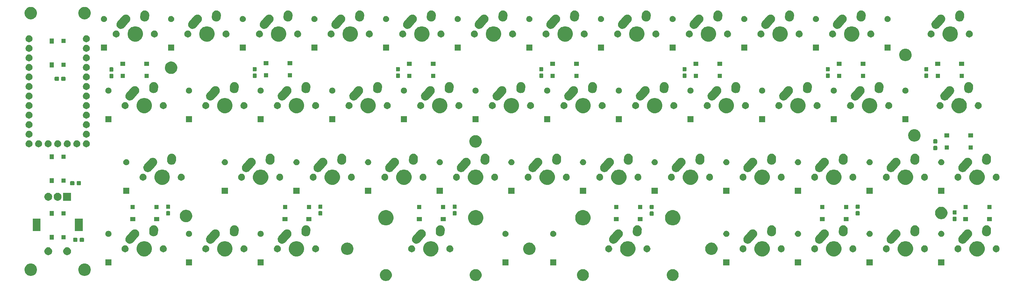
<source format=gbr>
G04 #@! TF.GenerationSoftware,KiCad,Pcbnew,(5.1.2)-2*
G04 #@! TF.CreationDate,2020-02-09T21:54:55+10:00*
G04 #@! TF.ProjectId,AbacusPCB,41626163-7573-4504-9342-2e6b69636164,rev?*
G04 #@! TF.SameCoordinates,Original*
G04 #@! TF.FileFunction,Soldermask,Bot*
G04 #@! TF.FilePolarity,Negative*
%FSLAX46Y46*%
G04 Gerber Fmt 4.6, Leading zero omitted, Abs format (unit mm)*
G04 Created by KiCad (PCBNEW (5.1.2)-2) date 2020-02-09 21:54:55*
%MOMM*%
%LPD*%
G04 APERTURE LIST*
%ADD10C,0.100000*%
G04 APERTURE END LIST*
D10*
G36*
X259253661Y-180889276D02*
G01*
X259372387Y-180938454D01*
X259540291Y-181008002D01*
X259540292Y-181008003D01*
X259798254Y-181180367D01*
X260017633Y-181399746D01*
X260055607Y-181456579D01*
X260189998Y-181657709D01*
X260308724Y-181944340D01*
X260369250Y-182248625D01*
X260369250Y-182558875D01*
X260308724Y-182863160D01*
X260189998Y-183149791D01*
X260189997Y-183149792D01*
X260017633Y-183407754D01*
X259798254Y-183627133D01*
X259625889Y-183742303D01*
X259540291Y-183799498D01*
X259372387Y-183869046D01*
X259253661Y-183918224D01*
X259101517Y-183948487D01*
X258949375Y-183978750D01*
X258639125Y-183978750D01*
X258334839Y-183918224D01*
X258216113Y-183869046D01*
X258048209Y-183799498D01*
X257962611Y-183742303D01*
X257790246Y-183627133D01*
X257570867Y-183407754D01*
X257398503Y-183149792D01*
X257398502Y-183149791D01*
X257279776Y-182863160D01*
X257219250Y-182558875D01*
X257219250Y-182248625D01*
X257279776Y-181944340D01*
X257398502Y-181657709D01*
X257532893Y-181456579D01*
X257570867Y-181399746D01*
X257790246Y-181180367D01*
X258048208Y-181008003D01*
X258048209Y-181008002D01*
X258216113Y-180938454D01*
X258334839Y-180889276D01*
X258639125Y-180828750D01*
X258949375Y-180828750D01*
X259253661Y-180889276D01*
X259253661Y-180889276D01*
G37*
G36*
X182990161Y-180889276D02*
G01*
X183108887Y-180938454D01*
X183276791Y-181008002D01*
X183276792Y-181008003D01*
X183534754Y-181180367D01*
X183754133Y-181399746D01*
X183792107Y-181456579D01*
X183926498Y-181657709D01*
X184045224Y-181944340D01*
X184105750Y-182248625D01*
X184105750Y-182558875D01*
X184045224Y-182863160D01*
X183926498Y-183149791D01*
X183926497Y-183149792D01*
X183754133Y-183407754D01*
X183534754Y-183627133D01*
X183362389Y-183742303D01*
X183276791Y-183799498D01*
X183108887Y-183869046D01*
X182990161Y-183918224D01*
X182838017Y-183948487D01*
X182685875Y-183978750D01*
X182375625Y-183978750D01*
X182071339Y-183918224D01*
X181952613Y-183869046D01*
X181784709Y-183799498D01*
X181699111Y-183742303D01*
X181526746Y-183627133D01*
X181307367Y-183407754D01*
X181135003Y-183149792D01*
X181135002Y-183149791D01*
X181016276Y-182863160D01*
X180955750Y-182558875D01*
X180955750Y-182248625D01*
X181016276Y-181944340D01*
X181135002Y-181657709D01*
X181269393Y-181456579D01*
X181307367Y-181399746D01*
X181526746Y-181180367D01*
X181784708Y-181008003D01*
X181784709Y-181008002D01*
X181952613Y-180938454D01*
X182071339Y-180889276D01*
X182375625Y-180828750D01*
X182685875Y-180828750D01*
X182990161Y-180889276D01*
X182990161Y-180889276D01*
G37*
G36*
X206866161Y-180889276D02*
G01*
X206984887Y-180938454D01*
X207152791Y-181008002D01*
X207152792Y-181008003D01*
X207410754Y-181180367D01*
X207630133Y-181399746D01*
X207668107Y-181456579D01*
X207802498Y-181657709D01*
X207921224Y-181944340D01*
X207981750Y-182248625D01*
X207981750Y-182558875D01*
X207921224Y-182863160D01*
X207802498Y-183149791D01*
X207802497Y-183149792D01*
X207630133Y-183407754D01*
X207410754Y-183627133D01*
X207238389Y-183742303D01*
X207152791Y-183799498D01*
X206984887Y-183869046D01*
X206866161Y-183918224D01*
X206714017Y-183948487D01*
X206561875Y-183978750D01*
X206251625Y-183978750D01*
X205947339Y-183918224D01*
X205828613Y-183869046D01*
X205660709Y-183799498D01*
X205575111Y-183742303D01*
X205402746Y-183627133D01*
X205183367Y-183407754D01*
X205011003Y-183149792D01*
X205011002Y-183149791D01*
X204892276Y-182863160D01*
X204831750Y-182558875D01*
X204831750Y-182248625D01*
X204892276Y-181944340D01*
X205011002Y-181657709D01*
X205145393Y-181456579D01*
X205183367Y-181399746D01*
X205402746Y-181180367D01*
X205660708Y-181008003D01*
X205660709Y-181008002D01*
X205828613Y-180938454D01*
X205947339Y-180889276D01*
X206251625Y-180828750D01*
X206561875Y-180828750D01*
X206866161Y-180889276D01*
X206866161Y-180889276D01*
G37*
G36*
X235377661Y-180889276D02*
G01*
X235496387Y-180938454D01*
X235664291Y-181008002D01*
X235664292Y-181008003D01*
X235922254Y-181180367D01*
X236141633Y-181399746D01*
X236179607Y-181456579D01*
X236313998Y-181657709D01*
X236432724Y-181944340D01*
X236493250Y-182248625D01*
X236493250Y-182558875D01*
X236432724Y-182863160D01*
X236313998Y-183149791D01*
X236313997Y-183149792D01*
X236141633Y-183407754D01*
X235922254Y-183627133D01*
X235749889Y-183742303D01*
X235664291Y-183799498D01*
X235496387Y-183869046D01*
X235377661Y-183918224D01*
X235225517Y-183948487D01*
X235073375Y-183978750D01*
X234763125Y-183978750D01*
X234458839Y-183918224D01*
X234340113Y-183869046D01*
X234172209Y-183799498D01*
X234086611Y-183742303D01*
X233914246Y-183627133D01*
X233694867Y-183407754D01*
X233522503Y-183149792D01*
X233522502Y-183149791D01*
X233403776Y-182863160D01*
X233343250Y-182558875D01*
X233343250Y-182248625D01*
X233403776Y-181944340D01*
X233522502Y-181657709D01*
X233656893Y-181456579D01*
X233694867Y-181399746D01*
X233914246Y-181180367D01*
X234172208Y-181008003D01*
X234172209Y-181008002D01*
X234340113Y-180938454D01*
X234458839Y-180889276D01*
X234763125Y-180828750D01*
X235073375Y-180828750D01*
X235377661Y-180889276D01*
X235377661Y-180889276D01*
G37*
G36*
X102769006Y-179366298D02*
G01*
X102875329Y-179387447D01*
X103175792Y-179511903D01*
X103446201Y-179692585D01*
X103676165Y-179922549D01*
X103856847Y-180192958D01*
X103981303Y-180493421D01*
X104044750Y-180812391D01*
X104044750Y-181137609D01*
X103981303Y-181456579D01*
X103856847Y-181757042D01*
X103676165Y-182027451D01*
X103446201Y-182257415D01*
X103175792Y-182438097D01*
X102875329Y-182562553D01*
X102769006Y-182583702D01*
X102556361Y-182626000D01*
X102231139Y-182626000D01*
X102018494Y-182583702D01*
X101912171Y-182562553D01*
X101611708Y-182438097D01*
X101341299Y-182257415D01*
X101111335Y-182027451D01*
X100930653Y-181757042D01*
X100806197Y-181456579D01*
X100742750Y-181137609D01*
X100742750Y-180812391D01*
X100806197Y-180493421D01*
X100930653Y-180192958D01*
X101111335Y-179922549D01*
X101341299Y-179692585D01*
X101611708Y-179511903D01*
X101912171Y-179387447D01*
X102018494Y-179366298D01*
X102231139Y-179324000D01*
X102556361Y-179324000D01*
X102769006Y-179366298D01*
X102769006Y-179366298D01*
G37*
G36*
X88481506Y-179366298D02*
G01*
X88587829Y-179387447D01*
X88888292Y-179511903D01*
X89158701Y-179692585D01*
X89388665Y-179922549D01*
X89569347Y-180192958D01*
X89693803Y-180493421D01*
X89757250Y-180812391D01*
X89757250Y-181137609D01*
X89693803Y-181456579D01*
X89569347Y-181757042D01*
X89388665Y-182027451D01*
X89158701Y-182257415D01*
X88888292Y-182438097D01*
X88587829Y-182562553D01*
X88481506Y-182583702D01*
X88268861Y-182626000D01*
X87943639Y-182626000D01*
X87730994Y-182583702D01*
X87624671Y-182562553D01*
X87324208Y-182438097D01*
X87053799Y-182257415D01*
X86823835Y-182027451D01*
X86643153Y-181757042D01*
X86518697Y-181456579D01*
X86455250Y-181137609D01*
X86455250Y-180812391D01*
X86518697Y-180493421D01*
X86643153Y-180192958D01*
X86823835Y-179922549D01*
X87053799Y-179692585D01*
X87324208Y-179511903D01*
X87624671Y-179387447D01*
X87730994Y-179366298D01*
X87943639Y-179324000D01*
X88268861Y-179324000D01*
X88481506Y-179366298D01*
X88481506Y-179366298D01*
G37*
G36*
X273863000Y-179883000D02*
G01*
X272237000Y-179883000D01*
X272237000Y-178257000D01*
X273863000Y-178257000D01*
X273863000Y-179883000D01*
X273863000Y-179883000D01*
G37*
G36*
X130988000Y-179883000D02*
G01*
X129362000Y-179883000D01*
X129362000Y-178257000D01*
X130988000Y-178257000D01*
X130988000Y-179883000D01*
X130988000Y-179883000D01*
G37*
G36*
X292913000Y-179883000D02*
G01*
X291287000Y-179883000D01*
X291287000Y-178257000D01*
X292913000Y-178257000D01*
X292913000Y-179883000D01*
X292913000Y-179883000D01*
G37*
G36*
X331013000Y-179883000D02*
G01*
X329387000Y-179883000D01*
X329387000Y-178257000D01*
X331013000Y-178257000D01*
X331013000Y-179883000D01*
X331013000Y-179883000D01*
G37*
G36*
X311963000Y-179883000D02*
G01*
X310337000Y-179883000D01*
X310337000Y-178257000D01*
X311963000Y-178257000D01*
X311963000Y-179883000D01*
X311963000Y-179883000D01*
G37*
G36*
X227825500Y-179883000D02*
G01*
X226199500Y-179883000D01*
X226199500Y-178257000D01*
X227825500Y-178257000D01*
X227825500Y-179883000D01*
X227825500Y-179883000D01*
G37*
G36*
X215125500Y-179883000D02*
G01*
X213499500Y-179883000D01*
X213499500Y-178257000D01*
X215125500Y-178257000D01*
X215125500Y-179883000D01*
X215125500Y-179883000D01*
G37*
G36*
X109556750Y-179883000D02*
G01*
X107930750Y-179883000D01*
X107930750Y-178257000D01*
X109556750Y-178257000D01*
X109556750Y-179883000D01*
X109556750Y-179883000D01*
G37*
G36*
X150038000Y-179883000D02*
G01*
X148412000Y-179883000D01*
X148412000Y-178257000D01*
X150038000Y-178257000D01*
X150038000Y-179883000D01*
X150038000Y-179883000D01*
G37*
G36*
X302221474Y-173452434D02*
G01*
X302439474Y-173542733D01*
X302593623Y-173606583D01*
X302928548Y-173830373D01*
X303213377Y-174115202D01*
X303437167Y-174450127D01*
X303469562Y-174528336D01*
X303591316Y-174822276D01*
X303669900Y-175217344D01*
X303669900Y-175620156D01*
X303591316Y-176015224D01*
X303540451Y-176138022D01*
X303437167Y-176387373D01*
X303213377Y-176722298D01*
X302928548Y-177007127D01*
X302593623Y-177230917D01*
X302439474Y-177294767D01*
X302221474Y-177385066D01*
X301826406Y-177463650D01*
X301423594Y-177463650D01*
X301028526Y-177385066D01*
X300810526Y-177294767D01*
X300656377Y-177230917D01*
X300321452Y-177007127D01*
X300036623Y-176722298D01*
X299812833Y-176387373D01*
X299709549Y-176138022D01*
X299658684Y-176015224D01*
X299580100Y-175620156D01*
X299580100Y-175217344D01*
X299658684Y-174822276D01*
X299780438Y-174528336D01*
X299812833Y-174450127D01*
X300036623Y-174115202D01*
X300321452Y-173830373D01*
X300656377Y-173606583D01*
X300810526Y-173542733D01*
X301028526Y-173452434D01*
X301423594Y-173373850D01*
X301826406Y-173373850D01*
X302221474Y-173452434D01*
X302221474Y-173452434D01*
G37*
G36*
X118865224Y-173452434D02*
G01*
X119083224Y-173542733D01*
X119237373Y-173606583D01*
X119572298Y-173830373D01*
X119857127Y-174115202D01*
X120080917Y-174450127D01*
X120113312Y-174528336D01*
X120235066Y-174822276D01*
X120313650Y-175217344D01*
X120313650Y-175620156D01*
X120235066Y-176015224D01*
X120184201Y-176138022D01*
X120080917Y-176387373D01*
X119857127Y-176722298D01*
X119572298Y-177007127D01*
X119237373Y-177230917D01*
X119083224Y-177294767D01*
X118865224Y-177385066D01*
X118470156Y-177463650D01*
X118067344Y-177463650D01*
X117672276Y-177385066D01*
X117454276Y-177294767D01*
X117300127Y-177230917D01*
X116965202Y-177007127D01*
X116680373Y-176722298D01*
X116456583Y-176387373D01*
X116353299Y-176138022D01*
X116302434Y-176015224D01*
X116223850Y-175620156D01*
X116223850Y-175217344D01*
X116302434Y-174822276D01*
X116424188Y-174528336D01*
X116456583Y-174450127D01*
X116680373Y-174115202D01*
X116965202Y-173830373D01*
X117300127Y-173606583D01*
X117454276Y-173542733D01*
X117672276Y-173452434D01*
X118067344Y-173373850D01*
X118470156Y-173373850D01*
X118865224Y-173452434D01*
X118865224Y-173452434D01*
G37*
G36*
X159346474Y-173452434D02*
G01*
X159564474Y-173542733D01*
X159718623Y-173606583D01*
X160053548Y-173830373D01*
X160338377Y-174115202D01*
X160562167Y-174450127D01*
X160594562Y-174528336D01*
X160716316Y-174822276D01*
X160794900Y-175217344D01*
X160794900Y-175620156D01*
X160716316Y-176015224D01*
X160665451Y-176138022D01*
X160562167Y-176387373D01*
X160338377Y-176722298D01*
X160053548Y-177007127D01*
X159718623Y-177230917D01*
X159564474Y-177294767D01*
X159346474Y-177385066D01*
X158951406Y-177463650D01*
X158548594Y-177463650D01*
X158153526Y-177385066D01*
X157935526Y-177294767D01*
X157781377Y-177230917D01*
X157446452Y-177007127D01*
X157161623Y-176722298D01*
X156937833Y-176387373D01*
X156834549Y-176138022D01*
X156783684Y-176015224D01*
X156705100Y-175620156D01*
X156705100Y-175217344D01*
X156783684Y-174822276D01*
X156905438Y-174528336D01*
X156937833Y-174450127D01*
X157161623Y-174115202D01*
X157446452Y-173830373D01*
X157781377Y-173606583D01*
X157935526Y-173542733D01*
X158153526Y-173452434D01*
X158548594Y-173373850D01*
X158951406Y-173373850D01*
X159346474Y-173452434D01*
X159346474Y-173452434D01*
G37*
G36*
X247452724Y-173452434D02*
G01*
X247670724Y-173542733D01*
X247824873Y-173606583D01*
X248159798Y-173830373D01*
X248444627Y-174115202D01*
X248668417Y-174450127D01*
X248700812Y-174528336D01*
X248822566Y-174822276D01*
X248901150Y-175217344D01*
X248901150Y-175620156D01*
X248822566Y-176015224D01*
X248771701Y-176138022D01*
X248668417Y-176387373D01*
X248444627Y-176722298D01*
X248159798Y-177007127D01*
X247824873Y-177230917D01*
X247670724Y-177294767D01*
X247452724Y-177385066D01*
X247057656Y-177463650D01*
X246654844Y-177463650D01*
X246259776Y-177385066D01*
X246041776Y-177294767D01*
X245887627Y-177230917D01*
X245552702Y-177007127D01*
X245267873Y-176722298D01*
X245044083Y-176387373D01*
X244940799Y-176138022D01*
X244889934Y-176015224D01*
X244811350Y-175620156D01*
X244811350Y-175217344D01*
X244889934Y-174822276D01*
X245011688Y-174528336D01*
X245044083Y-174450127D01*
X245267873Y-174115202D01*
X245552702Y-173830373D01*
X245887627Y-173606583D01*
X246041776Y-173542733D01*
X246259776Y-173452434D01*
X246654844Y-173373850D01*
X247057656Y-173373850D01*
X247452724Y-173452434D01*
X247452724Y-173452434D01*
G37*
G36*
X195065224Y-173452434D02*
G01*
X195283224Y-173542733D01*
X195437373Y-173606583D01*
X195772298Y-173830373D01*
X196057127Y-174115202D01*
X196280917Y-174450127D01*
X196313312Y-174528336D01*
X196435066Y-174822276D01*
X196513650Y-175217344D01*
X196513650Y-175620156D01*
X196435066Y-176015224D01*
X196384201Y-176138022D01*
X196280917Y-176387373D01*
X196057127Y-176722298D01*
X195772298Y-177007127D01*
X195437373Y-177230917D01*
X195283224Y-177294767D01*
X195065224Y-177385066D01*
X194670156Y-177463650D01*
X194267344Y-177463650D01*
X193872276Y-177385066D01*
X193654276Y-177294767D01*
X193500127Y-177230917D01*
X193165202Y-177007127D01*
X192880373Y-176722298D01*
X192656583Y-176387373D01*
X192553299Y-176138022D01*
X192502434Y-176015224D01*
X192423850Y-175620156D01*
X192423850Y-175217344D01*
X192502434Y-174822276D01*
X192624188Y-174528336D01*
X192656583Y-174450127D01*
X192880373Y-174115202D01*
X193165202Y-173830373D01*
X193500127Y-173606583D01*
X193654276Y-173542733D01*
X193872276Y-173452434D01*
X194267344Y-173373850D01*
X194670156Y-173373850D01*
X195065224Y-173452434D01*
X195065224Y-173452434D01*
G37*
G36*
X140296474Y-173452434D02*
G01*
X140514474Y-173542733D01*
X140668623Y-173606583D01*
X141003548Y-173830373D01*
X141288377Y-174115202D01*
X141512167Y-174450127D01*
X141544562Y-174528336D01*
X141666316Y-174822276D01*
X141744900Y-175217344D01*
X141744900Y-175620156D01*
X141666316Y-176015224D01*
X141615451Y-176138022D01*
X141512167Y-176387373D01*
X141288377Y-176722298D01*
X141003548Y-177007127D01*
X140668623Y-177230917D01*
X140514474Y-177294767D01*
X140296474Y-177385066D01*
X139901406Y-177463650D01*
X139498594Y-177463650D01*
X139103526Y-177385066D01*
X138885526Y-177294767D01*
X138731377Y-177230917D01*
X138396452Y-177007127D01*
X138111623Y-176722298D01*
X137887833Y-176387373D01*
X137784549Y-176138022D01*
X137733684Y-176015224D01*
X137655100Y-175620156D01*
X137655100Y-175217344D01*
X137733684Y-174822276D01*
X137855438Y-174528336D01*
X137887833Y-174450127D01*
X138111623Y-174115202D01*
X138396452Y-173830373D01*
X138731377Y-173606583D01*
X138885526Y-173542733D01*
X139103526Y-173452434D01*
X139498594Y-173373850D01*
X139901406Y-173373850D01*
X140296474Y-173452434D01*
X140296474Y-173452434D01*
G37*
G36*
X283171474Y-173452434D02*
G01*
X283389474Y-173542733D01*
X283543623Y-173606583D01*
X283878548Y-173830373D01*
X284163377Y-174115202D01*
X284387167Y-174450127D01*
X284419562Y-174528336D01*
X284541316Y-174822276D01*
X284619900Y-175217344D01*
X284619900Y-175620156D01*
X284541316Y-176015224D01*
X284490451Y-176138022D01*
X284387167Y-176387373D01*
X284163377Y-176722298D01*
X283878548Y-177007127D01*
X283543623Y-177230917D01*
X283389474Y-177294767D01*
X283171474Y-177385066D01*
X282776406Y-177463650D01*
X282373594Y-177463650D01*
X281978526Y-177385066D01*
X281760526Y-177294767D01*
X281606377Y-177230917D01*
X281271452Y-177007127D01*
X280986623Y-176722298D01*
X280762833Y-176387373D01*
X280659549Y-176138022D01*
X280608684Y-176015224D01*
X280530100Y-175620156D01*
X280530100Y-175217344D01*
X280608684Y-174822276D01*
X280730438Y-174528336D01*
X280762833Y-174450127D01*
X280986623Y-174115202D01*
X281271452Y-173830373D01*
X281606377Y-173606583D01*
X281760526Y-173542733D01*
X281978526Y-173452434D01*
X282373594Y-173373850D01*
X282776406Y-173373850D01*
X283171474Y-173452434D01*
X283171474Y-173452434D01*
G37*
G36*
X340321474Y-173452434D02*
G01*
X340539474Y-173542733D01*
X340693623Y-173606583D01*
X341028548Y-173830373D01*
X341313377Y-174115202D01*
X341537167Y-174450127D01*
X341569562Y-174528336D01*
X341691316Y-174822276D01*
X341769900Y-175217344D01*
X341769900Y-175620156D01*
X341691316Y-176015224D01*
X341640451Y-176138022D01*
X341537167Y-176387373D01*
X341313377Y-176722298D01*
X341028548Y-177007127D01*
X340693623Y-177230917D01*
X340539474Y-177294767D01*
X340321474Y-177385066D01*
X339926406Y-177463650D01*
X339523594Y-177463650D01*
X339128526Y-177385066D01*
X338910526Y-177294767D01*
X338756377Y-177230917D01*
X338421452Y-177007127D01*
X338136623Y-176722298D01*
X337912833Y-176387373D01*
X337809549Y-176138022D01*
X337758684Y-176015224D01*
X337680100Y-175620156D01*
X337680100Y-175217344D01*
X337758684Y-174822276D01*
X337880438Y-174528336D01*
X337912833Y-174450127D01*
X338136623Y-174115202D01*
X338421452Y-173830373D01*
X338756377Y-173606583D01*
X338910526Y-173542733D01*
X339128526Y-173452434D01*
X339523594Y-173373850D01*
X339926406Y-173373850D01*
X340321474Y-173452434D01*
X340321474Y-173452434D01*
G37*
G36*
X321271474Y-173452434D02*
G01*
X321489474Y-173542733D01*
X321643623Y-173606583D01*
X321978548Y-173830373D01*
X322263377Y-174115202D01*
X322487167Y-174450127D01*
X322519562Y-174528336D01*
X322641316Y-174822276D01*
X322719900Y-175217344D01*
X322719900Y-175620156D01*
X322641316Y-176015224D01*
X322590451Y-176138022D01*
X322487167Y-176387373D01*
X322263377Y-176722298D01*
X321978548Y-177007127D01*
X321643623Y-177230917D01*
X321489474Y-177294767D01*
X321271474Y-177385066D01*
X320876406Y-177463650D01*
X320473594Y-177463650D01*
X320078526Y-177385066D01*
X319860526Y-177294767D01*
X319706377Y-177230917D01*
X319371452Y-177007127D01*
X319086623Y-176722298D01*
X318862833Y-176387373D01*
X318759549Y-176138022D01*
X318708684Y-176015224D01*
X318630100Y-175620156D01*
X318630100Y-175217344D01*
X318708684Y-174822276D01*
X318830438Y-174528336D01*
X318862833Y-174450127D01*
X319086623Y-174115202D01*
X319371452Y-173830373D01*
X319706377Y-173606583D01*
X319860526Y-173542733D01*
X320078526Y-173452434D01*
X320473594Y-173373850D01*
X320876406Y-173373850D01*
X321271474Y-173452434D01*
X321271474Y-173452434D01*
G37*
G36*
X98056564Y-175058139D02*
G01*
X98247833Y-175137365D01*
X98247835Y-175137366D01*
X98264718Y-175148647D01*
X98419973Y-175252385D01*
X98566365Y-175398777D01*
X98681385Y-175570917D01*
X98760611Y-175762186D01*
X98801000Y-175965234D01*
X98801000Y-176172266D01*
X98760611Y-176375314D01*
X98720894Y-176471199D01*
X98681384Y-176566585D01*
X98566365Y-176738723D01*
X98419973Y-176885115D01*
X98247835Y-177000134D01*
X98247834Y-177000135D01*
X98247833Y-177000135D01*
X98056564Y-177079361D01*
X97853516Y-177119750D01*
X97646484Y-177119750D01*
X97443436Y-177079361D01*
X97252167Y-177000135D01*
X97252166Y-177000135D01*
X97252165Y-177000134D01*
X97080027Y-176885115D01*
X96933635Y-176738723D01*
X96818616Y-176566585D01*
X96779106Y-176471199D01*
X96739389Y-176375314D01*
X96699000Y-176172266D01*
X96699000Y-175965234D01*
X96739389Y-175762186D01*
X96818615Y-175570917D01*
X96933635Y-175398777D01*
X97080027Y-175252385D01*
X97235282Y-175148647D01*
X97252165Y-175137366D01*
X97252167Y-175137365D01*
X97443436Y-175058139D01*
X97646484Y-175017750D01*
X97853516Y-175017750D01*
X98056564Y-175058139D01*
X98056564Y-175058139D01*
G37*
G36*
X93056564Y-175058139D02*
G01*
X93247833Y-175137365D01*
X93247835Y-175137366D01*
X93264718Y-175148647D01*
X93419973Y-175252385D01*
X93566365Y-175398777D01*
X93681385Y-175570917D01*
X93760611Y-175762186D01*
X93801000Y-175965234D01*
X93801000Y-176172266D01*
X93760611Y-176375314D01*
X93720894Y-176471199D01*
X93681384Y-176566585D01*
X93566365Y-176738723D01*
X93419973Y-176885115D01*
X93247835Y-177000134D01*
X93247834Y-177000135D01*
X93247833Y-177000135D01*
X93056564Y-177079361D01*
X92853516Y-177119750D01*
X92646484Y-177119750D01*
X92443436Y-177079361D01*
X92252167Y-177000135D01*
X92252166Y-177000135D01*
X92252165Y-177000134D01*
X92080027Y-176885115D01*
X91933635Y-176738723D01*
X91818616Y-176566585D01*
X91779106Y-176471199D01*
X91739389Y-176375314D01*
X91699000Y-176172266D01*
X91699000Y-175965234D01*
X91739389Y-175762186D01*
X91818615Y-175570917D01*
X91933635Y-175398777D01*
X92080027Y-175252385D01*
X92235282Y-175148647D01*
X92252165Y-175137366D01*
X92252167Y-175137365D01*
X92443436Y-175058139D01*
X92646484Y-175017750D01*
X92853516Y-175017750D01*
X93056564Y-175058139D01*
X93056564Y-175058139D01*
G37*
G36*
X269456506Y-173810048D02*
G01*
X269562829Y-173831197D01*
X269863292Y-173955653D01*
X270133701Y-174136335D01*
X270363665Y-174366299D01*
X270544347Y-174636708D01*
X270668803Y-174937171D01*
X270732250Y-175256141D01*
X270732250Y-175581359D01*
X270668803Y-175900329D01*
X270544347Y-176200792D01*
X270363665Y-176471201D01*
X270133701Y-176701165D01*
X269863292Y-176881847D01*
X269863291Y-176881848D01*
X269863290Y-176881848D01*
X269775287Y-176918300D01*
X269562829Y-177006303D01*
X269558686Y-177007127D01*
X269243861Y-177069750D01*
X268918639Y-177069750D01*
X268603814Y-177007127D01*
X268599671Y-177006303D01*
X268387213Y-176918300D01*
X268299210Y-176881848D01*
X268299209Y-176881848D01*
X268299208Y-176881847D01*
X268028799Y-176701165D01*
X267798835Y-176471201D01*
X267618153Y-176200792D01*
X267493697Y-175900329D01*
X267430250Y-175581359D01*
X267430250Y-175256141D01*
X267493697Y-174937171D01*
X267618153Y-174636708D01*
X267798835Y-174366299D01*
X268028799Y-174136335D01*
X268299208Y-173955653D01*
X268599671Y-173831197D01*
X268705994Y-173810048D01*
X268918639Y-173767750D01*
X269243861Y-173767750D01*
X269456506Y-173810048D01*
X269456506Y-173810048D01*
G37*
G36*
X221037756Y-173810048D02*
G01*
X221144079Y-173831197D01*
X221444542Y-173955653D01*
X221714951Y-174136335D01*
X221944915Y-174366299D01*
X222125597Y-174636708D01*
X222250053Y-174937171D01*
X222313500Y-175256141D01*
X222313500Y-175581359D01*
X222250053Y-175900329D01*
X222125597Y-176200792D01*
X221944915Y-176471201D01*
X221714951Y-176701165D01*
X221444542Y-176881847D01*
X221444541Y-176881848D01*
X221444540Y-176881848D01*
X221356537Y-176918300D01*
X221144079Y-177006303D01*
X221139936Y-177007127D01*
X220825111Y-177069750D01*
X220499889Y-177069750D01*
X220185064Y-177007127D01*
X220180921Y-177006303D01*
X219968463Y-176918300D01*
X219880460Y-176881848D01*
X219880459Y-176881848D01*
X219880458Y-176881847D01*
X219610049Y-176701165D01*
X219380085Y-176471201D01*
X219199403Y-176200792D01*
X219074947Y-175900329D01*
X219011500Y-175581359D01*
X219011500Y-175256141D01*
X219074947Y-174937171D01*
X219199403Y-174636708D01*
X219380085Y-174366299D01*
X219610049Y-174136335D01*
X219880458Y-173955653D01*
X220180921Y-173831197D01*
X220287244Y-173810048D01*
X220499889Y-173767750D01*
X220825111Y-173767750D01*
X221037756Y-173810048D01*
X221037756Y-173810048D01*
G37*
G36*
X172619006Y-173810048D02*
G01*
X172725329Y-173831197D01*
X173025792Y-173955653D01*
X173296201Y-174136335D01*
X173526165Y-174366299D01*
X173706847Y-174636708D01*
X173831303Y-174937171D01*
X173894750Y-175256141D01*
X173894750Y-175581359D01*
X173831303Y-175900329D01*
X173706847Y-176200792D01*
X173526165Y-176471201D01*
X173296201Y-176701165D01*
X173025792Y-176881847D01*
X173025791Y-176881848D01*
X173025790Y-176881848D01*
X172937787Y-176918300D01*
X172725329Y-177006303D01*
X172721186Y-177007127D01*
X172406361Y-177069750D01*
X172081139Y-177069750D01*
X171766314Y-177007127D01*
X171762171Y-177006303D01*
X171549713Y-176918300D01*
X171461710Y-176881848D01*
X171461709Y-176881848D01*
X171461708Y-176881847D01*
X171191299Y-176701165D01*
X170961335Y-176471201D01*
X170780653Y-176200792D01*
X170656197Y-175900329D01*
X170592750Y-175581359D01*
X170592750Y-175256141D01*
X170656197Y-174937171D01*
X170780653Y-174636708D01*
X170961335Y-174366299D01*
X171191299Y-174136335D01*
X171461708Y-173955653D01*
X171762171Y-173831197D01*
X171868494Y-173810048D01*
X172081139Y-173767750D01*
X172406361Y-173767750D01*
X172619006Y-173810048D01*
X172619006Y-173810048D01*
G37*
G36*
X123618854Y-174528335D02*
G01*
X123787376Y-174598139D01*
X123939041Y-174699478D01*
X124068022Y-174828459D01*
X124169361Y-174980124D01*
X124239165Y-175148646D01*
X124274750Y-175327547D01*
X124274750Y-175509953D01*
X124239165Y-175688854D01*
X124169361Y-175857376D01*
X124068022Y-176009041D01*
X123939041Y-176138022D01*
X123787376Y-176239361D01*
X123618854Y-176309165D01*
X123439953Y-176344750D01*
X123257547Y-176344750D01*
X123078646Y-176309165D01*
X122910124Y-176239361D01*
X122758459Y-176138022D01*
X122629478Y-176009041D01*
X122528139Y-175857376D01*
X122458335Y-175688854D01*
X122422750Y-175509953D01*
X122422750Y-175327547D01*
X122458335Y-175148646D01*
X122528139Y-174980124D01*
X122629478Y-174828459D01*
X122758459Y-174699478D01*
X122910124Y-174598139D01*
X123078646Y-174528335D01*
X123257547Y-174492750D01*
X123439953Y-174492750D01*
X123618854Y-174528335D01*
X123618854Y-174528335D01*
G37*
G36*
X315865104Y-174528335D02*
G01*
X316033626Y-174598139D01*
X316185291Y-174699478D01*
X316314272Y-174828459D01*
X316415611Y-174980124D01*
X316485415Y-175148646D01*
X316521000Y-175327547D01*
X316521000Y-175509953D01*
X316485415Y-175688854D01*
X316415611Y-175857376D01*
X316314272Y-176009041D01*
X316185291Y-176138022D01*
X316033626Y-176239361D01*
X315865104Y-176309165D01*
X315686203Y-176344750D01*
X315503797Y-176344750D01*
X315324896Y-176309165D01*
X315156374Y-176239361D01*
X315004709Y-176138022D01*
X314875728Y-176009041D01*
X314774389Y-175857376D01*
X314704585Y-175688854D01*
X314669000Y-175509953D01*
X314669000Y-175327547D01*
X314704585Y-175148646D01*
X314774389Y-174980124D01*
X314875728Y-174828459D01*
X315004709Y-174699478D01*
X315156374Y-174598139D01*
X315324896Y-174528335D01*
X315503797Y-174492750D01*
X315686203Y-174492750D01*
X315865104Y-174528335D01*
X315865104Y-174528335D01*
G37*
G36*
X306975104Y-174528335D02*
G01*
X307143626Y-174598139D01*
X307295291Y-174699478D01*
X307424272Y-174828459D01*
X307525611Y-174980124D01*
X307595415Y-175148646D01*
X307631000Y-175327547D01*
X307631000Y-175509953D01*
X307595415Y-175688854D01*
X307525611Y-175857376D01*
X307424272Y-176009041D01*
X307295291Y-176138022D01*
X307143626Y-176239361D01*
X306975104Y-176309165D01*
X306796203Y-176344750D01*
X306613797Y-176344750D01*
X306434896Y-176309165D01*
X306266374Y-176239361D01*
X306114709Y-176138022D01*
X305985728Y-176009041D01*
X305884389Y-175857376D01*
X305814585Y-175688854D01*
X305779000Y-175509953D01*
X305779000Y-175327547D01*
X305814585Y-175148646D01*
X305884389Y-174980124D01*
X305985728Y-174828459D01*
X306114709Y-174699478D01*
X306266374Y-174598139D01*
X306434896Y-174528335D01*
X306613797Y-174492750D01*
X306796203Y-174492750D01*
X306975104Y-174528335D01*
X306975104Y-174528335D01*
G37*
G36*
X296815104Y-174528335D02*
G01*
X296983626Y-174598139D01*
X297135291Y-174699478D01*
X297264272Y-174828459D01*
X297365611Y-174980124D01*
X297435415Y-175148646D01*
X297471000Y-175327547D01*
X297471000Y-175509953D01*
X297435415Y-175688854D01*
X297365611Y-175857376D01*
X297264272Y-176009041D01*
X297135291Y-176138022D01*
X296983626Y-176239361D01*
X296815104Y-176309165D01*
X296636203Y-176344750D01*
X296453797Y-176344750D01*
X296274896Y-176309165D01*
X296106374Y-176239361D01*
X295954709Y-176138022D01*
X295825728Y-176009041D01*
X295724389Y-175857376D01*
X295654585Y-175688854D01*
X295619000Y-175509953D01*
X295619000Y-175327547D01*
X295654585Y-175148646D01*
X295724389Y-174980124D01*
X295825728Y-174828459D01*
X295954709Y-174699478D01*
X296106374Y-174598139D01*
X296274896Y-174528335D01*
X296453797Y-174492750D01*
X296636203Y-174492750D01*
X296815104Y-174528335D01*
X296815104Y-174528335D01*
G37*
G36*
X277765104Y-174528335D02*
G01*
X277933626Y-174598139D01*
X278085291Y-174699478D01*
X278214272Y-174828459D01*
X278315611Y-174980124D01*
X278385415Y-175148646D01*
X278421000Y-175327547D01*
X278421000Y-175509953D01*
X278385415Y-175688854D01*
X278315611Y-175857376D01*
X278214272Y-176009041D01*
X278085291Y-176138022D01*
X277933626Y-176239361D01*
X277765104Y-176309165D01*
X277586203Y-176344750D01*
X277403797Y-176344750D01*
X277224896Y-176309165D01*
X277056374Y-176239361D01*
X276904709Y-176138022D01*
X276775728Y-176009041D01*
X276674389Y-175857376D01*
X276604585Y-175688854D01*
X276569000Y-175509953D01*
X276569000Y-175327547D01*
X276604585Y-175148646D01*
X276674389Y-174980124D01*
X276775728Y-174828459D01*
X276904709Y-174699478D01*
X277056374Y-174598139D01*
X277224896Y-174528335D01*
X277403797Y-174492750D01*
X277586203Y-174492750D01*
X277765104Y-174528335D01*
X277765104Y-174528335D01*
G37*
G36*
X326025104Y-174528335D02*
G01*
X326193626Y-174598139D01*
X326345291Y-174699478D01*
X326474272Y-174828459D01*
X326575611Y-174980124D01*
X326645415Y-175148646D01*
X326681000Y-175327547D01*
X326681000Y-175509953D01*
X326645415Y-175688854D01*
X326575611Y-175857376D01*
X326474272Y-176009041D01*
X326345291Y-176138022D01*
X326193626Y-176239361D01*
X326025104Y-176309165D01*
X325846203Y-176344750D01*
X325663797Y-176344750D01*
X325484896Y-176309165D01*
X325316374Y-176239361D01*
X325164709Y-176138022D01*
X325035728Y-176009041D01*
X324934389Y-175857376D01*
X324864585Y-175688854D01*
X324829000Y-175509953D01*
X324829000Y-175327547D01*
X324864585Y-175148646D01*
X324934389Y-174980124D01*
X325035728Y-174828459D01*
X325164709Y-174699478D01*
X325316374Y-174598139D01*
X325484896Y-174528335D01*
X325663797Y-174492750D01*
X325846203Y-174492750D01*
X326025104Y-174528335D01*
X326025104Y-174528335D01*
G37*
G36*
X164100104Y-174528335D02*
G01*
X164268626Y-174598139D01*
X164420291Y-174699478D01*
X164549272Y-174828459D01*
X164650611Y-174980124D01*
X164720415Y-175148646D01*
X164756000Y-175327547D01*
X164756000Y-175509953D01*
X164720415Y-175688854D01*
X164650611Y-175857376D01*
X164549272Y-176009041D01*
X164420291Y-176138022D01*
X164268626Y-176239361D01*
X164100104Y-176309165D01*
X163921203Y-176344750D01*
X163738797Y-176344750D01*
X163559896Y-176309165D01*
X163391374Y-176239361D01*
X163239709Y-176138022D01*
X163110728Y-176009041D01*
X163009389Y-175857376D01*
X162939585Y-175688854D01*
X162904000Y-175509953D01*
X162904000Y-175327547D01*
X162939585Y-175148646D01*
X163009389Y-174980124D01*
X163110728Y-174828459D01*
X163239709Y-174699478D01*
X163391374Y-174598139D01*
X163559896Y-174528335D01*
X163738797Y-174492750D01*
X163921203Y-174492750D01*
X164100104Y-174528335D01*
X164100104Y-174528335D01*
G37*
G36*
X153940104Y-174528335D02*
G01*
X154108626Y-174598139D01*
X154260291Y-174699478D01*
X154389272Y-174828459D01*
X154490611Y-174980124D01*
X154560415Y-175148646D01*
X154596000Y-175327547D01*
X154596000Y-175509953D01*
X154560415Y-175688854D01*
X154490611Y-175857376D01*
X154389272Y-176009041D01*
X154260291Y-176138022D01*
X154108626Y-176239361D01*
X153940104Y-176309165D01*
X153761203Y-176344750D01*
X153578797Y-176344750D01*
X153399896Y-176309165D01*
X153231374Y-176239361D01*
X153079709Y-176138022D01*
X152950728Y-176009041D01*
X152849389Y-175857376D01*
X152779585Y-175688854D01*
X152744000Y-175509953D01*
X152744000Y-175327547D01*
X152779585Y-175148646D01*
X152849389Y-174980124D01*
X152950728Y-174828459D01*
X153079709Y-174699478D01*
X153231374Y-174598139D01*
X153399896Y-174528335D01*
X153578797Y-174492750D01*
X153761203Y-174492750D01*
X153940104Y-174528335D01*
X153940104Y-174528335D01*
G37*
G36*
X145050104Y-174528335D02*
G01*
X145218626Y-174598139D01*
X145370291Y-174699478D01*
X145499272Y-174828459D01*
X145600611Y-174980124D01*
X145670415Y-175148646D01*
X145706000Y-175327547D01*
X145706000Y-175509953D01*
X145670415Y-175688854D01*
X145600611Y-175857376D01*
X145499272Y-176009041D01*
X145370291Y-176138022D01*
X145218626Y-176239361D01*
X145050104Y-176309165D01*
X144871203Y-176344750D01*
X144688797Y-176344750D01*
X144509896Y-176309165D01*
X144341374Y-176239361D01*
X144189709Y-176138022D01*
X144060728Y-176009041D01*
X143959389Y-175857376D01*
X143889585Y-175688854D01*
X143854000Y-175509953D01*
X143854000Y-175327547D01*
X143889585Y-175148646D01*
X143959389Y-174980124D01*
X144060728Y-174828459D01*
X144189709Y-174699478D01*
X144341374Y-174598139D01*
X144509896Y-174528335D01*
X144688797Y-174492750D01*
X144871203Y-174492750D01*
X145050104Y-174528335D01*
X145050104Y-174528335D01*
G37*
G36*
X287925104Y-174528335D02*
G01*
X288093626Y-174598139D01*
X288245291Y-174699478D01*
X288374272Y-174828459D01*
X288475611Y-174980124D01*
X288545415Y-175148646D01*
X288581000Y-175327547D01*
X288581000Y-175509953D01*
X288545415Y-175688854D01*
X288475611Y-175857376D01*
X288374272Y-176009041D01*
X288245291Y-176138022D01*
X288093626Y-176239361D01*
X287925104Y-176309165D01*
X287746203Y-176344750D01*
X287563797Y-176344750D01*
X287384896Y-176309165D01*
X287216374Y-176239361D01*
X287064709Y-176138022D01*
X286935728Y-176009041D01*
X286834389Y-175857376D01*
X286764585Y-175688854D01*
X286729000Y-175509953D01*
X286729000Y-175327547D01*
X286764585Y-175148646D01*
X286834389Y-174980124D01*
X286935728Y-174828459D01*
X287064709Y-174699478D01*
X287216374Y-174598139D01*
X287384896Y-174528335D01*
X287563797Y-174492750D01*
X287746203Y-174492750D01*
X287925104Y-174528335D01*
X287925104Y-174528335D01*
G37*
G36*
X334915104Y-174528335D02*
G01*
X335083626Y-174598139D01*
X335235291Y-174699478D01*
X335364272Y-174828459D01*
X335465611Y-174980124D01*
X335535415Y-175148646D01*
X335571000Y-175327547D01*
X335571000Y-175509953D01*
X335535415Y-175688854D01*
X335465611Y-175857376D01*
X335364272Y-176009041D01*
X335235291Y-176138022D01*
X335083626Y-176239361D01*
X334915104Y-176309165D01*
X334736203Y-176344750D01*
X334553797Y-176344750D01*
X334374896Y-176309165D01*
X334206374Y-176239361D01*
X334054709Y-176138022D01*
X333925728Y-176009041D01*
X333824389Y-175857376D01*
X333754585Y-175688854D01*
X333719000Y-175509953D01*
X333719000Y-175327547D01*
X333754585Y-175148646D01*
X333824389Y-174980124D01*
X333925728Y-174828459D01*
X334054709Y-174699478D01*
X334206374Y-174598139D01*
X334374896Y-174528335D01*
X334553797Y-174492750D01*
X334736203Y-174492750D01*
X334915104Y-174528335D01*
X334915104Y-174528335D01*
G37*
G36*
X345075104Y-174528335D02*
G01*
X345243626Y-174598139D01*
X345395291Y-174699478D01*
X345524272Y-174828459D01*
X345625611Y-174980124D01*
X345695415Y-175148646D01*
X345731000Y-175327547D01*
X345731000Y-175509953D01*
X345695415Y-175688854D01*
X345625611Y-175857376D01*
X345524272Y-176009041D01*
X345395291Y-176138022D01*
X345243626Y-176239361D01*
X345075104Y-176309165D01*
X344896203Y-176344750D01*
X344713797Y-176344750D01*
X344534896Y-176309165D01*
X344366374Y-176239361D01*
X344214709Y-176138022D01*
X344085728Y-176009041D01*
X343984389Y-175857376D01*
X343914585Y-175688854D01*
X343879000Y-175509953D01*
X343879000Y-175327547D01*
X343914585Y-175148646D01*
X343984389Y-174980124D01*
X344085728Y-174828459D01*
X344214709Y-174699478D01*
X344366374Y-174598139D01*
X344534896Y-174528335D01*
X344713797Y-174492750D01*
X344896203Y-174492750D01*
X345075104Y-174528335D01*
X345075104Y-174528335D01*
G37*
G36*
X113458854Y-174528335D02*
G01*
X113627376Y-174598139D01*
X113779041Y-174699478D01*
X113908022Y-174828459D01*
X114009361Y-174980124D01*
X114079165Y-175148646D01*
X114114750Y-175327547D01*
X114114750Y-175509953D01*
X114079165Y-175688854D01*
X114009361Y-175857376D01*
X113908022Y-176009041D01*
X113779041Y-176138022D01*
X113627376Y-176239361D01*
X113458854Y-176309165D01*
X113279953Y-176344750D01*
X113097547Y-176344750D01*
X112918646Y-176309165D01*
X112750124Y-176239361D01*
X112598459Y-176138022D01*
X112469478Y-176009041D01*
X112368139Y-175857376D01*
X112298335Y-175688854D01*
X112262750Y-175509953D01*
X112262750Y-175327547D01*
X112298335Y-175148646D01*
X112368139Y-174980124D01*
X112469478Y-174828459D01*
X112598459Y-174699478D01*
X112750124Y-174598139D01*
X112918646Y-174528335D01*
X113097547Y-174492750D01*
X113279953Y-174492750D01*
X113458854Y-174528335D01*
X113458854Y-174528335D01*
G37*
G36*
X199818854Y-174528335D02*
G01*
X199987376Y-174598139D01*
X200139041Y-174699478D01*
X200268022Y-174828459D01*
X200369361Y-174980124D01*
X200439165Y-175148646D01*
X200474750Y-175327547D01*
X200474750Y-175509953D01*
X200439165Y-175688854D01*
X200369361Y-175857376D01*
X200268022Y-176009041D01*
X200139041Y-176138022D01*
X199987376Y-176239361D01*
X199818854Y-176309165D01*
X199639953Y-176344750D01*
X199457547Y-176344750D01*
X199278646Y-176309165D01*
X199110124Y-176239361D01*
X198958459Y-176138022D01*
X198829478Y-176009041D01*
X198728139Y-175857376D01*
X198658335Y-175688854D01*
X198622750Y-175509953D01*
X198622750Y-175327547D01*
X198658335Y-175148646D01*
X198728139Y-174980124D01*
X198829478Y-174828459D01*
X198958459Y-174699478D01*
X199110124Y-174598139D01*
X199278646Y-174528335D01*
X199457547Y-174492750D01*
X199639953Y-174492750D01*
X199818854Y-174528335D01*
X199818854Y-174528335D01*
G37*
G36*
X242046354Y-174528335D02*
G01*
X242214876Y-174598139D01*
X242366541Y-174699478D01*
X242495522Y-174828459D01*
X242596861Y-174980124D01*
X242666665Y-175148646D01*
X242702250Y-175327547D01*
X242702250Y-175509953D01*
X242666665Y-175688854D01*
X242596861Y-175857376D01*
X242495522Y-176009041D01*
X242366541Y-176138022D01*
X242214876Y-176239361D01*
X242046354Y-176309165D01*
X241867453Y-176344750D01*
X241685047Y-176344750D01*
X241506146Y-176309165D01*
X241337624Y-176239361D01*
X241185959Y-176138022D01*
X241056978Y-176009041D01*
X240955639Y-175857376D01*
X240885835Y-175688854D01*
X240850250Y-175509953D01*
X240850250Y-175327547D01*
X240885835Y-175148646D01*
X240955639Y-174980124D01*
X241056978Y-174828459D01*
X241185959Y-174699478D01*
X241337624Y-174598139D01*
X241506146Y-174528335D01*
X241685047Y-174492750D01*
X241867453Y-174492750D01*
X242046354Y-174528335D01*
X242046354Y-174528335D01*
G37*
G36*
X189658854Y-174528335D02*
G01*
X189827376Y-174598139D01*
X189979041Y-174699478D01*
X190108022Y-174828459D01*
X190209361Y-174980124D01*
X190279165Y-175148646D01*
X190314750Y-175327547D01*
X190314750Y-175509953D01*
X190279165Y-175688854D01*
X190209361Y-175857376D01*
X190108022Y-176009041D01*
X189979041Y-176138022D01*
X189827376Y-176239361D01*
X189658854Y-176309165D01*
X189479953Y-176344750D01*
X189297547Y-176344750D01*
X189118646Y-176309165D01*
X188950124Y-176239361D01*
X188798459Y-176138022D01*
X188669478Y-176009041D01*
X188568139Y-175857376D01*
X188498335Y-175688854D01*
X188462750Y-175509953D01*
X188462750Y-175327547D01*
X188498335Y-175148646D01*
X188568139Y-174980124D01*
X188669478Y-174828459D01*
X188798459Y-174699478D01*
X188950124Y-174598139D01*
X189118646Y-174528335D01*
X189297547Y-174492750D01*
X189479953Y-174492750D01*
X189658854Y-174528335D01*
X189658854Y-174528335D01*
G37*
G36*
X252206354Y-174528335D02*
G01*
X252374876Y-174598139D01*
X252526541Y-174699478D01*
X252655522Y-174828459D01*
X252756861Y-174980124D01*
X252826665Y-175148646D01*
X252862250Y-175327547D01*
X252862250Y-175509953D01*
X252826665Y-175688854D01*
X252756861Y-175857376D01*
X252655522Y-176009041D01*
X252526541Y-176138022D01*
X252374876Y-176239361D01*
X252206354Y-176309165D01*
X252027453Y-176344750D01*
X251845047Y-176344750D01*
X251666146Y-176309165D01*
X251497624Y-176239361D01*
X251345959Y-176138022D01*
X251216978Y-176009041D01*
X251115639Y-175857376D01*
X251045835Y-175688854D01*
X251010250Y-175509953D01*
X251010250Y-175327547D01*
X251045835Y-175148646D01*
X251115639Y-174980124D01*
X251216978Y-174828459D01*
X251345959Y-174699478D01*
X251497624Y-174598139D01*
X251666146Y-174528335D01*
X251845047Y-174492750D01*
X252027453Y-174492750D01*
X252206354Y-174528335D01*
X252206354Y-174528335D01*
G37*
G36*
X134890104Y-174528335D02*
G01*
X135058626Y-174598139D01*
X135210291Y-174699478D01*
X135339272Y-174828459D01*
X135440611Y-174980124D01*
X135510415Y-175148646D01*
X135546000Y-175327547D01*
X135546000Y-175509953D01*
X135510415Y-175688854D01*
X135440611Y-175857376D01*
X135339272Y-176009041D01*
X135210291Y-176138022D01*
X135058626Y-176239361D01*
X134890104Y-176309165D01*
X134711203Y-176344750D01*
X134528797Y-176344750D01*
X134349896Y-176309165D01*
X134181374Y-176239361D01*
X134029709Y-176138022D01*
X133900728Y-176009041D01*
X133799389Y-175857376D01*
X133729585Y-175688854D01*
X133694000Y-175509953D01*
X133694000Y-175327547D01*
X133729585Y-175148646D01*
X133799389Y-174980124D01*
X133900728Y-174828459D01*
X134029709Y-174699478D01*
X134181374Y-174598139D01*
X134349896Y-174528335D01*
X134528797Y-174492750D01*
X134711203Y-174492750D01*
X134890104Y-174528335D01*
X134890104Y-174528335D01*
G37*
G36*
X280098205Y-170242631D02*
G01*
X280103645Y-170242750D01*
X280190828Y-170242750D01*
X280207097Y-170245986D01*
X280225956Y-170248265D01*
X280242532Y-170248996D01*
X280327223Y-170269760D01*
X280332518Y-170270934D01*
X280418027Y-170287943D01*
X280433362Y-170294295D01*
X280451401Y-170300205D01*
X280467521Y-170304157D01*
X280546504Y-170341030D01*
X280551494Y-170343227D01*
X280632045Y-170376592D01*
X280645841Y-170385810D01*
X280662393Y-170395132D01*
X280677426Y-170402150D01*
X280747694Y-170453721D01*
X280752192Y-170456872D01*
X280824656Y-170505291D01*
X280836383Y-170517018D01*
X280850809Y-170529398D01*
X280864179Y-170539211D01*
X280864180Y-170539212D01*
X280923021Y-170603483D01*
X280926829Y-170607464D01*
X280988459Y-170669094D01*
X280997674Y-170682885D01*
X281009396Y-170697828D01*
X281020605Y-170710071D01*
X281065799Y-170784624D01*
X281068746Y-170789251D01*
X281117158Y-170861705D01*
X281123505Y-170877027D01*
X281132092Y-170893981D01*
X281140691Y-170908167D01*
X281170478Y-170990118D01*
X281172452Y-170995198D01*
X281205807Y-171075723D01*
X281205807Y-171075724D01*
X281209041Y-171091983D01*
X281214158Y-171110292D01*
X281219825Y-171125884D01*
X281233055Y-171212095D01*
X281234001Y-171217463D01*
X281251000Y-171302923D01*
X281251000Y-171319502D01*
X281252444Y-171338442D01*
X281254963Y-171354854D01*
X281251120Y-171441999D01*
X281251000Y-171447439D01*
X281251000Y-171534575D01*
X281247766Y-171550833D01*
X281245488Y-171569691D01*
X281244756Y-171586281D01*
X281223988Y-171670987D01*
X281222812Y-171676287D01*
X281205807Y-171761777D01*
X281199457Y-171777107D01*
X281193549Y-171795143D01*
X281189595Y-171811270D01*
X281152711Y-171890276D01*
X281150511Y-171895273D01*
X281117158Y-171975795D01*
X281107944Y-171989585D01*
X281098622Y-172006137D01*
X281091602Y-172021174D01*
X281040011Y-172091470D01*
X281036866Y-172095960D01*
X280988461Y-172168404D01*
X280931460Y-172225405D01*
X280926811Y-172230313D01*
X280495311Y-172711220D01*
X279601723Y-173707126D01*
X279473679Y-173824352D01*
X279462387Y-173831197D01*
X279275583Y-173944439D01*
X279057866Y-174023573D01*
X278828895Y-174058711D01*
X278597470Y-174048504D01*
X278372481Y-173993343D01*
X278267727Y-173944439D01*
X278162579Y-173895352D01*
X278065838Y-173824352D01*
X277975823Y-173758289D01*
X277901394Y-173676991D01*
X277819398Y-173587429D01*
X277737564Y-173452435D01*
X277699311Y-173389333D01*
X277620177Y-173171616D01*
X277585039Y-172942645D01*
X277595246Y-172711220D01*
X277650407Y-172486231D01*
X277701972Y-172375778D01*
X277748398Y-172276330D01*
X277781110Y-172231758D01*
X277851114Y-172136372D01*
X278606245Y-171294777D01*
X279137787Y-170702371D01*
X279148681Y-170688339D01*
X279161539Y-170669096D01*
X279218573Y-170612062D01*
X279223223Y-170607153D01*
X279238278Y-170590374D01*
X279259701Y-170570761D01*
X279263682Y-170566953D01*
X279325346Y-170505289D01*
X279339143Y-170496070D01*
X279354102Y-170484335D01*
X279366321Y-170473148D01*
X279398385Y-170453711D01*
X279440830Y-170427981D01*
X279445421Y-170425058D01*
X279517955Y-170376592D01*
X279533300Y-170370236D01*
X279550248Y-170361651D01*
X279564416Y-170353062D01*
X279564417Y-170353062D01*
X279564418Y-170353061D01*
X279646312Y-170323295D01*
X279651410Y-170321313D01*
X279731973Y-170287943D01*
X279748252Y-170284705D01*
X279766542Y-170279594D01*
X279782135Y-170273927D01*
X279868300Y-170260704D01*
X279873663Y-170259759D01*
X279959173Y-170242750D01*
X279975766Y-170242750D01*
X279994709Y-170241305D01*
X280011106Y-170238789D01*
X280098205Y-170242631D01*
X280098205Y-170242631D01*
G37*
G36*
X137223205Y-170242631D02*
G01*
X137228645Y-170242750D01*
X137315828Y-170242750D01*
X137332097Y-170245986D01*
X137350956Y-170248265D01*
X137367532Y-170248996D01*
X137452223Y-170269760D01*
X137457518Y-170270934D01*
X137543027Y-170287943D01*
X137558362Y-170294295D01*
X137576401Y-170300205D01*
X137592521Y-170304157D01*
X137671504Y-170341030D01*
X137676494Y-170343227D01*
X137757045Y-170376592D01*
X137770841Y-170385810D01*
X137787393Y-170395132D01*
X137802426Y-170402150D01*
X137872694Y-170453721D01*
X137877192Y-170456872D01*
X137949656Y-170505291D01*
X137961383Y-170517018D01*
X137975809Y-170529398D01*
X137989179Y-170539211D01*
X137989180Y-170539212D01*
X138048021Y-170603483D01*
X138051829Y-170607464D01*
X138113459Y-170669094D01*
X138122674Y-170682885D01*
X138134396Y-170697828D01*
X138145605Y-170710071D01*
X138190799Y-170784624D01*
X138193746Y-170789251D01*
X138242158Y-170861705D01*
X138248505Y-170877027D01*
X138257092Y-170893981D01*
X138265691Y-170908167D01*
X138295478Y-170990118D01*
X138297452Y-170995198D01*
X138330807Y-171075723D01*
X138330807Y-171075724D01*
X138334041Y-171091983D01*
X138339158Y-171110292D01*
X138344825Y-171125884D01*
X138358055Y-171212095D01*
X138359001Y-171217463D01*
X138376000Y-171302923D01*
X138376000Y-171319502D01*
X138377444Y-171338442D01*
X138379963Y-171354854D01*
X138376120Y-171441999D01*
X138376000Y-171447439D01*
X138376000Y-171534575D01*
X138372766Y-171550833D01*
X138370488Y-171569691D01*
X138369756Y-171586281D01*
X138348988Y-171670987D01*
X138347812Y-171676287D01*
X138330807Y-171761777D01*
X138324457Y-171777107D01*
X138318549Y-171795143D01*
X138314595Y-171811270D01*
X138277711Y-171890276D01*
X138275511Y-171895273D01*
X138242158Y-171975795D01*
X138232944Y-171989585D01*
X138223622Y-172006137D01*
X138216602Y-172021174D01*
X138165011Y-172091470D01*
X138161866Y-172095960D01*
X138113461Y-172168404D01*
X138056460Y-172225405D01*
X138051811Y-172230313D01*
X137620311Y-172711220D01*
X136726723Y-173707126D01*
X136598679Y-173824352D01*
X136587387Y-173831197D01*
X136400583Y-173944439D01*
X136182866Y-174023573D01*
X135953895Y-174058711D01*
X135722470Y-174048504D01*
X135497481Y-173993343D01*
X135392727Y-173944439D01*
X135287579Y-173895352D01*
X135190838Y-173824352D01*
X135100823Y-173758289D01*
X135026394Y-173676991D01*
X134944398Y-173587429D01*
X134862564Y-173452435D01*
X134824311Y-173389333D01*
X134745177Y-173171616D01*
X134710039Y-172942645D01*
X134720246Y-172711220D01*
X134775407Y-172486231D01*
X134826972Y-172375778D01*
X134873398Y-172276330D01*
X134906110Y-172231758D01*
X134976114Y-172136372D01*
X135731245Y-171294777D01*
X136262787Y-170702371D01*
X136273681Y-170688339D01*
X136286539Y-170669096D01*
X136343573Y-170612062D01*
X136348223Y-170607153D01*
X136363278Y-170590374D01*
X136384701Y-170570761D01*
X136388682Y-170566953D01*
X136450346Y-170505289D01*
X136464143Y-170496070D01*
X136479102Y-170484335D01*
X136491321Y-170473148D01*
X136523385Y-170453711D01*
X136565830Y-170427981D01*
X136570421Y-170425058D01*
X136642955Y-170376592D01*
X136658300Y-170370236D01*
X136675248Y-170361651D01*
X136689416Y-170353062D01*
X136689417Y-170353062D01*
X136689418Y-170353061D01*
X136771312Y-170323295D01*
X136776410Y-170321313D01*
X136856973Y-170287943D01*
X136873252Y-170284705D01*
X136891542Y-170279594D01*
X136907135Y-170273927D01*
X136993300Y-170260704D01*
X136998663Y-170259759D01*
X137084173Y-170242750D01*
X137100766Y-170242750D01*
X137119709Y-170241305D01*
X137136106Y-170238789D01*
X137223205Y-170242631D01*
X137223205Y-170242631D01*
G37*
G36*
X299148205Y-170242631D02*
G01*
X299153645Y-170242750D01*
X299240828Y-170242750D01*
X299257097Y-170245986D01*
X299275956Y-170248265D01*
X299292532Y-170248996D01*
X299377223Y-170269760D01*
X299382518Y-170270934D01*
X299468027Y-170287943D01*
X299483362Y-170294295D01*
X299501401Y-170300205D01*
X299517521Y-170304157D01*
X299596504Y-170341030D01*
X299601494Y-170343227D01*
X299682045Y-170376592D01*
X299695841Y-170385810D01*
X299712393Y-170395132D01*
X299727426Y-170402150D01*
X299797694Y-170453721D01*
X299802192Y-170456872D01*
X299874656Y-170505291D01*
X299886383Y-170517018D01*
X299900809Y-170529398D01*
X299914179Y-170539211D01*
X299914180Y-170539212D01*
X299973021Y-170603483D01*
X299976829Y-170607464D01*
X300038459Y-170669094D01*
X300047674Y-170682885D01*
X300059396Y-170697828D01*
X300070605Y-170710071D01*
X300115799Y-170784624D01*
X300118746Y-170789251D01*
X300167158Y-170861705D01*
X300173505Y-170877027D01*
X300182092Y-170893981D01*
X300190691Y-170908167D01*
X300220478Y-170990118D01*
X300222452Y-170995198D01*
X300255807Y-171075723D01*
X300255807Y-171075724D01*
X300259041Y-171091983D01*
X300264158Y-171110292D01*
X300269825Y-171125884D01*
X300283055Y-171212095D01*
X300284001Y-171217463D01*
X300301000Y-171302923D01*
X300301000Y-171319502D01*
X300302444Y-171338442D01*
X300304963Y-171354854D01*
X300301120Y-171441999D01*
X300301000Y-171447439D01*
X300301000Y-171534575D01*
X300297766Y-171550833D01*
X300295488Y-171569691D01*
X300294756Y-171586281D01*
X300273988Y-171670987D01*
X300272812Y-171676287D01*
X300255807Y-171761777D01*
X300249457Y-171777107D01*
X300243549Y-171795143D01*
X300239595Y-171811270D01*
X300202711Y-171890276D01*
X300200511Y-171895273D01*
X300167158Y-171975795D01*
X300157944Y-171989585D01*
X300148622Y-172006137D01*
X300141602Y-172021174D01*
X300090011Y-172091470D01*
X300086866Y-172095960D01*
X300038461Y-172168404D01*
X299981460Y-172225405D01*
X299976811Y-172230313D01*
X299545311Y-172711220D01*
X298651723Y-173707126D01*
X298523679Y-173824352D01*
X298512387Y-173831197D01*
X298325583Y-173944439D01*
X298107866Y-174023573D01*
X297878895Y-174058711D01*
X297647470Y-174048504D01*
X297422481Y-173993343D01*
X297317727Y-173944439D01*
X297212579Y-173895352D01*
X297115838Y-173824352D01*
X297025823Y-173758289D01*
X296951394Y-173676991D01*
X296869398Y-173587429D01*
X296787564Y-173452435D01*
X296749311Y-173389333D01*
X296670177Y-173171616D01*
X296635039Y-172942645D01*
X296645246Y-172711220D01*
X296700407Y-172486231D01*
X296751972Y-172375778D01*
X296798398Y-172276330D01*
X296831110Y-172231758D01*
X296901114Y-172136372D01*
X297656245Y-171294777D01*
X298187787Y-170702371D01*
X298198681Y-170688339D01*
X298211539Y-170669096D01*
X298268573Y-170612062D01*
X298273223Y-170607153D01*
X298288278Y-170590374D01*
X298309701Y-170570761D01*
X298313682Y-170566953D01*
X298375346Y-170505289D01*
X298389143Y-170496070D01*
X298404102Y-170484335D01*
X298416321Y-170473148D01*
X298448385Y-170453711D01*
X298490830Y-170427981D01*
X298495421Y-170425058D01*
X298567955Y-170376592D01*
X298583300Y-170370236D01*
X298600248Y-170361651D01*
X298614416Y-170353062D01*
X298614417Y-170353062D01*
X298614418Y-170353061D01*
X298696312Y-170323295D01*
X298701410Y-170321313D01*
X298781973Y-170287943D01*
X298798252Y-170284705D01*
X298816542Y-170279594D01*
X298832135Y-170273927D01*
X298918300Y-170260704D01*
X298923663Y-170259759D01*
X299009173Y-170242750D01*
X299025766Y-170242750D01*
X299044709Y-170241305D01*
X299061106Y-170238789D01*
X299148205Y-170242631D01*
X299148205Y-170242631D01*
G37*
G36*
X191991955Y-170242631D02*
G01*
X191997395Y-170242750D01*
X192084578Y-170242750D01*
X192100847Y-170245986D01*
X192119706Y-170248265D01*
X192136282Y-170248996D01*
X192220973Y-170269760D01*
X192226268Y-170270934D01*
X192311777Y-170287943D01*
X192327112Y-170294295D01*
X192345151Y-170300205D01*
X192361271Y-170304157D01*
X192440254Y-170341030D01*
X192445244Y-170343227D01*
X192525795Y-170376592D01*
X192539591Y-170385810D01*
X192556143Y-170395132D01*
X192571176Y-170402150D01*
X192641444Y-170453721D01*
X192645942Y-170456872D01*
X192718406Y-170505291D01*
X192730133Y-170517018D01*
X192744559Y-170529398D01*
X192757929Y-170539211D01*
X192757930Y-170539212D01*
X192816771Y-170603483D01*
X192820579Y-170607464D01*
X192882209Y-170669094D01*
X192891424Y-170682885D01*
X192903146Y-170697828D01*
X192914355Y-170710071D01*
X192959549Y-170784624D01*
X192962496Y-170789251D01*
X193010908Y-170861705D01*
X193017255Y-170877027D01*
X193025842Y-170893981D01*
X193034441Y-170908167D01*
X193064228Y-170990118D01*
X193066202Y-170995198D01*
X193099557Y-171075723D01*
X193099557Y-171075724D01*
X193102791Y-171091983D01*
X193107908Y-171110292D01*
X193113575Y-171125884D01*
X193126805Y-171212095D01*
X193127751Y-171217463D01*
X193144750Y-171302923D01*
X193144750Y-171319502D01*
X193146194Y-171338442D01*
X193148713Y-171354854D01*
X193144870Y-171441999D01*
X193144750Y-171447439D01*
X193144750Y-171534575D01*
X193141516Y-171550833D01*
X193139238Y-171569691D01*
X193138506Y-171586281D01*
X193117738Y-171670987D01*
X193116562Y-171676287D01*
X193099557Y-171761777D01*
X193093207Y-171777107D01*
X193087299Y-171795143D01*
X193083345Y-171811270D01*
X193046461Y-171890276D01*
X193044261Y-171895273D01*
X193010908Y-171975795D01*
X193001694Y-171989585D01*
X192992372Y-172006137D01*
X192985352Y-172021174D01*
X192933761Y-172091470D01*
X192930616Y-172095960D01*
X192882211Y-172168404D01*
X192825210Y-172225405D01*
X192820561Y-172230313D01*
X192389061Y-172711220D01*
X191495473Y-173707126D01*
X191367429Y-173824352D01*
X191356137Y-173831197D01*
X191169333Y-173944439D01*
X190951616Y-174023573D01*
X190722645Y-174058711D01*
X190491220Y-174048504D01*
X190266231Y-173993343D01*
X190161477Y-173944439D01*
X190056329Y-173895352D01*
X189959588Y-173824352D01*
X189869573Y-173758289D01*
X189795144Y-173676991D01*
X189713148Y-173587429D01*
X189631314Y-173452435D01*
X189593061Y-173389333D01*
X189513927Y-173171616D01*
X189478789Y-172942645D01*
X189488996Y-172711220D01*
X189544157Y-172486231D01*
X189595722Y-172375778D01*
X189642148Y-172276330D01*
X189674860Y-172231758D01*
X189744864Y-172136372D01*
X190499995Y-171294777D01*
X191031537Y-170702371D01*
X191042431Y-170688339D01*
X191055289Y-170669096D01*
X191112323Y-170612062D01*
X191116973Y-170607153D01*
X191132028Y-170590374D01*
X191153451Y-170570761D01*
X191157432Y-170566953D01*
X191219096Y-170505289D01*
X191232893Y-170496070D01*
X191247852Y-170484335D01*
X191260071Y-170473148D01*
X191292135Y-170453711D01*
X191334580Y-170427981D01*
X191339171Y-170425058D01*
X191411705Y-170376592D01*
X191427050Y-170370236D01*
X191443998Y-170361651D01*
X191458166Y-170353062D01*
X191458167Y-170353062D01*
X191458168Y-170353061D01*
X191540062Y-170323295D01*
X191545160Y-170321313D01*
X191625723Y-170287943D01*
X191642002Y-170284705D01*
X191660292Y-170279594D01*
X191675885Y-170273927D01*
X191762050Y-170260704D01*
X191767413Y-170259759D01*
X191852923Y-170242750D01*
X191869516Y-170242750D01*
X191888459Y-170241305D01*
X191904856Y-170238789D01*
X191991955Y-170242631D01*
X191991955Y-170242631D01*
G37*
G36*
X244379455Y-170242631D02*
G01*
X244384895Y-170242750D01*
X244472078Y-170242750D01*
X244488347Y-170245986D01*
X244507206Y-170248265D01*
X244523782Y-170248996D01*
X244608473Y-170269760D01*
X244613768Y-170270934D01*
X244699277Y-170287943D01*
X244714612Y-170294295D01*
X244732651Y-170300205D01*
X244748771Y-170304157D01*
X244827754Y-170341030D01*
X244832744Y-170343227D01*
X244913295Y-170376592D01*
X244927091Y-170385810D01*
X244943643Y-170395132D01*
X244958676Y-170402150D01*
X245028944Y-170453721D01*
X245033442Y-170456872D01*
X245105906Y-170505291D01*
X245117633Y-170517018D01*
X245132059Y-170529398D01*
X245145429Y-170539211D01*
X245145430Y-170539212D01*
X245204271Y-170603483D01*
X245208079Y-170607464D01*
X245269709Y-170669094D01*
X245278924Y-170682885D01*
X245290646Y-170697828D01*
X245301855Y-170710071D01*
X245347049Y-170784624D01*
X245349996Y-170789251D01*
X245398408Y-170861705D01*
X245404755Y-170877027D01*
X245413342Y-170893981D01*
X245421941Y-170908167D01*
X245451728Y-170990118D01*
X245453702Y-170995198D01*
X245487057Y-171075723D01*
X245487057Y-171075724D01*
X245490291Y-171091983D01*
X245495408Y-171110292D01*
X245501075Y-171125884D01*
X245514305Y-171212095D01*
X245515251Y-171217463D01*
X245532250Y-171302923D01*
X245532250Y-171319502D01*
X245533694Y-171338442D01*
X245536213Y-171354854D01*
X245532370Y-171441999D01*
X245532250Y-171447439D01*
X245532250Y-171534575D01*
X245529016Y-171550833D01*
X245526738Y-171569691D01*
X245526006Y-171586281D01*
X245505238Y-171670987D01*
X245504062Y-171676287D01*
X245487057Y-171761777D01*
X245480707Y-171777107D01*
X245474799Y-171795143D01*
X245470845Y-171811270D01*
X245433961Y-171890276D01*
X245431761Y-171895273D01*
X245398408Y-171975795D01*
X245389194Y-171989585D01*
X245379872Y-172006137D01*
X245372852Y-172021174D01*
X245321261Y-172091470D01*
X245318116Y-172095960D01*
X245269711Y-172168404D01*
X245212710Y-172225405D01*
X245208061Y-172230313D01*
X244776561Y-172711220D01*
X243882973Y-173707126D01*
X243754929Y-173824352D01*
X243743637Y-173831197D01*
X243556833Y-173944439D01*
X243339116Y-174023573D01*
X243110145Y-174058711D01*
X242878720Y-174048504D01*
X242653731Y-173993343D01*
X242548977Y-173944439D01*
X242443829Y-173895352D01*
X242347088Y-173824352D01*
X242257073Y-173758289D01*
X242182644Y-173676991D01*
X242100648Y-173587429D01*
X242018814Y-173452435D01*
X241980561Y-173389333D01*
X241901427Y-173171616D01*
X241866289Y-172942645D01*
X241876496Y-172711220D01*
X241931657Y-172486231D01*
X241983222Y-172375778D01*
X242029648Y-172276330D01*
X242062360Y-172231758D01*
X242132364Y-172136372D01*
X242887495Y-171294777D01*
X243419037Y-170702371D01*
X243429931Y-170688339D01*
X243442789Y-170669096D01*
X243499823Y-170612062D01*
X243504473Y-170607153D01*
X243519528Y-170590374D01*
X243540951Y-170570761D01*
X243544932Y-170566953D01*
X243606596Y-170505289D01*
X243620393Y-170496070D01*
X243635352Y-170484335D01*
X243647571Y-170473148D01*
X243679635Y-170453711D01*
X243722080Y-170427981D01*
X243726671Y-170425058D01*
X243799205Y-170376592D01*
X243814550Y-170370236D01*
X243831498Y-170361651D01*
X243845666Y-170353062D01*
X243845667Y-170353062D01*
X243845668Y-170353061D01*
X243927562Y-170323295D01*
X243932660Y-170321313D01*
X244013223Y-170287943D01*
X244029502Y-170284705D01*
X244047792Y-170279594D01*
X244063385Y-170273927D01*
X244149550Y-170260704D01*
X244154913Y-170259759D01*
X244240423Y-170242750D01*
X244257016Y-170242750D01*
X244275959Y-170241305D01*
X244292356Y-170238789D01*
X244379455Y-170242631D01*
X244379455Y-170242631D01*
G37*
G36*
X318198205Y-170242631D02*
G01*
X318203645Y-170242750D01*
X318290828Y-170242750D01*
X318307097Y-170245986D01*
X318325956Y-170248265D01*
X318342532Y-170248996D01*
X318427223Y-170269760D01*
X318432518Y-170270934D01*
X318518027Y-170287943D01*
X318533362Y-170294295D01*
X318551401Y-170300205D01*
X318567521Y-170304157D01*
X318646504Y-170341030D01*
X318651494Y-170343227D01*
X318732045Y-170376592D01*
X318745841Y-170385810D01*
X318762393Y-170395132D01*
X318777426Y-170402150D01*
X318847694Y-170453721D01*
X318852192Y-170456872D01*
X318924656Y-170505291D01*
X318936383Y-170517018D01*
X318950809Y-170529398D01*
X318964179Y-170539211D01*
X318964180Y-170539212D01*
X319023021Y-170603483D01*
X319026829Y-170607464D01*
X319088459Y-170669094D01*
X319097674Y-170682885D01*
X319109396Y-170697828D01*
X319120605Y-170710071D01*
X319165799Y-170784624D01*
X319168746Y-170789251D01*
X319217158Y-170861705D01*
X319223505Y-170877027D01*
X319232092Y-170893981D01*
X319240691Y-170908167D01*
X319270478Y-170990118D01*
X319272452Y-170995198D01*
X319305807Y-171075723D01*
X319305807Y-171075724D01*
X319309041Y-171091983D01*
X319314158Y-171110292D01*
X319319825Y-171125884D01*
X319333055Y-171212095D01*
X319334001Y-171217463D01*
X319351000Y-171302923D01*
X319351000Y-171319502D01*
X319352444Y-171338442D01*
X319354963Y-171354854D01*
X319351120Y-171441999D01*
X319351000Y-171447439D01*
X319351000Y-171534575D01*
X319347766Y-171550833D01*
X319345488Y-171569691D01*
X319344756Y-171586281D01*
X319323988Y-171670987D01*
X319322812Y-171676287D01*
X319305807Y-171761777D01*
X319299457Y-171777107D01*
X319293549Y-171795143D01*
X319289595Y-171811270D01*
X319252711Y-171890276D01*
X319250511Y-171895273D01*
X319217158Y-171975795D01*
X319207944Y-171989585D01*
X319198622Y-172006137D01*
X319191602Y-172021174D01*
X319140011Y-172091470D01*
X319136866Y-172095960D01*
X319088461Y-172168404D01*
X319031460Y-172225405D01*
X319026811Y-172230313D01*
X318595311Y-172711220D01*
X317701723Y-173707126D01*
X317573679Y-173824352D01*
X317562387Y-173831197D01*
X317375583Y-173944439D01*
X317157866Y-174023573D01*
X316928895Y-174058711D01*
X316697470Y-174048504D01*
X316472481Y-173993343D01*
X316367727Y-173944439D01*
X316262579Y-173895352D01*
X316165838Y-173824352D01*
X316075823Y-173758289D01*
X316001394Y-173676991D01*
X315919398Y-173587429D01*
X315837564Y-173452435D01*
X315799311Y-173389333D01*
X315720177Y-173171616D01*
X315685039Y-172942645D01*
X315695246Y-172711220D01*
X315750407Y-172486231D01*
X315801972Y-172375778D01*
X315848398Y-172276330D01*
X315881110Y-172231758D01*
X315951114Y-172136372D01*
X316706245Y-171294777D01*
X317237787Y-170702371D01*
X317248681Y-170688339D01*
X317261539Y-170669096D01*
X317318573Y-170612062D01*
X317323223Y-170607153D01*
X317338278Y-170590374D01*
X317359701Y-170570761D01*
X317363682Y-170566953D01*
X317425346Y-170505289D01*
X317439143Y-170496070D01*
X317454102Y-170484335D01*
X317466321Y-170473148D01*
X317498385Y-170453711D01*
X317540830Y-170427981D01*
X317545421Y-170425058D01*
X317617955Y-170376592D01*
X317633300Y-170370236D01*
X317650248Y-170361651D01*
X317664416Y-170353062D01*
X317664417Y-170353062D01*
X317664418Y-170353061D01*
X317746312Y-170323295D01*
X317751410Y-170321313D01*
X317831973Y-170287943D01*
X317848252Y-170284705D01*
X317866542Y-170279594D01*
X317882135Y-170273927D01*
X317968300Y-170260704D01*
X317973663Y-170259759D01*
X318059173Y-170242750D01*
X318075766Y-170242750D01*
X318094709Y-170241305D01*
X318111106Y-170238789D01*
X318198205Y-170242631D01*
X318198205Y-170242631D01*
G37*
G36*
X337248205Y-170242631D02*
G01*
X337253645Y-170242750D01*
X337340828Y-170242750D01*
X337357097Y-170245986D01*
X337375956Y-170248265D01*
X337392532Y-170248996D01*
X337477223Y-170269760D01*
X337482518Y-170270934D01*
X337568027Y-170287943D01*
X337583362Y-170294295D01*
X337601401Y-170300205D01*
X337617521Y-170304157D01*
X337696504Y-170341030D01*
X337701494Y-170343227D01*
X337782045Y-170376592D01*
X337795841Y-170385810D01*
X337812393Y-170395132D01*
X337827426Y-170402150D01*
X337897694Y-170453721D01*
X337902192Y-170456872D01*
X337974656Y-170505291D01*
X337986383Y-170517018D01*
X338000809Y-170529398D01*
X338014179Y-170539211D01*
X338014180Y-170539212D01*
X338073021Y-170603483D01*
X338076829Y-170607464D01*
X338138459Y-170669094D01*
X338147674Y-170682885D01*
X338159396Y-170697828D01*
X338170605Y-170710071D01*
X338215799Y-170784624D01*
X338218746Y-170789251D01*
X338267158Y-170861705D01*
X338273505Y-170877027D01*
X338282092Y-170893981D01*
X338290691Y-170908167D01*
X338320478Y-170990118D01*
X338322452Y-170995198D01*
X338355807Y-171075723D01*
X338355807Y-171075724D01*
X338359041Y-171091983D01*
X338364158Y-171110292D01*
X338369825Y-171125884D01*
X338383055Y-171212095D01*
X338384001Y-171217463D01*
X338401000Y-171302923D01*
X338401000Y-171319502D01*
X338402444Y-171338442D01*
X338404963Y-171354854D01*
X338401120Y-171441999D01*
X338401000Y-171447439D01*
X338401000Y-171534575D01*
X338397766Y-171550833D01*
X338395488Y-171569691D01*
X338394756Y-171586281D01*
X338373988Y-171670987D01*
X338372812Y-171676287D01*
X338355807Y-171761777D01*
X338349457Y-171777107D01*
X338343549Y-171795143D01*
X338339595Y-171811270D01*
X338302711Y-171890276D01*
X338300511Y-171895273D01*
X338267158Y-171975795D01*
X338257944Y-171989585D01*
X338248622Y-172006137D01*
X338241602Y-172021174D01*
X338190011Y-172091470D01*
X338186866Y-172095960D01*
X338138461Y-172168404D01*
X338081460Y-172225405D01*
X338076811Y-172230313D01*
X337645311Y-172711220D01*
X336751723Y-173707126D01*
X336623679Y-173824352D01*
X336612387Y-173831197D01*
X336425583Y-173944439D01*
X336207866Y-174023573D01*
X335978895Y-174058711D01*
X335747470Y-174048504D01*
X335522481Y-173993343D01*
X335417727Y-173944439D01*
X335312579Y-173895352D01*
X335215838Y-173824352D01*
X335125823Y-173758289D01*
X335051394Y-173676991D01*
X334969398Y-173587429D01*
X334887564Y-173452435D01*
X334849311Y-173389333D01*
X334770177Y-173171616D01*
X334735039Y-172942645D01*
X334745246Y-172711220D01*
X334800407Y-172486231D01*
X334851972Y-172375778D01*
X334898398Y-172276330D01*
X334931110Y-172231758D01*
X335001114Y-172136372D01*
X335756245Y-171294777D01*
X336287787Y-170702371D01*
X336298681Y-170688339D01*
X336311539Y-170669096D01*
X336368573Y-170612062D01*
X336373223Y-170607153D01*
X336388278Y-170590374D01*
X336409701Y-170570761D01*
X336413682Y-170566953D01*
X336475346Y-170505289D01*
X336489143Y-170496070D01*
X336504102Y-170484335D01*
X336516321Y-170473148D01*
X336548385Y-170453711D01*
X336590830Y-170427981D01*
X336595421Y-170425058D01*
X336667955Y-170376592D01*
X336683300Y-170370236D01*
X336700248Y-170361651D01*
X336714416Y-170353062D01*
X336714417Y-170353062D01*
X336714418Y-170353061D01*
X336796312Y-170323295D01*
X336801410Y-170321313D01*
X336881973Y-170287943D01*
X336898252Y-170284705D01*
X336916542Y-170279594D01*
X336932135Y-170273927D01*
X337018300Y-170260704D01*
X337023663Y-170259759D01*
X337109173Y-170242750D01*
X337125766Y-170242750D01*
X337144709Y-170241305D01*
X337161106Y-170238789D01*
X337248205Y-170242631D01*
X337248205Y-170242631D01*
G37*
G36*
X115791955Y-170242631D02*
G01*
X115797395Y-170242750D01*
X115884578Y-170242750D01*
X115900847Y-170245986D01*
X115919706Y-170248265D01*
X115936282Y-170248996D01*
X116020973Y-170269760D01*
X116026268Y-170270934D01*
X116111777Y-170287943D01*
X116127112Y-170294295D01*
X116145151Y-170300205D01*
X116161271Y-170304157D01*
X116240254Y-170341030D01*
X116245244Y-170343227D01*
X116325795Y-170376592D01*
X116339591Y-170385810D01*
X116356143Y-170395132D01*
X116371176Y-170402150D01*
X116441444Y-170453721D01*
X116445942Y-170456872D01*
X116518406Y-170505291D01*
X116530133Y-170517018D01*
X116544559Y-170529398D01*
X116557929Y-170539211D01*
X116557930Y-170539212D01*
X116616771Y-170603483D01*
X116620579Y-170607464D01*
X116682209Y-170669094D01*
X116691424Y-170682885D01*
X116703146Y-170697828D01*
X116714355Y-170710071D01*
X116759549Y-170784624D01*
X116762496Y-170789251D01*
X116810908Y-170861705D01*
X116817255Y-170877027D01*
X116825842Y-170893981D01*
X116834441Y-170908167D01*
X116864228Y-170990118D01*
X116866202Y-170995198D01*
X116899557Y-171075723D01*
X116899557Y-171075724D01*
X116902791Y-171091983D01*
X116907908Y-171110292D01*
X116913575Y-171125884D01*
X116926805Y-171212095D01*
X116927751Y-171217463D01*
X116944750Y-171302923D01*
X116944750Y-171319502D01*
X116946194Y-171338442D01*
X116948713Y-171354854D01*
X116944870Y-171441999D01*
X116944750Y-171447439D01*
X116944750Y-171534575D01*
X116941516Y-171550833D01*
X116939238Y-171569691D01*
X116938506Y-171586281D01*
X116917738Y-171670987D01*
X116916562Y-171676287D01*
X116899557Y-171761777D01*
X116893207Y-171777107D01*
X116887299Y-171795143D01*
X116883345Y-171811270D01*
X116846461Y-171890276D01*
X116844261Y-171895273D01*
X116810908Y-171975795D01*
X116801694Y-171989585D01*
X116792372Y-172006137D01*
X116785352Y-172021174D01*
X116733761Y-172091470D01*
X116730616Y-172095960D01*
X116682211Y-172168404D01*
X116625210Y-172225405D01*
X116620561Y-172230313D01*
X116189061Y-172711220D01*
X115295473Y-173707126D01*
X115167429Y-173824352D01*
X115156137Y-173831197D01*
X114969333Y-173944439D01*
X114751616Y-174023573D01*
X114522645Y-174058711D01*
X114291220Y-174048504D01*
X114066231Y-173993343D01*
X113961477Y-173944439D01*
X113856329Y-173895352D01*
X113759588Y-173824352D01*
X113669573Y-173758289D01*
X113595144Y-173676991D01*
X113513148Y-173587429D01*
X113431314Y-173452435D01*
X113393061Y-173389333D01*
X113313927Y-173171616D01*
X113278789Y-172942645D01*
X113288996Y-172711220D01*
X113344157Y-172486231D01*
X113395722Y-172375778D01*
X113442148Y-172276330D01*
X113474860Y-172231758D01*
X113544864Y-172136372D01*
X114299995Y-171294777D01*
X114831537Y-170702371D01*
X114842431Y-170688339D01*
X114855289Y-170669096D01*
X114912323Y-170612062D01*
X114916973Y-170607153D01*
X114932028Y-170590374D01*
X114953451Y-170570761D01*
X114957432Y-170566953D01*
X115019096Y-170505289D01*
X115032893Y-170496070D01*
X115047852Y-170484335D01*
X115060071Y-170473148D01*
X115092135Y-170453711D01*
X115134580Y-170427981D01*
X115139171Y-170425058D01*
X115211705Y-170376592D01*
X115227050Y-170370236D01*
X115243998Y-170361651D01*
X115258166Y-170353062D01*
X115258167Y-170353062D01*
X115258168Y-170353061D01*
X115340062Y-170323295D01*
X115345160Y-170321313D01*
X115425723Y-170287943D01*
X115442002Y-170284705D01*
X115460292Y-170279594D01*
X115475885Y-170273927D01*
X115562050Y-170260704D01*
X115567413Y-170259759D01*
X115652923Y-170242750D01*
X115669516Y-170242750D01*
X115688459Y-170241305D01*
X115704856Y-170238789D01*
X115791955Y-170242631D01*
X115791955Y-170242631D01*
G37*
G36*
X156273205Y-170242631D02*
G01*
X156278645Y-170242750D01*
X156365828Y-170242750D01*
X156382097Y-170245986D01*
X156400956Y-170248265D01*
X156417532Y-170248996D01*
X156502223Y-170269760D01*
X156507518Y-170270934D01*
X156593027Y-170287943D01*
X156608362Y-170294295D01*
X156626401Y-170300205D01*
X156642521Y-170304157D01*
X156721504Y-170341030D01*
X156726494Y-170343227D01*
X156807045Y-170376592D01*
X156820841Y-170385810D01*
X156837393Y-170395132D01*
X156852426Y-170402150D01*
X156922694Y-170453721D01*
X156927192Y-170456872D01*
X156999656Y-170505291D01*
X157011383Y-170517018D01*
X157025809Y-170529398D01*
X157039179Y-170539211D01*
X157039180Y-170539212D01*
X157098021Y-170603483D01*
X157101829Y-170607464D01*
X157163459Y-170669094D01*
X157172674Y-170682885D01*
X157184396Y-170697828D01*
X157195605Y-170710071D01*
X157240799Y-170784624D01*
X157243746Y-170789251D01*
X157292158Y-170861705D01*
X157298505Y-170877027D01*
X157307092Y-170893981D01*
X157315691Y-170908167D01*
X157345478Y-170990118D01*
X157347452Y-170995198D01*
X157380807Y-171075723D01*
X157380807Y-171075724D01*
X157384041Y-171091983D01*
X157389158Y-171110292D01*
X157394825Y-171125884D01*
X157408055Y-171212095D01*
X157409001Y-171217463D01*
X157426000Y-171302923D01*
X157426000Y-171319502D01*
X157427444Y-171338442D01*
X157429963Y-171354854D01*
X157426120Y-171441999D01*
X157426000Y-171447439D01*
X157426000Y-171534575D01*
X157422766Y-171550833D01*
X157420488Y-171569691D01*
X157419756Y-171586281D01*
X157398988Y-171670987D01*
X157397812Y-171676287D01*
X157380807Y-171761777D01*
X157374457Y-171777107D01*
X157368549Y-171795143D01*
X157364595Y-171811270D01*
X157327711Y-171890276D01*
X157325511Y-171895273D01*
X157292158Y-171975795D01*
X157282944Y-171989585D01*
X157273622Y-172006137D01*
X157266602Y-172021174D01*
X157215011Y-172091470D01*
X157211866Y-172095960D01*
X157163461Y-172168404D01*
X157106460Y-172225405D01*
X157101811Y-172230313D01*
X156670311Y-172711220D01*
X155776723Y-173707126D01*
X155648679Y-173824352D01*
X155637387Y-173831197D01*
X155450583Y-173944439D01*
X155232866Y-174023573D01*
X155003895Y-174058711D01*
X154772470Y-174048504D01*
X154547481Y-173993343D01*
X154442727Y-173944439D01*
X154337579Y-173895352D01*
X154240838Y-173824352D01*
X154150823Y-173758289D01*
X154076394Y-173676991D01*
X153994398Y-173587429D01*
X153912564Y-173452435D01*
X153874311Y-173389333D01*
X153795177Y-173171616D01*
X153760039Y-172942645D01*
X153770246Y-172711220D01*
X153825407Y-172486231D01*
X153876972Y-172375778D01*
X153923398Y-172276330D01*
X153956110Y-172231758D01*
X154026114Y-172136372D01*
X154781245Y-171294777D01*
X155312787Y-170702371D01*
X155323681Y-170688339D01*
X155336539Y-170669096D01*
X155393573Y-170612062D01*
X155398223Y-170607153D01*
X155413278Y-170590374D01*
X155434701Y-170570761D01*
X155438682Y-170566953D01*
X155500346Y-170505289D01*
X155514143Y-170496070D01*
X155529102Y-170484335D01*
X155541321Y-170473148D01*
X155573385Y-170453711D01*
X155615830Y-170427981D01*
X155620421Y-170425058D01*
X155692955Y-170376592D01*
X155708300Y-170370236D01*
X155725248Y-170361651D01*
X155739416Y-170353062D01*
X155739417Y-170353062D01*
X155739418Y-170353061D01*
X155821312Y-170323295D01*
X155826410Y-170321313D01*
X155906973Y-170287943D01*
X155923252Y-170284705D01*
X155941542Y-170279594D01*
X155957135Y-170273927D01*
X156043300Y-170260704D01*
X156048663Y-170259759D01*
X156134173Y-170242750D01*
X156150766Y-170242750D01*
X156169709Y-170241305D01*
X156186106Y-170238789D01*
X156273205Y-170242631D01*
X156273205Y-170242631D01*
G37*
G36*
X100345749Y-172515945D02*
G01*
X100383245Y-172527320D01*
X100417804Y-172545792D01*
X100448097Y-172570653D01*
X100472958Y-172600946D01*
X100491430Y-172635505D01*
X100502805Y-172673001D01*
X100507250Y-172718138D01*
X100507250Y-173356862D01*
X100502805Y-173401999D01*
X100491430Y-173439495D01*
X100472958Y-173474054D01*
X100448097Y-173504347D01*
X100417804Y-173529208D01*
X100383245Y-173547680D01*
X100345749Y-173559055D01*
X100300612Y-173563500D01*
X99561888Y-173563500D01*
X99516751Y-173559055D01*
X99479255Y-173547680D01*
X99444696Y-173529208D01*
X99414403Y-173504347D01*
X99389542Y-173474054D01*
X99371070Y-173439495D01*
X99359695Y-173401999D01*
X99355250Y-173356862D01*
X99355250Y-172718138D01*
X99359695Y-172673001D01*
X99371070Y-172635505D01*
X99389542Y-172600946D01*
X99414403Y-172570653D01*
X99444696Y-172545792D01*
X99479255Y-172527320D01*
X99516751Y-172515945D01*
X99561888Y-172511500D01*
X100300612Y-172511500D01*
X100345749Y-172515945D01*
X100345749Y-172515945D01*
G37*
G36*
X102095749Y-172515945D02*
G01*
X102133245Y-172527320D01*
X102167804Y-172545792D01*
X102198097Y-172570653D01*
X102222958Y-172600946D01*
X102241430Y-172635505D01*
X102252805Y-172673001D01*
X102257250Y-172718138D01*
X102257250Y-173356862D01*
X102252805Y-173401999D01*
X102241430Y-173439495D01*
X102222958Y-173474054D01*
X102198097Y-173504347D01*
X102167804Y-173529208D01*
X102133245Y-173547680D01*
X102095749Y-173559055D01*
X102050612Y-173563500D01*
X101311888Y-173563500D01*
X101266751Y-173559055D01*
X101229255Y-173547680D01*
X101194696Y-173529208D01*
X101164403Y-173504347D01*
X101139542Y-173474054D01*
X101121070Y-173439495D01*
X101109695Y-173401999D01*
X101105250Y-173356862D01*
X101105250Y-172718138D01*
X101109695Y-172673001D01*
X101121070Y-172635505D01*
X101139542Y-172600946D01*
X101164403Y-172570653D01*
X101194696Y-172545792D01*
X101229255Y-172527320D01*
X101266751Y-172515945D01*
X101311888Y-172511500D01*
X102050612Y-172511500D01*
X102095749Y-172515945D01*
X102095749Y-172515945D01*
G37*
G36*
X94201000Y-173021750D02*
G01*
X93099000Y-173021750D01*
X93099000Y-171719750D01*
X94201000Y-171719750D01*
X94201000Y-173021750D01*
X94201000Y-173021750D01*
G37*
G36*
X97401000Y-172921750D02*
G01*
X96299000Y-172921750D01*
X96299000Y-171819750D01*
X97401000Y-171819750D01*
X97401000Y-172921750D01*
X97401000Y-172921750D01*
G37*
G36*
X311387142Y-170668242D02*
G01*
X311535101Y-170729529D01*
X311668255Y-170818499D01*
X311781501Y-170931745D01*
X311870471Y-171064899D01*
X311931758Y-171212858D01*
X311963000Y-171369925D01*
X311963000Y-171530075D01*
X311931758Y-171687142D01*
X311870471Y-171835101D01*
X311781501Y-171968255D01*
X311668255Y-172081501D01*
X311535101Y-172170471D01*
X311387142Y-172231758D01*
X311230075Y-172263000D01*
X311069925Y-172263000D01*
X310912858Y-172231758D01*
X310764899Y-172170471D01*
X310631745Y-172081501D01*
X310518499Y-171968255D01*
X310429529Y-171835101D01*
X310368242Y-171687142D01*
X310337000Y-171530075D01*
X310337000Y-171369925D01*
X310368242Y-171212858D01*
X310429529Y-171064899D01*
X310518499Y-170931745D01*
X310631745Y-170818499D01*
X310764899Y-170729529D01*
X310912858Y-170668242D01*
X311069925Y-170637000D01*
X311230075Y-170637000D01*
X311387142Y-170668242D01*
X311387142Y-170668242D01*
G37*
G36*
X108980892Y-170668242D02*
G01*
X109128851Y-170729529D01*
X109262005Y-170818499D01*
X109375251Y-170931745D01*
X109464221Y-171064899D01*
X109525508Y-171212858D01*
X109556750Y-171369925D01*
X109556750Y-171530075D01*
X109525508Y-171687142D01*
X109464221Y-171835101D01*
X109375251Y-171968255D01*
X109262005Y-172081501D01*
X109128851Y-172170471D01*
X108980892Y-172231758D01*
X108823825Y-172263000D01*
X108663675Y-172263000D01*
X108506608Y-172231758D01*
X108358649Y-172170471D01*
X108225495Y-172081501D01*
X108112249Y-171968255D01*
X108023279Y-171835101D01*
X107961992Y-171687142D01*
X107930750Y-171530075D01*
X107930750Y-171369925D01*
X107961992Y-171212858D01*
X108023279Y-171064899D01*
X108112249Y-170931745D01*
X108225495Y-170818499D01*
X108358649Y-170729529D01*
X108506608Y-170668242D01*
X108663675Y-170637000D01*
X108823825Y-170637000D01*
X108980892Y-170668242D01*
X108980892Y-170668242D01*
G37*
G36*
X130412142Y-170668242D02*
G01*
X130560101Y-170729529D01*
X130693255Y-170818499D01*
X130806501Y-170931745D01*
X130895471Y-171064899D01*
X130956758Y-171212858D01*
X130988000Y-171369925D01*
X130988000Y-171530075D01*
X130956758Y-171687142D01*
X130895471Y-171835101D01*
X130806501Y-171968255D01*
X130693255Y-172081501D01*
X130560101Y-172170471D01*
X130412142Y-172231758D01*
X130255075Y-172263000D01*
X130094925Y-172263000D01*
X129937858Y-172231758D01*
X129789899Y-172170471D01*
X129656745Y-172081501D01*
X129543499Y-171968255D01*
X129454529Y-171835101D01*
X129393242Y-171687142D01*
X129362000Y-171530075D01*
X129362000Y-171369925D01*
X129393242Y-171212858D01*
X129454529Y-171064899D01*
X129543499Y-170931745D01*
X129656745Y-170818499D01*
X129789899Y-170729529D01*
X129937858Y-170668242D01*
X130094925Y-170637000D01*
X130255075Y-170637000D01*
X130412142Y-170668242D01*
X130412142Y-170668242D01*
G37*
G36*
X149462142Y-170668242D02*
G01*
X149610101Y-170729529D01*
X149743255Y-170818499D01*
X149856501Y-170931745D01*
X149945471Y-171064899D01*
X150006758Y-171212858D01*
X150038000Y-171369925D01*
X150038000Y-171530075D01*
X150006758Y-171687142D01*
X149945471Y-171835101D01*
X149856501Y-171968255D01*
X149743255Y-172081501D01*
X149610101Y-172170471D01*
X149462142Y-172231758D01*
X149305075Y-172263000D01*
X149144925Y-172263000D01*
X148987858Y-172231758D01*
X148839899Y-172170471D01*
X148706745Y-172081501D01*
X148593499Y-171968255D01*
X148504529Y-171835101D01*
X148443242Y-171687142D01*
X148412000Y-171530075D01*
X148412000Y-171369925D01*
X148443242Y-171212858D01*
X148504529Y-171064899D01*
X148593499Y-170931745D01*
X148706745Y-170818499D01*
X148839899Y-170729529D01*
X148987858Y-170668242D01*
X149144925Y-170637000D01*
X149305075Y-170637000D01*
X149462142Y-170668242D01*
X149462142Y-170668242D01*
G37*
G36*
X214549642Y-170668242D02*
G01*
X214697601Y-170729529D01*
X214830755Y-170818499D01*
X214944001Y-170931745D01*
X215032971Y-171064899D01*
X215094258Y-171212858D01*
X215125500Y-171369925D01*
X215125500Y-171530075D01*
X215094258Y-171687142D01*
X215032971Y-171835101D01*
X214944001Y-171968255D01*
X214830755Y-172081501D01*
X214697601Y-172170471D01*
X214549642Y-172231758D01*
X214392575Y-172263000D01*
X214232425Y-172263000D01*
X214075358Y-172231758D01*
X213927399Y-172170471D01*
X213794245Y-172081501D01*
X213680999Y-171968255D01*
X213592029Y-171835101D01*
X213530742Y-171687142D01*
X213499500Y-171530075D01*
X213499500Y-171369925D01*
X213530742Y-171212858D01*
X213592029Y-171064899D01*
X213680999Y-170931745D01*
X213794245Y-170818499D01*
X213927399Y-170729529D01*
X214075358Y-170668242D01*
X214232425Y-170637000D01*
X214392575Y-170637000D01*
X214549642Y-170668242D01*
X214549642Y-170668242D01*
G37*
G36*
X273287142Y-170668242D02*
G01*
X273435101Y-170729529D01*
X273568255Y-170818499D01*
X273681501Y-170931745D01*
X273770471Y-171064899D01*
X273831758Y-171212858D01*
X273863000Y-171369925D01*
X273863000Y-171530075D01*
X273831758Y-171687142D01*
X273770471Y-171835101D01*
X273681501Y-171968255D01*
X273568255Y-172081501D01*
X273435101Y-172170471D01*
X273287142Y-172231758D01*
X273130075Y-172263000D01*
X272969925Y-172263000D01*
X272812858Y-172231758D01*
X272664899Y-172170471D01*
X272531745Y-172081501D01*
X272418499Y-171968255D01*
X272329529Y-171835101D01*
X272268242Y-171687142D01*
X272237000Y-171530075D01*
X272237000Y-171369925D01*
X272268242Y-171212858D01*
X272329529Y-171064899D01*
X272418499Y-170931745D01*
X272531745Y-170818499D01*
X272664899Y-170729529D01*
X272812858Y-170668242D01*
X272969925Y-170637000D01*
X273130075Y-170637000D01*
X273287142Y-170668242D01*
X273287142Y-170668242D01*
G37*
G36*
X292337142Y-170668242D02*
G01*
X292485101Y-170729529D01*
X292618255Y-170818499D01*
X292731501Y-170931745D01*
X292820471Y-171064899D01*
X292881758Y-171212858D01*
X292913000Y-171369925D01*
X292913000Y-171530075D01*
X292881758Y-171687142D01*
X292820471Y-171835101D01*
X292731501Y-171968255D01*
X292618255Y-172081501D01*
X292485101Y-172170471D01*
X292337142Y-172231758D01*
X292180075Y-172263000D01*
X292019925Y-172263000D01*
X291862858Y-172231758D01*
X291714899Y-172170471D01*
X291581745Y-172081501D01*
X291468499Y-171968255D01*
X291379529Y-171835101D01*
X291318242Y-171687142D01*
X291287000Y-171530075D01*
X291287000Y-171369925D01*
X291318242Y-171212858D01*
X291379529Y-171064899D01*
X291468499Y-170931745D01*
X291581745Y-170818499D01*
X291714899Y-170729529D01*
X291862858Y-170668242D01*
X292019925Y-170637000D01*
X292180075Y-170637000D01*
X292337142Y-170668242D01*
X292337142Y-170668242D01*
G37*
G36*
X330437142Y-170668242D02*
G01*
X330585101Y-170729529D01*
X330718255Y-170818499D01*
X330831501Y-170931745D01*
X330920471Y-171064899D01*
X330981758Y-171212858D01*
X331013000Y-171369925D01*
X331013000Y-171530075D01*
X330981758Y-171687142D01*
X330920471Y-171835101D01*
X330831501Y-171968255D01*
X330718255Y-172081501D01*
X330585101Y-172170471D01*
X330437142Y-172231758D01*
X330280075Y-172263000D01*
X330119925Y-172263000D01*
X329962858Y-172231758D01*
X329814899Y-172170471D01*
X329681745Y-172081501D01*
X329568499Y-171968255D01*
X329479529Y-171835101D01*
X329418242Y-171687142D01*
X329387000Y-171530075D01*
X329387000Y-171369925D01*
X329418242Y-171212858D01*
X329479529Y-171064899D01*
X329568499Y-170931745D01*
X329681745Y-170818499D01*
X329814899Y-170729529D01*
X329962858Y-170668242D01*
X330119925Y-170637000D01*
X330280075Y-170637000D01*
X330437142Y-170668242D01*
X330437142Y-170668242D01*
G37*
G36*
X227249642Y-170668242D02*
G01*
X227397601Y-170729529D01*
X227530755Y-170818499D01*
X227644001Y-170931745D01*
X227732971Y-171064899D01*
X227794258Y-171212858D01*
X227825500Y-171369925D01*
X227825500Y-171530075D01*
X227794258Y-171687142D01*
X227732971Y-171835101D01*
X227644001Y-171968255D01*
X227530755Y-172081501D01*
X227397601Y-172170471D01*
X227249642Y-172231758D01*
X227092575Y-172263000D01*
X226932425Y-172263000D01*
X226775358Y-172231758D01*
X226627399Y-172170471D01*
X226494245Y-172081501D01*
X226380999Y-171968255D01*
X226292029Y-171835101D01*
X226230742Y-171687142D01*
X226199500Y-171530075D01*
X226199500Y-171369925D01*
X226230742Y-171212858D01*
X226292029Y-171064899D01*
X226380999Y-170931745D01*
X226494245Y-170818499D01*
X226627399Y-170729529D01*
X226775358Y-170668242D01*
X226932425Y-170637000D01*
X227092575Y-170637000D01*
X227249642Y-170668242D01*
X227249642Y-170668242D01*
G37*
G36*
X249484377Y-169161011D02*
G01*
X249505150Y-169162750D01*
X249512077Y-169162750D01*
X249607004Y-169181632D01*
X249610598Y-169182292D01*
X249705980Y-169198374D01*
X249712453Y-169200835D01*
X249732478Y-169206591D01*
X249739277Y-169207943D01*
X249801664Y-169233784D01*
X249828693Y-169244980D01*
X249832094Y-169246331D01*
X249922505Y-169280711D01*
X249928377Y-169284390D01*
X249946886Y-169293937D01*
X249953295Y-169296592D01*
X250033813Y-169350392D01*
X250036804Y-169352328D01*
X250118807Y-169403709D01*
X250123834Y-169408450D01*
X250140146Y-169421441D01*
X250145902Y-169425287D01*
X250214360Y-169493745D01*
X250216939Y-169496249D01*
X250287340Y-169562639D01*
X250291345Y-169568269D01*
X250304809Y-169584194D01*
X250309709Y-169589094D01*
X250363494Y-169669589D01*
X250365541Y-169672557D01*
X250421630Y-169751395D01*
X250424464Y-169757708D01*
X250434558Y-169775943D01*
X250438408Y-169781705D01*
X250475470Y-169871180D01*
X250476874Y-169874435D01*
X250516515Y-169962723D01*
X250518065Y-169969475D01*
X250524402Y-169989312D01*
X250527057Y-169995723D01*
X250545942Y-170090667D01*
X250546688Y-170094151D01*
X250568348Y-170188501D01*
X250568348Y-170188504D01*
X250568550Y-170195404D01*
X250570897Y-170216120D01*
X250572250Y-170222924D01*
X250572250Y-170319736D01*
X250572303Y-170323334D01*
X250573438Y-170362027D01*
X250572545Y-170374975D01*
X250572250Y-170383547D01*
X250572250Y-170454576D01*
X250566331Y-170484335D01*
X250565854Y-170486729D01*
X250563750Y-170502500D01*
X250525488Y-171057295D01*
X250496626Y-171228480D01*
X250414288Y-171445005D01*
X250291291Y-171641307D01*
X250132361Y-171809840D01*
X249943605Y-171944130D01*
X249732277Y-172039015D01*
X249506499Y-172090848D01*
X249274948Y-172097639D01*
X249274947Y-172097639D01*
X249229262Y-172089936D01*
X249046520Y-172059126D01*
X248829995Y-171976788D01*
X248633693Y-171853791D01*
X248465160Y-171694861D01*
X248330870Y-171506105D01*
X248235985Y-171294777D01*
X248184152Y-171068999D01*
X248179062Y-170895473D01*
X248219954Y-170302544D01*
X248220250Y-170293946D01*
X248220250Y-170222925D01*
X248239132Y-170128000D01*
X248239794Y-170124395D01*
X248245481Y-170090667D01*
X248255874Y-170029020D01*
X248258335Y-170022549D01*
X248264092Y-170002517D01*
X248265443Y-169995724D01*
X248268093Y-169989326D01*
X248302514Y-169906226D01*
X248303803Y-169902980D01*
X248338212Y-169812495D01*
X248341886Y-169806631D01*
X248351437Y-169788115D01*
X248354092Y-169781705D01*
X248407907Y-169701165D01*
X248409827Y-169698199D01*
X248461209Y-169616193D01*
X248465961Y-169611154D01*
X248478939Y-169594857D01*
X248482787Y-169589098D01*
X248551243Y-169520642D01*
X248553796Y-169518012D01*
X248574273Y-169496298D01*
X248620139Y-169447660D01*
X248625771Y-169443653D01*
X248641697Y-169430188D01*
X248646596Y-169425289D01*
X248727074Y-169371516D01*
X248730056Y-169369460D01*
X248808895Y-169313370D01*
X248815205Y-169310537D01*
X248833444Y-169300441D01*
X248839201Y-169296594D01*
X248839204Y-169296593D01*
X248839205Y-169296592D01*
X248928679Y-169259531D01*
X248931937Y-169258125D01*
X249020223Y-169218485D01*
X249026975Y-169216935D01*
X249046812Y-169210598D01*
X249053223Y-169207943D01*
X249148149Y-169189061D01*
X249151696Y-169188301D01*
X249246001Y-169166651D01*
X249248380Y-169166581D01*
X249252915Y-169166448D01*
X249273631Y-169164101D01*
X249280424Y-169162750D01*
X249377209Y-169162750D01*
X249380834Y-169162697D01*
X249477552Y-169159860D01*
X249484377Y-169161011D01*
X249484377Y-169161011D01*
G37*
G36*
X142328127Y-169161011D02*
G01*
X142348900Y-169162750D01*
X142355827Y-169162750D01*
X142450754Y-169181632D01*
X142454348Y-169182292D01*
X142549730Y-169198374D01*
X142556203Y-169200835D01*
X142576228Y-169206591D01*
X142583027Y-169207943D01*
X142645414Y-169233784D01*
X142672443Y-169244980D01*
X142675844Y-169246331D01*
X142766255Y-169280711D01*
X142772127Y-169284390D01*
X142790636Y-169293937D01*
X142797045Y-169296592D01*
X142877563Y-169350392D01*
X142880554Y-169352328D01*
X142962557Y-169403709D01*
X142967584Y-169408450D01*
X142983896Y-169421441D01*
X142989652Y-169425287D01*
X143058110Y-169493745D01*
X143060689Y-169496249D01*
X143131090Y-169562639D01*
X143135095Y-169568269D01*
X143148559Y-169584194D01*
X143153459Y-169589094D01*
X143207244Y-169669589D01*
X143209291Y-169672557D01*
X143265380Y-169751395D01*
X143268214Y-169757708D01*
X143278308Y-169775943D01*
X143282158Y-169781705D01*
X143319220Y-169871180D01*
X143320624Y-169874435D01*
X143360265Y-169962723D01*
X143361815Y-169969475D01*
X143368152Y-169989312D01*
X143370807Y-169995723D01*
X143389692Y-170090667D01*
X143390438Y-170094151D01*
X143412098Y-170188501D01*
X143412098Y-170188504D01*
X143412300Y-170195404D01*
X143414647Y-170216120D01*
X143416000Y-170222924D01*
X143416000Y-170319736D01*
X143416053Y-170323334D01*
X143417188Y-170362027D01*
X143416295Y-170374975D01*
X143416000Y-170383547D01*
X143416000Y-170454576D01*
X143410081Y-170484335D01*
X143409604Y-170486729D01*
X143407500Y-170502500D01*
X143369238Y-171057295D01*
X143340376Y-171228480D01*
X143258038Y-171445005D01*
X143135041Y-171641307D01*
X142976111Y-171809840D01*
X142787355Y-171944130D01*
X142576027Y-172039015D01*
X142350249Y-172090848D01*
X142118698Y-172097639D01*
X142118697Y-172097639D01*
X142073012Y-172089936D01*
X141890270Y-172059126D01*
X141673745Y-171976788D01*
X141477443Y-171853791D01*
X141308910Y-171694861D01*
X141174620Y-171506105D01*
X141079735Y-171294777D01*
X141027902Y-171068999D01*
X141022812Y-170895473D01*
X141063704Y-170302544D01*
X141064000Y-170293946D01*
X141064000Y-170222925D01*
X141082882Y-170128000D01*
X141083544Y-170124395D01*
X141089231Y-170090667D01*
X141099624Y-170029020D01*
X141102085Y-170022549D01*
X141107842Y-170002517D01*
X141109193Y-169995724D01*
X141111843Y-169989326D01*
X141146264Y-169906226D01*
X141147553Y-169902980D01*
X141181962Y-169812495D01*
X141185636Y-169806631D01*
X141195187Y-169788115D01*
X141197842Y-169781705D01*
X141251657Y-169701165D01*
X141253577Y-169698199D01*
X141304959Y-169616193D01*
X141309711Y-169611154D01*
X141322689Y-169594857D01*
X141326537Y-169589098D01*
X141394993Y-169520642D01*
X141397546Y-169518012D01*
X141418023Y-169496298D01*
X141463889Y-169447660D01*
X141469521Y-169443653D01*
X141485447Y-169430188D01*
X141490346Y-169425289D01*
X141570824Y-169371516D01*
X141573806Y-169369460D01*
X141652645Y-169313370D01*
X141658955Y-169310537D01*
X141677194Y-169300441D01*
X141682951Y-169296594D01*
X141682954Y-169296593D01*
X141682955Y-169296592D01*
X141772429Y-169259531D01*
X141775687Y-169258125D01*
X141863973Y-169218485D01*
X141870725Y-169216935D01*
X141890562Y-169210598D01*
X141896973Y-169207943D01*
X141991899Y-169189061D01*
X141995446Y-169188301D01*
X142089751Y-169166651D01*
X142092130Y-169166581D01*
X142096665Y-169166448D01*
X142117381Y-169164101D01*
X142124174Y-169162750D01*
X142220959Y-169162750D01*
X142224584Y-169162697D01*
X142321302Y-169159860D01*
X142328127Y-169161011D01*
X142328127Y-169161011D01*
G37*
G36*
X304253127Y-169161011D02*
G01*
X304273900Y-169162750D01*
X304280827Y-169162750D01*
X304375754Y-169181632D01*
X304379348Y-169182292D01*
X304474730Y-169198374D01*
X304481203Y-169200835D01*
X304501228Y-169206591D01*
X304508027Y-169207943D01*
X304570414Y-169233784D01*
X304597443Y-169244980D01*
X304600844Y-169246331D01*
X304691255Y-169280711D01*
X304697127Y-169284390D01*
X304715636Y-169293937D01*
X304722045Y-169296592D01*
X304802563Y-169350392D01*
X304805554Y-169352328D01*
X304887557Y-169403709D01*
X304892584Y-169408450D01*
X304908896Y-169421441D01*
X304914652Y-169425287D01*
X304983110Y-169493745D01*
X304985689Y-169496249D01*
X305056090Y-169562639D01*
X305060095Y-169568269D01*
X305073559Y-169584194D01*
X305078459Y-169589094D01*
X305132244Y-169669589D01*
X305134291Y-169672557D01*
X305190380Y-169751395D01*
X305193214Y-169757708D01*
X305203308Y-169775943D01*
X305207158Y-169781705D01*
X305244220Y-169871180D01*
X305245624Y-169874435D01*
X305285265Y-169962723D01*
X305286815Y-169969475D01*
X305293152Y-169989312D01*
X305295807Y-169995723D01*
X305314692Y-170090667D01*
X305315438Y-170094151D01*
X305337098Y-170188501D01*
X305337098Y-170188504D01*
X305337300Y-170195404D01*
X305339647Y-170216120D01*
X305341000Y-170222924D01*
X305341000Y-170319736D01*
X305341053Y-170323334D01*
X305342188Y-170362027D01*
X305341295Y-170374975D01*
X305341000Y-170383547D01*
X305341000Y-170454576D01*
X305335081Y-170484335D01*
X305334604Y-170486729D01*
X305332500Y-170502500D01*
X305294238Y-171057295D01*
X305265376Y-171228480D01*
X305183038Y-171445005D01*
X305060041Y-171641307D01*
X304901111Y-171809840D01*
X304712355Y-171944130D01*
X304501027Y-172039015D01*
X304275249Y-172090848D01*
X304043698Y-172097639D01*
X304043697Y-172097639D01*
X303998012Y-172089936D01*
X303815270Y-172059126D01*
X303598745Y-171976788D01*
X303402443Y-171853791D01*
X303233910Y-171694861D01*
X303099620Y-171506105D01*
X303004735Y-171294777D01*
X302952902Y-171068999D01*
X302947812Y-170895473D01*
X302988704Y-170302544D01*
X302989000Y-170293946D01*
X302989000Y-170222925D01*
X303007882Y-170128000D01*
X303008544Y-170124395D01*
X303014231Y-170090667D01*
X303024624Y-170029020D01*
X303027085Y-170022549D01*
X303032842Y-170002517D01*
X303034193Y-169995724D01*
X303036843Y-169989326D01*
X303071264Y-169906226D01*
X303072553Y-169902980D01*
X303106962Y-169812495D01*
X303110636Y-169806631D01*
X303120187Y-169788115D01*
X303122842Y-169781705D01*
X303176657Y-169701165D01*
X303178577Y-169698199D01*
X303229959Y-169616193D01*
X303234711Y-169611154D01*
X303247689Y-169594857D01*
X303251537Y-169589098D01*
X303319993Y-169520642D01*
X303322546Y-169518012D01*
X303343023Y-169496298D01*
X303388889Y-169447660D01*
X303394521Y-169443653D01*
X303410447Y-169430188D01*
X303415346Y-169425289D01*
X303495824Y-169371516D01*
X303498806Y-169369460D01*
X303577645Y-169313370D01*
X303583955Y-169310537D01*
X303602194Y-169300441D01*
X303607951Y-169296594D01*
X303607954Y-169296593D01*
X303607955Y-169296592D01*
X303697429Y-169259531D01*
X303700687Y-169258125D01*
X303788973Y-169218485D01*
X303795725Y-169216935D01*
X303815562Y-169210598D01*
X303821973Y-169207943D01*
X303916899Y-169189061D01*
X303920446Y-169188301D01*
X304014751Y-169166651D01*
X304017130Y-169166581D01*
X304021665Y-169166448D01*
X304042381Y-169164101D01*
X304049174Y-169162750D01*
X304145959Y-169162750D01*
X304149584Y-169162697D01*
X304246302Y-169159860D01*
X304253127Y-169161011D01*
X304253127Y-169161011D01*
G37*
G36*
X120896877Y-169161011D02*
G01*
X120917650Y-169162750D01*
X120924577Y-169162750D01*
X121019504Y-169181632D01*
X121023098Y-169182292D01*
X121118480Y-169198374D01*
X121124953Y-169200835D01*
X121144978Y-169206591D01*
X121151777Y-169207943D01*
X121214164Y-169233784D01*
X121241193Y-169244980D01*
X121244594Y-169246331D01*
X121335005Y-169280711D01*
X121340877Y-169284390D01*
X121359386Y-169293937D01*
X121365795Y-169296592D01*
X121446313Y-169350392D01*
X121449304Y-169352328D01*
X121531307Y-169403709D01*
X121536334Y-169408450D01*
X121552646Y-169421441D01*
X121558402Y-169425287D01*
X121626860Y-169493745D01*
X121629439Y-169496249D01*
X121699840Y-169562639D01*
X121703845Y-169568269D01*
X121717309Y-169584194D01*
X121722209Y-169589094D01*
X121775994Y-169669589D01*
X121778041Y-169672557D01*
X121834130Y-169751395D01*
X121836964Y-169757708D01*
X121847058Y-169775943D01*
X121850908Y-169781705D01*
X121887970Y-169871180D01*
X121889374Y-169874435D01*
X121929015Y-169962723D01*
X121930565Y-169969475D01*
X121936902Y-169989312D01*
X121939557Y-169995723D01*
X121958442Y-170090667D01*
X121959188Y-170094151D01*
X121980848Y-170188501D01*
X121980848Y-170188504D01*
X121981050Y-170195404D01*
X121983397Y-170216120D01*
X121984750Y-170222924D01*
X121984750Y-170319736D01*
X121984803Y-170323334D01*
X121985938Y-170362027D01*
X121985045Y-170374975D01*
X121984750Y-170383547D01*
X121984750Y-170454576D01*
X121978831Y-170484335D01*
X121978354Y-170486729D01*
X121976250Y-170502500D01*
X121937988Y-171057295D01*
X121909126Y-171228480D01*
X121826788Y-171445005D01*
X121703791Y-171641307D01*
X121544861Y-171809840D01*
X121356105Y-171944130D01*
X121144777Y-172039015D01*
X120918999Y-172090848D01*
X120687448Y-172097639D01*
X120687447Y-172097639D01*
X120641762Y-172089936D01*
X120459020Y-172059126D01*
X120242495Y-171976788D01*
X120046193Y-171853791D01*
X119877660Y-171694861D01*
X119743370Y-171506105D01*
X119648485Y-171294777D01*
X119596652Y-171068999D01*
X119591562Y-170895473D01*
X119632454Y-170302544D01*
X119632750Y-170293946D01*
X119632750Y-170222925D01*
X119651632Y-170128000D01*
X119652294Y-170124395D01*
X119657981Y-170090667D01*
X119668374Y-170029020D01*
X119670835Y-170022549D01*
X119676592Y-170002517D01*
X119677943Y-169995724D01*
X119680593Y-169989326D01*
X119715014Y-169906226D01*
X119716303Y-169902980D01*
X119750712Y-169812495D01*
X119754386Y-169806631D01*
X119763937Y-169788115D01*
X119766592Y-169781705D01*
X119820407Y-169701165D01*
X119822327Y-169698199D01*
X119873709Y-169616193D01*
X119878461Y-169611154D01*
X119891439Y-169594857D01*
X119895287Y-169589098D01*
X119963743Y-169520642D01*
X119966296Y-169518012D01*
X119986773Y-169496298D01*
X120032639Y-169447660D01*
X120038271Y-169443653D01*
X120054197Y-169430188D01*
X120059096Y-169425289D01*
X120139574Y-169371516D01*
X120142556Y-169369460D01*
X120221395Y-169313370D01*
X120227705Y-169310537D01*
X120245944Y-169300441D01*
X120251701Y-169296594D01*
X120251704Y-169296593D01*
X120251705Y-169296592D01*
X120341179Y-169259531D01*
X120344437Y-169258125D01*
X120432723Y-169218485D01*
X120439475Y-169216935D01*
X120459312Y-169210598D01*
X120465723Y-169207943D01*
X120560649Y-169189061D01*
X120564196Y-169188301D01*
X120658501Y-169166651D01*
X120660880Y-169166581D01*
X120665415Y-169166448D01*
X120686131Y-169164101D01*
X120692924Y-169162750D01*
X120789709Y-169162750D01*
X120793334Y-169162697D01*
X120890052Y-169159860D01*
X120896877Y-169161011D01*
X120896877Y-169161011D01*
G37*
G36*
X161378127Y-169161011D02*
G01*
X161398900Y-169162750D01*
X161405827Y-169162750D01*
X161500754Y-169181632D01*
X161504348Y-169182292D01*
X161599730Y-169198374D01*
X161606203Y-169200835D01*
X161626228Y-169206591D01*
X161633027Y-169207943D01*
X161695414Y-169233784D01*
X161722443Y-169244980D01*
X161725844Y-169246331D01*
X161816255Y-169280711D01*
X161822127Y-169284390D01*
X161840636Y-169293937D01*
X161847045Y-169296592D01*
X161927563Y-169350392D01*
X161930554Y-169352328D01*
X162012557Y-169403709D01*
X162017584Y-169408450D01*
X162033896Y-169421441D01*
X162039652Y-169425287D01*
X162108110Y-169493745D01*
X162110689Y-169496249D01*
X162181090Y-169562639D01*
X162185095Y-169568269D01*
X162198559Y-169584194D01*
X162203459Y-169589094D01*
X162257244Y-169669589D01*
X162259291Y-169672557D01*
X162315380Y-169751395D01*
X162318214Y-169757708D01*
X162328308Y-169775943D01*
X162332158Y-169781705D01*
X162369220Y-169871180D01*
X162370624Y-169874435D01*
X162410265Y-169962723D01*
X162411815Y-169969475D01*
X162418152Y-169989312D01*
X162420807Y-169995723D01*
X162439692Y-170090667D01*
X162440438Y-170094151D01*
X162462098Y-170188501D01*
X162462098Y-170188504D01*
X162462300Y-170195404D01*
X162464647Y-170216120D01*
X162466000Y-170222924D01*
X162466000Y-170319736D01*
X162466053Y-170323334D01*
X162467188Y-170362027D01*
X162466295Y-170374975D01*
X162466000Y-170383547D01*
X162466000Y-170454576D01*
X162460081Y-170484335D01*
X162459604Y-170486729D01*
X162457500Y-170502500D01*
X162419238Y-171057295D01*
X162390376Y-171228480D01*
X162308038Y-171445005D01*
X162185041Y-171641307D01*
X162026111Y-171809840D01*
X161837355Y-171944130D01*
X161626027Y-172039015D01*
X161400249Y-172090848D01*
X161168698Y-172097639D01*
X161168697Y-172097639D01*
X161123012Y-172089936D01*
X160940270Y-172059126D01*
X160723745Y-171976788D01*
X160527443Y-171853791D01*
X160358910Y-171694861D01*
X160224620Y-171506105D01*
X160129735Y-171294777D01*
X160077902Y-171068999D01*
X160072812Y-170895473D01*
X160113704Y-170302544D01*
X160114000Y-170293946D01*
X160114000Y-170222925D01*
X160132882Y-170128000D01*
X160133544Y-170124395D01*
X160139231Y-170090667D01*
X160149624Y-170029020D01*
X160152085Y-170022549D01*
X160157842Y-170002517D01*
X160159193Y-169995724D01*
X160161843Y-169989326D01*
X160196264Y-169906226D01*
X160197553Y-169902980D01*
X160231962Y-169812495D01*
X160235636Y-169806631D01*
X160245187Y-169788115D01*
X160247842Y-169781705D01*
X160301657Y-169701165D01*
X160303577Y-169698199D01*
X160354959Y-169616193D01*
X160359711Y-169611154D01*
X160372689Y-169594857D01*
X160376537Y-169589098D01*
X160444993Y-169520642D01*
X160447546Y-169518012D01*
X160468023Y-169496298D01*
X160513889Y-169447660D01*
X160519521Y-169443653D01*
X160535447Y-169430188D01*
X160540346Y-169425289D01*
X160620824Y-169371516D01*
X160623806Y-169369460D01*
X160702645Y-169313370D01*
X160708955Y-169310537D01*
X160727194Y-169300441D01*
X160732951Y-169296594D01*
X160732954Y-169296593D01*
X160732955Y-169296592D01*
X160822429Y-169259531D01*
X160825687Y-169258125D01*
X160913973Y-169218485D01*
X160920725Y-169216935D01*
X160940562Y-169210598D01*
X160946973Y-169207943D01*
X161041899Y-169189061D01*
X161045446Y-169188301D01*
X161139751Y-169166651D01*
X161142130Y-169166581D01*
X161146665Y-169166448D01*
X161167381Y-169164101D01*
X161174174Y-169162750D01*
X161270959Y-169162750D01*
X161274584Y-169162697D01*
X161371302Y-169159860D01*
X161378127Y-169161011D01*
X161378127Y-169161011D01*
G37*
G36*
X285203127Y-169161011D02*
G01*
X285223900Y-169162750D01*
X285230827Y-169162750D01*
X285325754Y-169181632D01*
X285329348Y-169182292D01*
X285424730Y-169198374D01*
X285431203Y-169200835D01*
X285451228Y-169206591D01*
X285458027Y-169207943D01*
X285520414Y-169233784D01*
X285547443Y-169244980D01*
X285550844Y-169246331D01*
X285641255Y-169280711D01*
X285647127Y-169284390D01*
X285665636Y-169293937D01*
X285672045Y-169296592D01*
X285752563Y-169350392D01*
X285755554Y-169352328D01*
X285837557Y-169403709D01*
X285842584Y-169408450D01*
X285858896Y-169421441D01*
X285864652Y-169425287D01*
X285933110Y-169493745D01*
X285935689Y-169496249D01*
X286006090Y-169562639D01*
X286010095Y-169568269D01*
X286023559Y-169584194D01*
X286028459Y-169589094D01*
X286082244Y-169669589D01*
X286084291Y-169672557D01*
X286140380Y-169751395D01*
X286143214Y-169757708D01*
X286153308Y-169775943D01*
X286157158Y-169781705D01*
X286194220Y-169871180D01*
X286195624Y-169874435D01*
X286235265Y-169962723D01*
X286236815Y-169969475D01*
X286243152Y-169989312D01*
X286245807Y-169995723D01*
X286264692Y-170090667D01*
X286265438Y-170094151D01*
X286287098Y-170188501D01*
X286287098Y-170188504D01*
X286287300Y-170195404D01*
X286289647Y-170216120D01*
X286291000Y-170222924D01*
X286291000Y-170319736D01*
X286291053Y-170323334D01*
X286292188Y-170362027D01*
X286291295Y-170374975D01*
X286291000Y-170383547D01*
X286291000Y-170454576D01*
X286285081Y-170484335D01*
X286284604Y-170486729D01*
X286282500Y-170502500D01*
X286244238Y-171057295D01*
X286215376Y-171228480D01*
X286133038Y-171445005D01*
X286010041Y-171641307D01*
X285851111Y-171809840D01*
X285662355Y-171944130D01*
X285451027Y-172039015D01*
X285225249Y-172090848D01*
X284993698Y-172097639D01*
X284993697Y-172097639D01*
X284948012Y-172089936D01*
X284765270Y-172059126D01*
X284548745Y-171976788D01*
X284352443Y-171853791D01*
X284183910Y-171694861D01*
X284049620Y-171506105D01*
X283954735Y-171294777D01*
X283902902Y-171068999D01*
X283897812Y-170895473D01*
X283938704Y-170302544D01*
X283939000Y-170293946D01*
X283939000Y-170222925D01*
X283957882Y-170128000D01*
X283958544Y-170124395D01*
X283964231Y-170090667D01*
X283974624Y-170029020D01*
X283977085Y-170022549D01*
X283982842Y-170002517D01*
X283984193Y-169995724D01*
X283986843Y-169989326D01*
X284021264Y-169906226D01*
X284022553Y-169902980D01*
X284056962Y-169812495D01*
X284060636Y-169806631D01*
X284070187Y-169788115D01*
X284072842Y-169781705D01*
X284126657Y-169701165D01*
X284128577Y-169698199D01*
X284179959Y-169616193D01*
X284184711Y-169611154D01*
X284197689Y-169594857D01*
X284201537Y-169589098D01*
X284269993Y-169520642D01*
X284272546Y-169518012D01*
X284293023Y-169496298D01*
X284338889Y-169447660D01*
X284344521Y-169443653D01*
X284360447Y-169430188D01*
X284365346Y-169425289D01*
X284445824Y-169371516D01*
X284448806Y-169369460D01*
X284527645Y-169313370D01*
X284533955Y-169310537D01*
X284552194Y-169300441D01*
X284557951Y-169296594D01*
X284557954Y-169296593D01*
X284557955Y-169296592D01*
X284647429Y-169259531D01*
X284650687Y-169258125D01*
X284738973Y-169218485D01*
X284745725Y-169216935D01*
X284765562Y-169210598D01*
X284771973Y-169207943D01*
X284866899Y-169189061D01*
X284870446Y-169188301D01*
X284964751Y-169166651D01*
X284967130Y-169166581D01*
X284971665Y-169166448D01*
X284992381Y-169164101D01*
X284999174Y-169162750D01*
X285095959Y-169162750D01*
X285099584Y-169162697D01*
X285196302Y-169159860D01*
X285203127Y-169161011D01*
X285203127Y-169161011D01*
G37*
G36*
X323303127Y-169161011D02*
G01*
X323323900Y-169162750D01*
X323330827Y-169162750D01*
X323425754Y-169181632D01*
X323429348Y-169182292D01*
X323524730Y-169198374D01*
X323531203Y-169200835D01*
X323551228Y-169206591D01*
X323558027Y-169207943D01*
X323620414Y-169233784D01*
X323647443Y-169244980D01*
X323650844Y-169246331D01*
X323741255Y-169280711D01*
X323747127Y-169284390D01*
X323765636Y-169293937D01*
X323772045Y-169296592D01*
X323852563Y-169350392D01*
X323855554Y-169352328D01*
X323937557Y-169403709D01*
X323942584Y-169408450D01*
X323958896Y-169421441D01*
X323964652Y-169425287D01*
X324033110Y-169493745D01*
X324035689Y-169496249D01*
X324106090Y-169562639D01*
X324110095Y-169568269D01*
X324123559Y-169584194D01*
X324128459Y-169589094D01*
X324182244Y-169669589D01*
X324184291Y-169672557D01*
X324240380Y-169751395D01*
X324243214Y-169757708D01*
X324253308Y-169775943D01*
X324257158Y-169781705D01*
X324294220Y-169871180D01*
X324295624Y-169874435D01*
X324335265Y-169962723D01*
X324336815Y-169969475D01*
X324343152Y-169989312D01*
X324345807Y-169995723D01*
X324364692Y-170090667D01*
X324365438Y-170094151D01*
X324387098Y-170188501D01*
X324387098Y-170188504D01*
X324387300Y-170195404D01*
X324389647Y-170216120D01*
X324391000Y-170222924D01*
X324391000Y-170319736D01*
X324391053Y-170323334D01*
X324392188Y-170362027D01*
X324391295Y-170374975D01*
X324391000Y-170383547D01*
X324391000Y-170454576D01*
X324385081Y-170484335D01*
X324384604Y-170486729D01*
X324382500Y-170502500D01*
X324344238Y-171057295D01*
X324315376Y-171228480D01*
X324233038Y-171445005D01*
X324110041Y-171641307D01*
X323951111Y-171809840D01*
X323762355Y-171944130D01*
X323551027Y-172039015D01*
X323325249Y-172090848D01*
X323093698Y-172097639D01*
X323093697Y-172097639D01*
X323048012Y-172089936D01*
X322865270Y-172059126D01*
X322648745Y-171976788D01*
X322452443Y-171853791D01*
X322283910Y-171694861D01*
X322149620Y-171506105D01*
X322054735Y-171294777D01*
X322002902Y-171068999D01*
X321997812Y-170895473D01*
X322038704Y-170302544D01*
X322039000Y-170293946D01*
X322039000Y-170222925D01*
X322057882Y-170128000D01*
X322058544Y-170124395D01*
X322064231Y-170090667D01*
X322074624Y-170029020D01*
X322077085Y-170022549D01*
X322082842Y-170002517D01*
X322084193Y-169995724D01*
X322086843Y-169989326D01*
X322121264Y-169906226D01*
X322122553Y-169902980D01*
X322156962Y-169812495D01*
X322160636Y-169806631D01*
X322170187Y-169788115D01*
X322172842Y-169781705D01*
X322226657Y-169701165D01*
X322228577Y-169698199D01*
X322279959Y-169616193D01*
X322284711Y-169611154D01*
X322297689Y-169594857D01*
X322301537Y-169589098D01*
X322369993Y-169520642D01*
X322372546Y-169518012D01*
X322393023Y-169496298D01*
X322438889Y-169447660D01*
X322444521Y-169443653D01*
X322460447Y-169430188D01*
X322465346Y-169425289D01*
X322545824Y-169371516D01*
X322548806Y-169369460D01*
X322627645Y-169313370D01*
X322633955Y-169310537D01*
X322652194Y-169300441D01*
X322657951Y-169296594D01*
X322657954Y-169296593D01*
X322657955Y-169296592D01*
X322747429Y-169259531D01*
X322750687Y-169258125D01*
X322838973Y-169218485D01*
X322845725Y-169216935D01*
X322865562Y-169210598D01*
X322871973Y-169207943D01*
X322966899Y-169189061D01*
X322970446Y-169188301D01*
X323064751Y-169166651D01*
X323067130Y-169166581D01*
X323071665Y-169166448D01*
X323092381Y-169164101D01*
X323099174Y-169162750D01*
X323195959Y-169162750D01*
X323199584Y-169162697D01*
X323296302Y-169159860D01*
X323303127Y-169161011D01*
X323303127Y-169161011D01*
G37*
G36*
X342353127Y-169161011D02*
G01*
X342373900Y-169162750D01*
X342380827Y-169162750D01*
X342475754Y-169181632D01*
X342479348Y-169182292D01*
X342574730Y-169198374D01*
X342581203Y-169200835D01*
X342601228Y-169206591D01*
X342608027Y-169207943D01*
X342670414Y-169233784D01*
X342697443Y-169244980D01*
X342700844Y-169246331D01*
X342791255Y-169280711D01*
X342797127Y-169284390D01*
X342815636Y-169293937D01*
X342822045Y-169296592D01*
X342902563Y-169350392D01*
X342905554Y-169352328D01*
X342987557Y-169403709D01*
X342992584Y-169408450D01*
X343008896Y-169421441D01*
X343014652Y-169425287D01*
X343083110Y-169493745D01*
X343085689Y-169496249D01*
X343156090Y-169562639D01*
X343160095Y-169568269D01*
X343173559Y-169584194D01*
X343178459Y-169589094D01*
X343232244Y-169669589D01*
X343234291Y-169672557D01*
X343290380Y-169751395D01*
X343293214Y-169757708D01*
X343303308Y-169775943D01*
X343307158Y-169781705D01*
X343344220Y-169871180D01*
X343345624Y-169874435D01*
X343385265Y-169962723D01*
X343386815Y-169969475D01*
X343393152Y-169989312D01*
X343395807Y-169995723D01*
X343414692Y-170090667D01*
X343415438Y-170094151D01*
X343437098Y-170188501D01*
X343437098Y-170188504D01*
X343437300Y-170195404D01*
X343439647Y-170216120D01*
X343441000Y-170222924D01*
X343441000Y-170319736D01*
X343441053Y-170323334D01*
X343442188Y-170362027D01*
X343441295Y-170374975D01*
X343441000Y-170383547D01*
X343441000Y-170454576D01*
X343435081Y-170484335D01*
X343434604Y-170486729D01*
X343432500Y-170502500D01*
X343394238Y-171057295D01*
X343365376Y-171228480D01*
X343283038Y-171445005D01*
X343160041Y-171641307D01*
X343001111Y-171809840D01*
X342812355Y-171944130D01*
X342601027Y-172039015D01*
X342375249Y-172090848D01*
X342143698Y-172097639D01*
X342143697Y-172097639D01*
X342098012Y-172089936D01*
X341915270Y-172059126D01*
X341698745Y-171976788D01*
X341502443Y-171853791D01*
X341333910Y-171694861D01*
X341199620Y-171506105D01*
X341104735Y-171294777D01*
X341052902Y-171068999D01*
X341047812Y-170895473D01*
X341088704Y-170302544D01*
X341089000Y-170293946D01*
X341089000Y-170222925D01*
X341107882Y-170128000D01*
X341108544Y-170124395D01*
X341114231Y-170090667D01*
X341124624Y-170029020D01*
X341127085Y-170022549D01*
X341132842Y-170002517D01*
X341134193Y-169995724D01*
X341136843Y-169989326D01*
X341171264Y-169906226D01*
X341172553Y-169902980D01*
X341206962Y-169812495D01*
X341210636Y-169806631D01*
X341220187Y-169788115D01*
X341222842Y-169781705D01*
X341276657Y-169701165D01*
X341278577Y-169698199D01*
X341329959Y-169616193D01*
X341334711Y-169611154D01*
X341347689Y-169594857D01*
X341351537Y-169589098D01*
X341419993Y-169520642D01*
X341422546Y-169518012D01*
X341443023Y-169496298D01*
X341488889Y-169447660D01*
X341494521Y-169443653D01*
X341510447Y-169430188D01*
X341515346Y-169425289D01*
X341595824Y-169371516D01*
X341598806Y-169369460D01*
X341677645Y-169313370D01*
X341683955Y-169310537D01*
X341702194Y-169300441D01*
X341707951Y-169296594D01*
X341707954Y-169296593D01*
X341707955Y-169296592D01*
X341797429Y-169259531D01*
X341800687Y-169258125D01*
X341888973Y-169218485D01*
X341895725Y-169216935D01*
X341915562Y-169210598D01*
X341921973Y-169207943D01*
X342016899Y-169189061D01*
X342020446Y-169188301D01*
X342114751Y-169166651D01*
X342117130Y-169166581D01*
X342121665Y-169166448D01*
X342142381Y-169164101D01*
X342149174Y-169162750D01*
X342245959Y-169162750D01*
X342249584Y-169162697D01*
X342346302Y-169159860D01*
X342353127Y-169161011D01*
X342353127Y-169161011D01*
G37*
G36*
X197096877Y-169161011D02*
G01*
X197117650Y-169162750D01*
X197124577Y-169162750D01*
X197219504Y-169181632D01*
X197223098Y-169182292D01*
X197318480Y-169198374D01*
X197324953Y-169200835D01*
X197344978Y-169206591D01*
X197351777Y-169207943D01*
X197414164Y-169233784D01*
X197441193Y-169244980D01*
X197444594Y-169246331D01*
X197535005Y-169280711D01*
X197540877Y-169284390D01*
X197559386Y-169293937D01*
X197565795Y-169296592D01*
X197646313Y-169350392D01*
X197649304Y-169352328D01*
X197731307Y-169403709D01*
X197736334Y-169408450D01*
X197752646Y-169421441D01*
X197758402Y-169425287D01*
X197826860Y-169493745D01*
X197829439Y-169496249D01*
X197899840Y-169562639D01*
X197903845Y-169568269D01*
X197917309Y-169584194D01*
X197922209Y-169589094D01*
X197975994Y-169669589D01*
X197978041Y-169672557D01*
X198034130Y-169751395D01*
X198036964Y-169757708D01*
X198047058Y-169775943D01*
X198050908Y-169781705D01*
X198087970Y-169871180D01*
X198089374Y-169874435D01*
X198129015Y-169962723D01*
X198130565Y-169969475D01*
X198136902Y-169989312D01*
X198139557Y-169995723D01*
X198158442Y-170090667D01*
X198159188Y-170094151D01*
X198180848Y-170188501D01*
X198180848Y-170188504D01*
X198181050Y-170195404D01*
X198183397Y-170216120D01*
X198184750Y-170222924D01*
X198184750Y-170319736D01*
X198184803Y-170323334D01*
X198185938Y-170362027D01*
X198185045Y-170374975D01*
X198184750Y-170383547D01*
X198184750Y-170454576D01*
X198178831Y-170484335D01*
X198178354Y-170486729D01*
X198176250Y-170502500D01*
X198137988Y-171057295D01*
X198109126Y-171228480D01*
X198026788Y-171445005D01*
X197903791Y-171641307D01*
X197744861Y-171809840D01*
X197556105Y-171944130D01*
X197344777Y-172039015D01*
X197118999Y-172090848D01*
X196887448Y-172097639D01*
X196887447Y-172097639D01*
X196841762Y-172089936D01*
X196659020Y-172059126D01*
X196442495Y-171976788D01*
X196246193Y-171853791D01*
X196077660Y-171694861D01*
X195943370Y-171506105D01*
X195848485Y-171294777D01*
X195796652Y-171068999D01*
X195791562Y-170895473D01*
X195832454Y-170302544D01*
X195832750Y-170293946D01*
X195832750Y-170222925D01*
X195851632Y-170128000D01*
X195852294Y-170124395D01*
X195857981Y-170090667D01*
X195868374Y-170029020D01*
X195870835Y-170022549D01*
X195876592Y-170002517D01*
X195877943Y-169995724D01*
X195880593Y-169989326D01*
X195915014Y-169906226D01*
X195916303Y-169902980D01*
X195950712Y-169812495D01*
X195954386Y-169806631D01*
X195963937Y-169788115D01*
X195966592Y-169781705D01*
X196020407Y-169701165D01*
X196022327Y-169698199D01*
X196073709Y-169616193D01*
X196078461Y-169611154D01*
X196091439Y-169594857D01*
X196095287Y-169589098D01*
X196163743Y-169520642D01*
X196166296Y-169518012D01*
X196186773Y-169496298D01*
X196232639Y-169447660D01*
X196238271Y-169443653D01*
X196254197Y-169430188D01*
X196259096Y-169425289D01*
X196339574Y-169371516D01*
X196342556Y-169369460D01*
X196421395Y-169313370D01*
X196427705Y-169310537D01*
X196445944Y-169300441D01*
X196451701Y-169296594D01*
X196451704Y-169296593D01*
X196451705Y-169296592D01*
X196541179Y-169259531D01*
X196544437Y-169258125D01*
X196632723Y-169218485D01*
X196639475Y-169216935D01*
X196659312Y-169210598D01*
X196665723Y-169207943D01*
X196760649Y-169189061D01*
X196764196Y-169188301D01*
X196858501Y-169166651D01*
X196860880Y-169166581D01*
X196865415Y-169166448D01*
X196886131Y-169164101D01*
X196892924Y-169162750D01*
X196989709Y-169162750D01*
X196993334Y-169162697D01*
X197090052Y-169159860D01*
X197096877Y-169161011D01*
X197096877Y-169161011D01*
G37*
G36*
X101901000Y-170719750D02*
G01*
X99799000Y-170719750D01*
X99799000Y-167417750D01*
X101901000Y-167417750D01*
X101901000Y-170719750D01*
X101901000Y-170719750D01*
G37*
G36*
X90701000Y-170719750D02*
G01*
X88599000Y-170719750D01*
X88599000Y-167417750D01*
X90701000Y-167417750D01*
X90701000Y-170719750D01*
X90701000Y-170719750D01*
G37*
G36*
X259390724Y-165197434D02*
G01*
X259504824Y-165244696D01*
X259762873Y-165351583D01*
X260097798Y-165575373D01*
X260382627Y-165860202D01*
X260606417Y-166195127D01*
X260638655Y-166272958D01*
X260760566Y-166567276D01*
X260839150Y-166962344D01*
X260839150Y-167365156D01*
X260760566Y-167760224D01*
X260688898Y-167933245D01*
X260606417Y-168132373D01*
X260382627Y-168467298D01*
X260097798Y-168752127D01*
X259762873Y-168975917D01*
X259608724Y-169039767D01*
X259390724Y-169130066D01*
X258995656Y-169208650D01*
X258592844Y-169208650D01*
X258197776Y-169130066D01*
X257979776Y-169039767D01*
X257825627Y-168975917D01*
X257490702Y-168752127D01*
X257205873Y-168467298D01*
X256982083Y-168132373D01*
X256899602Y-167933245D01*
X256827934Y-167760224D01*
X256749350Y-167365156D01*
X256749350Y-166962344D01*
X256827934Y-166567276D01*
X256949845Y-166272958D01*
X256982083Y-166195127D01*
X257205873Y-165860202D01*
X257490702Y-165575373D01*
X257825627Y-165351583D01*
X258083676Y-165244696D01*
X258197776Y-165197434D01*
X258592844Y-165118850D01*
X258995656Y-165118850D01*
X259390724Y-165197434D01*
X259390724Y-165197434D01*
G37*
G36*
X183127224Y-165197434D02*
G01*
X183241324Y-165244696D01*
X183499373Y-165351583D01*
X183834298Y-165575373D01*
X184119127Y-165860202D01*
X184342917Y-166195127D01*
X184375155Y-166272958D01*
X184497066Y-166567276D01*
X184575650Y-166962344D01*
X184575650Y-167365156D01*
X184497066Y-167760224D01*
X184425398Y-167933245D01*
X184342917Y-168132373D01*
X184119127Y-168467298D01*
X183834298Y-168752127D01*
X183499373Y-168975917D01*
X183345224Y-169039767D01*
X183127224Y-169130066D01*
X182732156Y-169208650D01*
X182329344Y-169208650D01*
X181934276Y-169130066D01*
X181716276Y-169039767D01*
X181562127Y-168975917D01*
X181227202Y-168752127D01*
X180942373Y-168467298D01*
X180718583Y-168132373D01*
X180636102Y-167933245D01*
X180564434Y-167760224D01*
X180485850Y-167365156D01*
X180485850Y-166962344D01*
X180564434Y-166567276D01*
X180686345Y-166272958D01*
X180718583Y-166195127D01*
X180942373Y-165860202D01*
X181227202Y-165575373D01*
X181562127Y-165351583D01*
X181820176Y-165244696D01*
X181934276Y-165197434D01*
X182329344Y-165118850D01*
X182732156Y-165118850D01*
X183127224Y-165197434D01*
X183127224Y-165197434D01*
G37*
G36*
X207003224Y-165197434D02*
G01*
X207117324Y-165244696D01*
X207375373Y-165351583D01*
X207710298Y-165575373D01*
X207995127Y-165860202D01*
X208218917Y-166195127D01*
X208251155Y-166272958D01*
X208373066Y-166567276D01*
X208451650Y-166962344D01*
X208451650Y-167365156D01*
X208373066Y-167760224D01*
X208301398Y-167933245D01*
X208218917Y-168132373D01*
X207995127Y-168467298D01*
X207710298Y-168752127D01*
X207375373Y-168975917D01*
X207221224Y-169039767D01*
X207003224Y-169130066D01*
X206608156Y-169208650D01*
X206205344Y-169208650D01*
X205810276Y-169130066D01*
X205592276Y-169039767D01*
X205438127Y-168975917D01*
X205103202Y-168752127D01*
X204818373Y-168467298D01*
X204594583Y-168132373D01*
X204512102Y-167933245D01*
X204440434Y-167760224D01*
X204361850Y-167365156D01*
X204361850Y-166962344D01*
X204440434Y-166567276D01*
X204562345Y-166272958D01*
X204594583Y-166195127D01*
X204818373Y-165860202D01*
X205103202Y-165575373D01*
X205438127Y-165351583D01*
X205696176Y-165244696D01*
X205810276Y-165197434D01*
X206205344Y-165118850D01*
X206608156Y-165118850D01*
X207003224Y-165197434D01*
X207003224Y-165197434D01*
G37*
G36*
X235514724Y-165197434D02*
G01*
X235628824Y-165244696D01*
X235886873Y-165351583D01*
X236221798Y-165575373D01*
X236506627Y-165860202D01*
X236730417Y-166195127D01*
X236762655Y-166272958D01*
X236884566Y-166567276D01*
X236963150Y-166962344D01*
X236963150Y-167365156D01*
X236884566Y-167760224D01*
X236812898Y-167933245D01*
X236730417Y-168132373D01*
X236506627Y-168467298D01*
X236221798Y-168752127D01*
X235886873Y-168975917D01*
X235732724Y-169039767D01*
X235514724Y-169130066D01*
X235119656Y-169208650D01*
X234716844Y-169208650D01*
X234321776Y-169130066D01*
X234103776Y-169039767D01*
X233949627Y-168975917D01*
X233614702Y-168752127D01*
X233329873Y-168467298D01*
X233106083Y-168132373D01*
X233023602Y-167933245D01*
X232951934Y-167760224D01*
X232873350Y-167365156D01*
X232873350Y-166962344D01*
X232951934Y-166567276D01*
X233073845Y-166272958D01*
X233106083Y-166195127D01*
X233329873Y-165860202D01*
X233614702Y-165575373D01*
X233949627Y-165351583D01*
X234207676Y-165244696D01*
X234321776Y-165197434D01*
X234716844Y-165118850D01*
X235119656Y-165118850D01*
X235514724Y-165197434D01*
X235514724Y-165197434D01*
G37*
G36*
X129756506Y-165078798D02*
G01*
X129862829Y-165099947D01*
X130163292Y-165224403D01*
X130433701Y-165405085D01*
X130663665Y-165635049D01*
X130844347Y-165905458D01*
X130968803Y-166205921D01*
X130985812Y-166291430D01*
X131032250Y-166524889D01*
X131032250Y-166850111D01*
X131003490Y-166994696D01*
X130968803Y-167169079D01*
X130844347Y-167469542D01*
X130663665Y-167739951D01*
X130433701Y-167969915D01*
X130163292Y-168150597D01*
X129862829Y-168275053D01*
X129756506Y-168296202D01*
X129543861Y-168338500D01*
X129218639Y-168338500D01*
X129005994Y-168296202D01*
X128899671Y-168275053D01*
X128599208Y-168150597D01*
X128328799Y-167969915D01*
X128098835Y-167739951D01*
X127918153Y-167469542D01*
X127793697Y-167169079D01*
X127759010Y-166994696D01*
X127730250Y-166850111D01*
X127730250Y-166524889D01*
X127776688Y-166291430D01*
X127793697Y-166205921D01*
X127918153Y-165905458D01*
X128098835Y-165635049D01*
X128328799Y-165405085D01*
X128599208Y-165224403D01*
X128899671Y-165099947D01*
X129005994Y-165078798D01*
X129218639Y-165036500D01*
X129543861Y-165036500D01*
X129756506Y-165078798D01*
X129756506Y-165078798D01*
G37*
G36*
X334120499Y-166909695D02*
G01*
X334157995Y-166921070D01*
X334192554Y-166939542D01*
X334222847Y-166964403D01*
X334247708Y-166994696D01*
X334266180Y-167029255D01*
X334277555Y-167066751D01*
X334282000Y-167111888D01*
X334282000Y-167850612D01*
X334277555Y-167895749D01*
X334266180Y-167933245D01*
X334247708Y-167967804D01*
X334222847Y-167998097D01*
X334192554Y-168022958D01*
X334157995Y-168041430D01*
X334120499Y-168052805D01*
X334075362Y-168057250D01*
X333436638Y-168057250D01*
X333391501Y-168052805D01*
X333354005Y-168041430D01*
X333319446Y-168022958D01*
X333289153Y-167998097D01*
X333264292Y-167967804D01*
X333245820Y-167933245D01*
X333234445Y-167895749D01*
X333230000Y-167850612D01*
X333230000Y-167111888D01*
X333234445Y-167066751D01*
X333245820Y-167029255D01*
X333264292Y-166994696D01*
X333289153Y-166964403D01*
X333319446Y-166939542D01*
X333354005Y-166921070D01*
X333391501Y-166909695D01*
X333436638Y-166905250D01*
X334075362Y-166905250D01*
X334120499Y-166909695D01*
X334120499Y-166909695D01*
G37*
G36*
X156353000Y-168044750D02*
G01*
X155051000Y-168044750D01*
X155051000Y-166942750D01*
X156353000Y-166942750D01*
X156353000Y-168044750D01*
X156353000Y-168044750D01*
G37*
G36*
X305578000Y-168044750D02*
G01*
X304276000Y-168044750D01*
X304276000Y-166942750D01*
X305578000Y-166942750D01*
X305578000Y-168044750D01*
X305578000Y-168044750D01*
G37*
G36*
X115871750Y-168044750D02*
G01*
X114569750Y-168044750D01*
X114569750Y-166942750D01*
X115871750Y-166942750D01*
X115871750Y-168044750D01*
X115871750Y-168044750D01*
G37*
G36*
X122221750Y-168044750D02*
G01*
X120919750Y-168044750D01*
X120919750Y-166942750D01*
X122221750Y-166942750D01*
X122221750Y-168044750D01*
X122221750Y-168044750D01*
G37*
G36*
X343678000Y-168044750D02*
G01*
X342376000Y-168044750D01*
X342376000Y-166942750D01*
X343678000Y-166942750D01*
X343678000Y-168044750D01*
X343678000Y-168044750D01*
G37*
G36*
X337328000Y-168044750D02*
G01*
X336026000Y-168044750D01*
X336026000Y-166942750D01*
X337328000Y-166942750D01*
X337328000Y-168044750D01*
X337328000Y-168044750D01*
G37*
G36*
X250809250Y-168044750D02*
G01*
X249507250Y-168044750D01*
X249507250Y-166942750D01*
X250809250Y-166942750D01*
X250809250Y-168044750D01*
X250809250Y-168044750D01*
G37*
G36*
X244459250Y-168044750D02*
G01*
X243157250Y-168044750D01*
X243157250Y-166942750D01*
X244459250Y-166942750D01*
X244459250Y-168044750D01*
X244459250Y-168044750D01*
G37*
G36*
X198421750Y-168044750D02*
G01*
X197119750Y-168044750D01*
X197119750Y-166942750D01*
X198421750Y-166942750D01*
X198421750Y-168044750D01*
X198421750Y-168044750D01*
G37*
G36*
X192071750Y-168044750D02*
G01*
X190769750Y-168044750D01*
X190769750Y-166942750D01*
X192071750Y-166942750D01*
X192071750Y-168044750D01*
X192071750Y-168044750D01*
G37*
G36*
X162703000Y-168044750D02*
G01*
X161401000Y-168044750D01*
X161401000Y-166942750D01*
X162703000Y-166942750D01*
X162703000Y-168044750D01*
X162703000Y-168044750D01*
G37*
G36*
X299228000Y-168044750D02*
G01*
X297926000Y-168044750D01*
X297926000Y-166942750D01*
X299228000Y-166942750D01*
X299228000Y-168044750D01*
X299228000Y-168044750D01*
G37*
G36*
X330575256Y-164285048D02*
G01*
X330681579Y-164306197D01*
X330982042Y-164430653D01*
X331252451Y-164611335D01*
X331482415Y-164841299D01*
X331663097Y-165111708D01*
X331787553Y-165412171D01*
X331805077Y-165500270D01*
X331851000Y-165731139D01*
X331851000Y-166056361D01*
X331823397Y-166195128D01*
X331787553Y-166375329D01*
X331663097Y-166675792D01*
X331482415Y-166946201D01*
X331252451Y-167176165D01*
X330982042Y-167356847D01*
X330982041Y-167356848D01*
X330982040Y-167356848D01*
X330894037Y-167393300D01*
X330681579Y-167481303D01*
X330575256Y-167502452D01*
X330362611Y-167544750D01*
X330037389Y-167544750D01*
X329824744Y-167502452D01*
X329718421Y-167481303D01*
X329505963Y-167393300D01*
X329417960Y-167356848D01*
X329417959Y-167356848D01*
X329417958Y-167356847D01*
X329147549Y-167176165D01*
X328917585Y-166946201D01*
X328736903Y-166675792D01*
X328612447Y-166375329D01*
X328576603Y-166195128D01*
X328549000Y-166056361D01*
X328549000Y-165731139D01*
X328594923Y-165500270D01*
X328612447Y-165412171D01*
X328736903Y-165111708D01*
X328917585Y-164841299D01*
X329147549Y-164611335D01*
X329417958Y-164430653D01*
X329718421Y-164306197D01*
X329824744Y-164285048D01*
X330037389Y-164242750D01*
X330362611Y-164242750D01*
X330575256Y-164285048D01*
X330575256Y-164285048D01*
G37*
G36*
X94201000Y-166671750D02*
G01*
X93099000Y-166671750D01*
X93099000Y-165369750D01*
X94201000Y-165369750D01*
X94201000Y-166671750D01*
X94201000Y-166671750D01*
G37*
G36*
X253570749Y-165484695D02*
G01*
X253608245Y-165496070D01*
X253642804Y-165514542D01*
X253673097Y-165539403D01*
X253697958Y-165569696D01*
X253716430Y-165604255D01*
X253727805Y-165641751D01*
X253732250Y-165686888D01*
X253732250Y-166425612D01*
X253727805Y-166470749D01*
X253716430Y-166508245D01*
X253697958Y-166542804D01*
X253673097Y-166573097D01*
X253642804Y-166597958D01*
X253608245Y-166616430D01*
X253570749Y-166627805D01*
X253525612Y-166632250D01*
X252886888Y-166632250D01*
X252841751Y-166627805D01*
X252804255Y-166616430D01*
X252769696Y-166597958D01*
X252739403Y-166573097D01*
X252714542Y-166542804D01*
X252696070Y-166508245D01*
X252684695Y-166470749D01*
X252680250Y-166425612D01*
X252680250Y-165686888D01*
X252684695Y-165641751D01*
X252696070Y-165604255D01*
X252714542Y-165569696D01*
X252739403Y-165539403D01*
X252769696Y-165514542D01*
X252804255Y-165496070D01*
X252841751Y-165484695D01*
X252886888Y-165480250D01*
X253525612Y-165480250D01*
X253570749Y-165484695D01*
X253570749Y-165484695D01*
G37*
G36*
X97401000Y-166571750D02*
G01*
X96299000Y-166571750D01*
X96299000Y-165469750D01*
X97401000Y-165469750D01*
X97401000Y-166571750D01*
X97401000Y-166571750D01*
G37*
G36*
X308339499Y-165403445D02*
G01*
X308376995Y-165414820D01*
X308411554Y-165433292D01*
X308441847Y-165458153D01*
X308466708Y-165488446D01*
X308485180Y-165523005D01*
X308496555Y-165560501D01*
X308501000Y-165605638D01*
X308501000Y-166344362D01*
X308496555Y-166389499D01*
X308485180Y-166426995D01*
X308466708Y-166461554D01*
X308441847Y-166491847D01*
X308411554Y-166516708D01*
X308376995Y-166535180D01*
X308339499Y-166546555D01*
X308294362Y-166551000D01*
X307655638Y-166551000D01*
X307610501Y-166546555D01*
X307573005Y-166535180D01*
X307538446Y-166516708D01*
X307508153Y-166491847D01*
X307483292Y-166461554D01*
X307464820Y-166426995D01*
X307453445Y-166389499D01*
X307449000Y-166344362D01*
X307449000Y-165605638D01*
X307453445Y-165560501D01*
X307464820Y-165523005D01*
X307483292Y-165488446D01*
X307508153Y-165458153D01*
X307538446Y-165433292D01*
X307573005Y-165414820D01*
X307610501Y-165403445D01*
X307655638Y-165399000D01*
X308294362Y-165399000D01*
X308339499Y-165403445D01*
X308339499Y-165403445D01*
G37*
G36*
X201183249Y-165403445D02*
G01*
X201220745Y-165414820D01*
X201255304Y-165433292D01*
X201285597Y-165458153D01*
X201310458Y-165488446D01*
X201328930Y-165523005D01*
X201340305Y-165560501D01*
X201344750Y-165605638D01*
X201344750Y-166344362D01*
X201340305Y-166389499D01*
X201328930Y-166426995D01*
X201310458Y-166461554D01*
X201285597Y-166491847D01*
X201255304Y-166516708D01*
X201220745Y-166535180D01*
X201183249Y-166546555D01*
X201138112Y-166551000D01*
X200499388Y-166551000D01*
X200454251Y-166546555D01*
X200416755Y-166535180D01*
X200382196Y-166516708D01*
X200351903Y-166491847D01*
X200327042Y-166461554D01*
X200308570Y-166426995D01*
X200297195Y-166389499D01*
X200292750Y-166344362D01*
X200292750Y-165605638D01*
X200297195Y-165560501D01*
X200308570Y-165523005D01*
X200327042Y-165488446D01*
X200351903Y-165458153D01*
X200382196Y-165433292D01*
X200416755Y-165414820D01*
X200454251Y-165403445D01*
X200499388Y-165399000D01*
X201138112Y-165399000D01*
X201183249Y-165403445D01*
X201183249Y-165403445D01*
G37*
G36*
X165464499Y-165403445D02*
G01*
X165501995Y-165414820D01*
X165536554Y-165433292D01*
X165566847Y-165458153D01*
X165591708Y-165488446D01*
X165610180Y-165523005D01*
X165621555Y-165560501D01*
X165626000Y-165605638D01*
X165626000Y-166344362D01*
X165621555Y-166389499D01*
X165610180Y-166426995D01*
X165591708Y-166461554D01*
X165566847Y-166491847D01*
X165536554Y-166516708D01*
X165501995Y-166535180D01*
X165464499Y-166546555D01*
X165419362Y-166551000D01*
X164780638Y-166551000D01*
X164735501Y-166546555D01*
X164698005Y-166535180D01*
X164663446Y-166516708D01*
X164633153Y-166491847D01*
X164608292Y-166461554D01*
X164589820Y-166426995D01*
X164578445Y-166389499D01*
X164574000Y-166344362D01*
X164574000Y-165605638D01*
X164578445Y-165560501D01*
X164589820Y-165523005D01*
X164608292Y-165488446D01*
X164633153Y-165458153D01*
X164663446Y-165433292D01*
X164698005Y-165414820D01*
X164735501Y-165403445D01*
X164780638Y-165399000D01*
X165419362Y-165399000D01*
X165464499Y-165403445D01*
X165464499Y-165403445D01*
G37*
G36*
X124983249Y-165403445D02*
G01*
X125020745Y-165414820D01*
X125055304Y-165433292D01*
X125085597Y-165458153D01*
X125110458Y-165488446D01*
X125128930Y-165523005D01*
X125140305Y-165560501D01*
X125144750Y-165605638D01*
X125144750Y-166344362D01*
X125140305Y-166389499D01*
X125128930Y-166426995D01*
X125110458Y-166461554D01*
X125085597Y-166491847D01*
X125055304Y-166516708D01*
X125020745Y-166535180D01*
X124983249Y-166546555D01*
X124938112Y-166551000D01*
X124299388Y-166551000D01*
X124254251Y-166546555D01*
X124216755Y-166535180D01*
X124182196Y-166516708D01*
X124151903Y-166491847D01*
X124127042Y-166461554D01*
X124108570Y-166426995D01*
X124097195Y-166389499D01*
X124092750Y-166344362D01*
X124092750Y-165605638D01*
X124097195Y-165560501D01*
X124108570Y-165523005D01*
X124127042Y-165488446D01*
X124151903Y-165458153D01*
X124182196Y-165433292D01*
X124216755Y-165414820D01*
X124254251Y-165403445D01*
X124299388Y-165399000D01*
X124938112Y-165399000D01*
X124983249Y-165403445D01*
X124983249Y-165403445D01*
G37*
G36*
X334120499Y-165159695D02*
G01*
X334157995Y-165171070D01*
X334192554Y-165189542D01*
X334222847Y-165214403D01*
X334247708Y-165244696D01*
X334266180Y-165279255D01*
X334277555Y-165316751D01*
X334282000Y-165361888D01*
X334282000Y-166100612D01*
X334277555Y-166145749D01*
X334266180Y-166183245D01*
X334247708Y-166217804D01*
X334222847Y-166248097D01*
X334192554Y-166272958D01*
X334157995Y-166291430D01*
X334120499Y-166302805D01*
X334075362Y-166307250D01*
X333436638Y-166307250D01*
X333391501Y-166302805D01*
X333354005Y-166291430D01*
X333319446Y-166272958D01*
X333289153Y-166248097D01*
X333264292Y-166217804D01*
X333245820Y-166183245D01*
X333234445Y-166145749D01*
X333230000Y-166100612D01*
X333230000Y-165361888D01*
X333234445Y-165316751D01*
X333245820Y-165279255D01*
X333264292Y-165244696D01*
X333289153Y-165214403D01*
X333319446Y-165189542D01*
X333354005Y-165171070D01*
X333391501Y-165159695D01*
X333436638Y-165155250D01*
X334075362Y-165155250D01*
X334120499Y-165159695D01*
X334120499Y-165159695D01*
G37*
G36*
X253570749Y-163734695D02*
G01*
X253608245Y-163746070D01*
X253642804Y-163764542D01*
X253673097Y-163789403D01*
X253697958Y-163819696D01*
X253716430Y-163854255D01*
X253727805Y-163891751D01*
X253732250Y-163936888D01*
X253732250Y-164675612D01*
X253727805Y-164720749D01*
X253716430Y-164758245D01*
X253697958Y-164792804D01*
X253673097Y-164823097D01*
X253642804Y-164847958D01*
X253608245Y-164866430D01*
X253570749Y-164877805D01*
X253525612Y-164882250D01*
X252886888Y-164882250D01*
X252841751Y-164877805D01*
X252804255Y-164866430D01*
X252769696Y-164847958D01*
X252739403Y-164823097D01*
X252714542Y-164792804D01*
X252696070Y-164758245D01*
X252684695Y-164720749D01*
X252680250Y-164675612D01*
X252680250Y-163936888D01*
X252684695Y-163891751D01*
X252696070Y-163854255D01*
X252714542Y-163819696D01*
X252739403Y-163789403D01*
X252769696Y-163764542D01*
X252804255Y-163746070D01*
X252841751Y-163734695D01*
X252886888Y-163730250D01*
X253525612Y-163730250D01*
X253570749Y-163734695D01*
X253570749Y-163734695D01*
G37*
G36*
X191971750Y-164844750D02*
G01*
X190869750Y-164844750D01*
X190869750Y-163742750D01*
X191971750Y-163742750D01*
X191971750Y-164844750D01*
X191971750Y-164844750D01*
G37*
G36*
X198321750Y-164844750D02*
G01*
X197219750Y-164844750D01*
X197219750Y-163742750D01*
X198321750Y-163742750D01*
X198321750Y-164844750D01*
X198321750Y-164844750D01*
G37*
G36*
X250709250Y-164844750D02*
G01*
X249607250Y-164844750D01*
X249607250Y-163742750D01*
X250709250Y-163742750D01*
X250709250Y-164844750D01*
X250709250Y-164844750D01*
G37*
G36*
X156253000Y-164844750D02*
G01*
X155151000Y-164844750D01*
X155151000Y-163742750D01*
X156253000Y-163742750D01*
X156253000Y-164844750D01*
X156253000Y-164844750D01*
G37*
G36*
X162603000Y-164844750D02*
G01*
X161501000Y-164844750D01*
X161501000Y-163742750D01*
X162603000Y-163742750D01*
X162603000Y-164844750D01*
X162603000Y-164844750D01*
G37*
G36*
X305478000Y-164844750D02*
G01*
X304376000Y-164844750D01*
X304376000Y-163742750D01*
X305478000Y-163742750D01*
X305478000Y-164844750D01*
X305478000Y-164844750D01*
G37*
G36*
X299128000Y-164844750D02*
G01*
X298026000Y-164844750D01*
X298026000Y-163742750D01*
X299128000Y-163742750D01*
X299128000Y-164844750D01*
X299128000Y-164844750D01*
G37*
G36*
X115771750Y-164844750D02*
G01*
X114669750Y-164844750D01*
X114669750Y-163742750D01*
X115771750Y-163742750D01*
X115771750Y-164844750D01*
X115771750Y-164844750D01*
G37*
G36*
X343578000Y-164844750D02*
G01*
X342476000Y-164844750D01*
X342476000Y-163742750D01*
X343578000Y-163742750D01*
X343578000Y-164844750D01*
X343578000Y-164844750D01*
G37*
G36*
X122121750Y-164844750D02*
G01*
X121019750Y-164844750D01*
X121019750Y-163742750D01*
X122121750Y-163742750D01*
X122121750Y-164844750D01*
X122121750Y-164844750D01*
G37*
G36*
X337228000Y-164844750D02*
G01*
X336126000Y-164844750D01*
X336126000Y-163742750D01*
X337228000Y-163742750D01*
X337228000Y-164844750D01*
X337228000Y-164844750D01*
G37*
G36*
X244359250Y-164844750D02*
G01*
X243257250Y-164844750D01*
X243257250Y-163742750D01*
X244359250Y-163742750D01*
X244359250Y-164844750D01*
X244359250Y-164844750D01*
G37*
G36*
X308339499Y-163653445D02*
G01*
X308376995Y-163664820D01*
X308411554Y-163683292D01*
X308441847Y-163708153D01*
X308466708Y-163738446D01*
X308485180Y-163773005D01*
X308496555Y-163810501D01*
X308501000Y-163855638D01*
X308501000Y-164594362D01*
X308496555Y-164639499D01*
X308485180Y-164676995D01*
X308466708Y-164711554D01*
X308441847Y-164741847D01*
X308411554Y-164766708D01*
X308376995Y-164785180D01*
X308339499Y-164796555D01*
X308294362Y-164801000D01*
X307655638Y-164801000D01*
X307610501Y-164796555D01*
X307573005Y-164785180D01*
X307538446Y-164766708D01*
X307508153Y-164741847D01*
X307483292Y-164711554D01*
X307464820Y-164676995D01*
X307453445Y-164639499D01*
X307449000Y-164594362D01*
X307449000Y-163855638D01*
X307453445Y-163810501D01*
X307464820Y-163773005D01*
X307483292Y-163738446D01*
X307508153Y-163708153D01*
X307538446Y-163683292D01*
X307573005Y-163664820D01*
X307610501Y-163653445D01*
X307655638Y-163649000D01*
X308294362Y-163649000D01*
X308339499Y-163653445D01*
X308339499Y-163653445D01*
G37*
G36*
X165464499Y-163653445D02*
G01*
X165501995Y-163664820D01*
X165536554Y-163683292D01*
X165566847Y-163708153D01*
X165591708Y-163738446D01*
X165610180Y-163773005D01*
X165621555Y-163810501D01*
X165626000Y-163855638D01*
X165626000Y-164594362D01*
X165621555Y-164639499D01*
X165610180Y-164676995D01*
X165591708Y-164711554D01*
X165566847Y-164741847D01*
X165536554Y-164766708D01*
X165501995Y-164785180D01*
X165464499Y-164796555D01*
X165419362Y-164801000D01*
X164780638Y-164801000D01*
X164735501Y-164796555D01*
X164698005Y-164785180D01*
X164663446Y-164766708D01*
X164633153Y-164741847D01*
X164608292Y-164711554D01*
X164589820Y-164676995D01*
X164578445Y-164639499D01*
X164574000Y-164594362D01*
X164574000Y-163855638D01*
X164578445Y-163810501D01*
X164589820Y-163773005D01*
X164608292Y-163738446D01*
X164633153Y-163708153D01*
X164663446Y-163683292D01*
X164698005Y-163664820D01*
X164735501Y-163653445D01*
X164780638Y-163649000D01*
X165419362Y-163649000D01*
X165464499Y-163653445D01*
X165464499Y-163653445D01*
G37*
G36*
X201183249Y-163653445D02*
G01*
X201220745Y-163664820D01*
X201255304Y-163683292D01*
X201285597Y-163708153D01*
X201310458Y-163738446D01*
X201328930Y-163773005D01*
X201340305Y-163810501D01*
X201344750Y-163855638D01*
X201344750Y-164594362D01*
X201340305Y-164639499D01*
X201328930Y-164676995D01*
X201310458Y-164711554D01*
X201285597Y-164741847D01*
X201255304Y-164766708D01*
X201220745Y-164785180D01*
X201183249Y-164796555D01*
X201138112Y-164801000D01*
X200499388Y-164801000D01*
X200454251Y-164796555D01*
X200416755Y-164785180D01*
X200382196Y-164766708D01*
X200351903Y-164741847D01*
X200327042Y-164711554D01*
X200308570Y-164676995D01*
X200297195Y-164639499D01*
X200292750Y-164594362D01*
X200292750Y-163855638D01*
X200297195Y-163810501D01*
X200308570Y-163773005D01*
X200327042Y-163738446D01*
X200351903Y-163708153D01*
X200382196Y-163683292D01*
X200416755Y-163664820D01*
X200454251Y-163653445D01*
X200499388Y-163649000D01*
X201138112Y-163649000D01*
X201183249Y-163653445D01*
X201183249Y-163653445D01*
G37*
G36*
X124983249Y-163653445D02*
G01*
X125020745Y-163664820D01*
X125055304Y-163683292D01*
X125085597Y-163708153D01*
X125110458Y-163738446D01*
X125128930Y-163773005D01*
X125140305Y-163810501D01*
X125144750Y-163855638D01*
X125144750Y-164594362D01*
X125140305Y-164639499D01*
X125128930Y-164676995D01*
X125110458Y-164711554D01*
X125085597Y-164741847D01*
X125055304Y-164766708D01*
X125020745Y-164785180D01*
X124983249Y-164796555D01*
X124938112Y-164801000D01*
X124299388Y-164801000D01*
X124254251Y-164796555D01*
X124216755Y-164785180D01*
X124182196Y-164766708D01*
X124151903Y-164741847D01*
X124127042Y-164711554D01*
X124108570Y-164676995D01*
X124097195Y-164639499D01*
X124092750Y-164594362D01*
X124092750Y-163855638D01*
X124097195Y-163810501D01*
X124108570Y-163773005D01*
X124127042Y-163738446D01*
X124151903Y-163708153D01*
X124182196Y-163683292D01*
X124216755Y-163664820D01*
X124254251Y-163653445D01*
X124299388Y-163649000D01*
X124938112Y-163649000D01*
X124983249Y-163653445D01*
X124983249Y-163653445D01*
G37*
G36*
X95556564Y-160558139D02*
G01*
X95747833Y-160637365D01*
X95747835Y-160637366D01*
X95919973Y-160752385D01*
X96066365Y-160898777D01*
X96181385Y-161070917D01*
X96260611Y-161262186D01*
X96301000Y-161465234D01*
X96301000Y-161672266D01*
X96260611Y-161875314D01*
X96181385Y-162066583D01*
X96181384Y-162066585D01*
X96066365Y-162238723D01*
X95919973Y-162385115D01*
X95747835Y-162500134D01*
X95747834Y-162500135D01*
X95747833Y-162500135D01*
X95556564Y-162579361D01*
X95353516Y-162619750D01*
X95146484Y-162619750D01*
X94943436Y-162579361D01*
X94752167Y-162500135D01*
X94752166Y-162500135D01*
X94752165Y-162500134D01*
X94580027Y-162385115D01*
X94433635Y-162238723D01*
X94318616Y-162066585D01*
X94318615Y-162066583D01*
X94239389Y-161875314D01*
X94199000Y-161672266D01*
X94199000Y-161465234D01*
X94239389Y-161262186D01*
X94318615Y-161070917D01*
X94433635Y-160898777D01*
X94580027Y-160752385D01*
X94752165Y-160637366D01*
X94752167Y-160637365D01*
X94943436Y-160558139D01*
X95146484Y-160517750D01*
X95353516Y-160517750D01*
X95556564Y-160558139D01*
X95556564Y-160558139D01*
G37*
G36*
X98801000Y-162619750D02*
G01*
X96699000Y-162619750D01*
X96699000Y-160517750D01*
X98801000Y-160517750D01*
X98801000Y-162619750D01*
X98801000Y-162619750D01*
G37*
G36*
X93056564Y-160558139D02*
G01*
X93247833Y-160637365D01*
X93247835Y-160637366D01*
X93419973Y-160752385D01*
X93566365Y-160898777D01*
X93681385Y-161070917D01*
X93760611Y-161262186D01*
X93801000Y-161465234D01*
X93801000Y-161672266D01*
X93760611Y-161875314D01*
X93681385Y-162066583D01*
X93681384Y-162066585D01*
X93566365Y-162238723D01*
X93419973Y-162385115D01*
X93247835Y-162500134D01*
X93247834Y-162500135D01*
X93247833Y-162500135D01*
X93056564Y-162579361D01*
X92853516Y-162619750D01*
X92646484Y-162619750D01*
X92443436Y-162579361D01*
X92252167Y-162500135D01*
X92252166Y-162500135D01*
X92252165Y-162500134D01*
X92080027Y-162385115D01*
X91933635Y-162238723D01*
X91818616Y-162066585D01*
X91818615Y-162066583D01*
X91739389Y-161875314D01*
X91699000Y-161672266D01*
X91699000Y-161465234D01*
X91739389Y-161262186D01*
X91818615Y-161070917D01*
X91933635Y-160898777D01*
X92080027Y-160752385D01*
X92252165Y-160637366D01*
X92252167Y-160637365D01*
X92443436Y-160558139D01*
X92646484Y-160517750D01*
X92853516Y-160517750D01*
X93056564Y-160558139D01*
X93056564Y-160558139D01*
G37*
G36*
X292913000Y-160833000D02*
G01*
X291287000Y-160833000D01*
X291287000Y-159207000D01*
X292913000Y-159207000D01*
X292913000Y-160833000D01*
X292913000Y-160833000D01*
G37*
G36*
X114319250Y-160833000D02*
G01*
X112693250Y-160833000D01*
X112693250Y-159207000D01*
X114319250Y-159207000D01*
X114319250Y-160833000D01*
X114319250Y-160833000D01*
G37*
G36*
X140513000Y-160833000D02*
G01*
X138887000Y-160833000D01*
X138887000Y-159207000D01*
X140513000Y-159207000D01*
X140513000Y-160833000D01*
X140513000Y-160833000D01*
G37*
G36*
X159563000Y-160833000D02*
G01*
X157937000Y-160833000D01*
X157937000Y-159207000D01*
X159563000Y-159207000D01*
X159563000Y-160833000D01*
X159563000Y-160833000D01*
G37*
G36*
X178613000Y-160833000D02*
G01*
X176987000Y-160833000D01*
X176987000Y-159207000D01*
X178613000Y-159207000D01*
X178613000Y-160833000D01*
X178613000Y-160833000D01*
G37*
G36*
X197663000Y-160833000D02*
G01*
X196037000Y-160833000D01*
X196037000Y-159207000D01*
X197663000Y-159207000D01*
X197663000Y-160833000D01*
X197663000Y-160833000D01*
G37*
G36*
X216713000Y-160833000D02*
G01*
X215087000Y-160833000D01*
X215087000Y-159207000D01*
X216713000Y-159207000D01*
X216713000Y-160833000D01*
X216713000Y-160833000D01*
G37*
G36*
X235763000Y-160833000D02*
G01*
X234137000Y-160833000D01*
X234137000Y-159207000D01*
X235763000Y-159207000D01*
X235763000Y-160833000D01*
X235763000Y-160833000D01*
G37*
G36*
X254813000Y-160833000D02*
G01*
X253187000Y-160833000D01*
X253187000Y-159207000D01*
X254813000Y-159207000D01*
X254813000Y-160833000D01*
X254813000Y-160833000D01*
G37*
G36*
X273863000Y-160833000D02*
G01*
X272237000Y-160833000D01*
X272237000Y-159207000D01*
X273863000Y-159207000D01*
X273863000Y-160833000D01*
X273863000Y-160833000D01*
G37*
G36*
X311963000Y-160833000D02*
G01*
X310337000Y-160833000D01*
X310337000Y-159207000D01*
X311963000Y-159207000D01*
X311963000Y-160833000D01*
X311963000Y-160833000D01*
G37*
G36*
X331013000Y-160833000D02*
G01*
X329387000Y-160833000D01*
X329387000Y-159207000D01*
X331013000Y-159207000D01*
X331013000Y-160833000D01*
X331013000Y-160833000D01*
G37*
G36*
X99551999Y-157434695D02*
G01*
X99589495Y-157446070D01*
X99624054Y-157464542D01*
X99654347Y-157489403D01*
X99679208Y-157519696D01*
X99697680Y-157554255D01*
X99709055Y-157591751D01*
X99713500Y-157636888D01*
X99713500Y-158275612D01*
X99709055Y-158320749D01*
X99697680Y-158358245D01*
X99679208Y-158392804D01*
X99654347Y-158423097D01*
X99624054Y-158447958D01*
X99589495Y-158466430D01*
X99551999Y-158477805D01*
X99506862Y-158482250D01*
X98768138Y-158482250D01*
X98723001Y-158477805D01*
X98685505Y-158466430D01*
X98650946Y-158447958D01*
X98620653Y-158423097D01*
X98595792Y-158392804D01*
X98577320Y-158358245D01*
X98565945Y-158320749D01*
X98561500Y-158275612D01*
X98561500Y-157636888D01*
X98565945Y-157591751D01*
X98577320Y-157554255D01*
X98595792Y-157519696D01*
X98620653Y-157489403D01*
X98650946Y-157464542D01*
X98685505Y-157446070D01*
X98723001Y-157434695D01*
X98768138Y-157430250D01*
X99506862Y-157430250D01*
X99551999Y-157434695D01*
X99551999Y-157434695D01*
G37*
G36*
X101301999Y-157434695D02*
G01*
X101339495Y-157446070D01*
X101374054Y-157464542D01*
X101404347Y-157489403D01*
X101429208Y-157519696D01*
X101447680Y-157554255D01*
X101459055Y-157591751D01*
X101463500Y-157636888D01*
X101463500Y-158275612D01*
X101459055Y-158320749D01*
X101447680Y-158358245D01*
X101429208Y-158392804D01*
X101404347Y-158423097D01*
X101374054Y-158447958D01*
X101339495Y-158466430D01*
X101301999Y-158477805D01*
X101256862Y-158482250D01*
X100518138Y-158482250D01*
X100473001Y-158477805D01*
X100435505Y-158466430D01*
X100400946Y-158447958D01*
X100370653Y-158423097D01*
X100345792Y-158392804D01*
X100327320Y-158358245D01*
X100315945Y-158320749D01*
X100311500Y-158275612D01*
X100311500Y-157636888D01*
X100315945Y-157591751D01*
X100327320Y-157554255D01*
X100345792Y-157519696D01*
X100370653Y-157489403D01*
X100400946Y-157464542D01*
X100435505Y-157446070D01*
X100473001Y-157434695D01*
X100518138Y-157430250D01*
X101256862Y-157430250D01*
X101301999Y-157434695D01*
X101301999Y-157434695D01*
G37*
G36*
X168871474Y-154402434D02*
G01*
X169089474Y-154492733D01*
X169243623Y-154556583D01*
X169578548Y-154780373D01*
X169863377Y-155065202D01*
X170087167Y-155400127D01*
X170119562Y-155478336D01*
X170241316Y-155772276D01*
X170319900Y-156167344D01*
X170319900Y-156570156D01*
X170241316Y-156965224D01*
X170190451Y-157088022D01*
X170087167Y-157337373D01*
X169863377Y-157672298D01*
X169578548Y-157957127D01*
X169243623Y-158180917D01*
X169089474Y-158244767D01*
X168871474Y-158335066D01*
X168476406Y-158413650D01*
X168073594Y-158413650D01*
X167678526Y-158335066D01*
X167460526Y-158244767D01*
X167306377Y-158180917D01*
X166971452Y-157957127D01*
X166686623Y-157672298D01*
X166462833Y-157337373D01*
X166359549Y-157088022D01*
X166308684Y-156965224D01*
X166230100Y-156570156D01*
X166230100Y-156167344D01*
X166308684Y-155772276D01*
X166430438Y-155478336D01*
X166462833Y-155400127D01*
X166686623Y-155065202D01*
X166971452Y-154780373D01*
X167306377Y-154556583D01*
X167460526Y-154492733D01*
X167678526Y-154402434D01*
X168073594Y-154323850D01*
X168476406Y-154323850D01*
X168871474Y-154402434D01*
X168871474Y-154402434D01*
G37*
G36*
X245071474Y-154402434D02*
G01*
X245289474Y-154492733D01*
X245443623Y-154556583D01*
X245778548Y-154780373D01*
X246063377Y-155065202D01*
X246287167Y-155400127D01*
X246319562Y-155478336D01*
X246441316Y-155772276D01*
X246519900Y-156167344D01*
X246519900Y-156570156D01*
X246441316Y-156965224D01*
X246390451Y-157088022D01*
X246287167Y-157337373D01*
X246063377Y-157672298D01*
X245778548Y-157957127D01*
X245443623Y-158180917D01*
X245289474Y-158244767D01*
X245071474Y-158335066D01*
X244676406Y-158413650D01*
X244273594Y-158413650D01*
X243878526Y-158335066D01*
X243660526Y-158244767D01*
X243506377Y-158180917D01*
X243171452Y-157957127D01*
X242886623Y-157672298D01*
X242662833Y-157337373D01*
X242559549Y-157088022D01*
X242508684Y-156965224D01*
X242430100Y-156570156D01*
X242430100Y-156167344D01*
X242508684Y-155772276D01*
X242630438Y-155478336D01*
X242662833Y-155400127D01*
X242886623Y-155065202D01*
X243171452Y-154780373D01*
X243506377Y-154556583D01*
X243660526Y-154492733D01*
X243878526Y-154402434D01*
X244273594Y-154323850D01*
X244676406Y-154323850D01*
X245071474Y-154402434D01*
X245071474Y-154402434D01*
G37*
G36*
X283171474Y-154402434D02*
G01*
X283389474Y-154492733D01*
X283543623Y-154556583D01*
X283878548Y-154780373D01*
X284163377Y-155065202D01*
X284387167Y-155400127D01*
X284419562Y-155478336D01*
X284541316Y-155772276D01*
X284619900Y-156167344D01*
X284619900Y-156570156D01*
X284541316Y-156965224D01*
X284490451Y-157088022D01*
X284387167Y-157337373D01*
X284163377Y-157672298D01*
X283878548Y-157957127D01*
X283543623Y-158180917D01*
X283389474Y-158244767D01*
X283171474Y-158335066D01*
X282776406Y-158413650D01*
X282373594Y-158413650D01*
X281978526Y-158335066D01*
X281760526Y-158244767D01*
X281606377Y-158180917D01*
X281271452Y-157957127D01*
X280986623Y-157672298D01*
X280762833Y-157337373D01*
X280659549Y-157088022D01*
X280608684Y-156965224D01*
X280530100Y-156570156D01*
X280530100Y-156167344D01*
X280608684Y-155772276D01*
X280730438Y-155478336D01*
X280762833Y-155400127D01*
X280986623Y-155065202D01*
X281271452Y-154780373D01*
X281606377Y-154556583D01*
X281760526Y-154492733D01*
X281978526Y-154402434D01*
X282373594Y-154323850D01*
X282776406Y-154323850D01*
X283171474Y-154402434D01*
X283171474Y-154402434D01*
G37*
G36*
X340321474Y-154402434D02*
G01*
X340539474Y-154492733D01*
X340693623Y-154556583D01*
X341028548Y-154780373D01*
X341313377Y-155065202D01*
X341537167Y-155400127D01*
X341569562Y-155478336D01*
X341691316Y-155772276D01*
X341769900Y-156167344D01*
X341769900Y-156570156D01*
X341691316Y-156965224D01*
X341640451Y-157088022D01*
X341537167Y-157337373D01*
X341313377Y-157672298D01*
X341028548Y-157957127D01*
X340693623Y-158180917D01*
X340539474Y-158244767D01*
X340321474Y-158335066D01*
X339926406Y-158413650D01*
X339523594Y-158413650D01*
X339128526Y-158335066D01*
X338910526Y-158244767D01*
X338756377Y-158180917D01*
X338421452Y-157957127D01*
X338136623Y-157672298D01*
X337912833Y-157337373D01*
X337809549Y-157088022D01*
X337758684Y-156965224D01*
X337680100Y-156570156D01*
X337680100Y-156167344D01*
X337758684Y-155772276D01*
X337880438Y-155478336D01*
X337912833Y-155400127D01*
X338136623Y-155065202D01*
X338421452Y-154780373D01*
X338756377Y-154556583D01*
X338910526Y-154492733D01*
X339128526Y-154402434D01*
X339523594Y-154323850D01*
X339926406Y-154323850D01*
X340321474Y-154402434D01*
X340321474Y-154402434D01*
G37*
G36*
X302221474Y-154402434D02*
G01*
X302439474Y-154492733D01*
X302593623Y-154556583D01*
X302928548Y-154780373D01*
X303213377Y-155065202D01*
X303437167Y-155400127D01*
X303469562Y-155478336D01*
X303591316Y-155772276D01*
X303669900Y-156167344D01*
X303669900Y-156570156D01*
X303591316Y-156965224D01*
X303540451Y-157088022D01*
X303437167Y-157337373D01*
X303213377Y-157672298D01*
X302928548Y-157957127D01*
X302593623Y-158180917D01*
X302439474Y-158244767D01*
X302221474Y-158335066D01*
X301826406Y-158413650D01*
X301423594Y-158413650D01*
X301028526Y-158335066D01*
X300810526Y-158244767D01*
X300656377Y-158180917D01*
X300321452Y-157957127D01*
X300036623Y-157672298D01*
X299812833Y-157337373D01*
X299709549Y-157088022D01*
X299658684Y-156965224D01*
X299580100Y-156570156D01*
X299580100Y-156167344D01*
X299658684Y-155772276D01*
X299780438Y-155478336D01*
X299812833Y-155400127D01*
X300036623Y-155065202D01*
X300321452Y-154780373D01*
X300656377Y-154556583D01*
X300810526Y-154492733D01*
X301028526Y-154402434D01*
X301423594Y-154323850D01*
X301826406Y-154323850D01*
X302221474Y-154402434D01*
X302221474Y-154402434D01*
G37*
G36*
X321271474Y-154402434D02*
G01*
X321489474Y-154492733D01*
X321643623Y-154556583D01*
X321978548Y-154780373D01*
X322263377Y-155065202D01*
X322487167Y-155400127D01*
X322519562Y-155478336D01*
X322641316Y-155772276D01*
X322719900Y-156167344D01*
X322719900Y-156570156D01*
X322641316Y-156965224D01*
X322590451Y-157088022D01*
X322487167Y-157337373D01*
X322263377Y-157672298D01*
X321978548Y-157957127D01*
X321643623Y-158180917D01*
X321489474Y-158244767D01*
X321271474Y-158335066D01*
X320876406Y-158413650D01*
X320473594Y-158413650D01*
X320078526Y-158335066D01*
X319860526Y-158244767D01*
X319706377Y-158180917D01*
X319371452Y-157957127D01*
X319086623Y-157672298D01*
X318862833Y-157337373D01*
X318759549Y-157088022D01*
X318708684Y-156965224D01*
X318630100Y-156570156D01*
X318630100Y-156167344D01*
X318708684Y-155772276D01*
X318830438Y-155478336D01*
X318862833Y-155400127D01*
X319086623Y-155065202D01*
X319371452Y-154780373D01*
X319706377Y-154556583D01*
X319860526Y-154492733D01*
X320078526Y-154402434D01*
X320473594Y-154323850D01*
X320876406Y-154323850D01*
X321271474Y-154402434D01*
X321271474Y-154402434D01*
G37*
G36*
X187921474Y-154402434D02*
G01*
X188139474Y-154492733D01*
X188293623Y-154556583D01*
X188628548Y-154780373D01*
X188913377Y-155065202D01*
X189137167Y-155400127D01*
X189169562Y-155478336D01*
X189291316Y-155772276D01*
X189369900Y-156167344D01*
X189369900Y-156570156D01*
X189291316Y-156965224D01*
X189240451Y-157088022D01*
X189137167Y-157337373D01*
X188913377Y-157672298D01*
X188628548Y-157957127D01*
X188293623Y-158180917D01*
X188139474Y-158244767D01*
X187921474Y-158335066D01*
X187526406Y-158413650D01*
X187123594Y-158413650D01*
X186728526Y-158335066D01*
X186510526Y-158244767D01*
X186356377Y-158180917D01*
X186021452Y-157957127D01*
X185736623Y-157672298D01*
X185512833Y-157337373D01*
X185409549Y-157088022D01*
X185358684Y-156965224D01*
X185280100Y-156570156D01*
X185280100Y-156167344D01*
X185358684Y-155772276D01*
X185480438Y-155478336D01*
X185512833Y-155400127D01*
X185736623Y-155065202D01*
X186021452Y-154780373D01*
X186356377Y-154556583D01*
X186510526Y-154492733D01*
X186728526Y-154402434D01*
X187123594Y-154323850D01*
X187526406Y-154323850D01*
X187921474Y-154402434D01*
X187921474Y-154402434D01*
G37*
G36*
X123627724Y-154402434D02*
G01*
X123845724Y-154492733D01*
X123999873Y-154556583D01*
X124334798Y-154780373D01*
X124619627Y-155065202D01*
X124843417Y-155400127D01*
X124875812Y-155478336D01*
X124997566Y-155772276D01*
X125076150Y-156167344D01*
X125076150Y-156570156D01*
X124997566Y-156965224D01*
X124946701Y-157088022D01*
X124843417Y-157337373D01*
X124619627Y-157672298D01*
X124334798Y-157957127D01*
X123999873Y-158180917D01*
X123845724Y-158244767D01*
X123627724Y-158335066D01*
X123232656Y-158413650D01*
X122829844Y-158413650D01*
X122434776Y-158335066D01*
X122216776Y-158244767D01*
X122062627Y-158180917D01*
X121727702Y-157957127D01*
X121442873Y-157672298D01*
X121219083Y-157337373D01*
X121115799Y-157088022D01*
X121064934Y-156965224D01*
X120986350Y-156570156D01*
X120986350Y-156167344D01*
X121064934Y-155772276D01*
X121186688Y-155478336D01*
X121219083Y-155400127D01*
X121442873Y-155065202D01*
X121727702Y-154780373D01*
X122062627Y-154556583D01*
X122216776Y-154492733D01*
X122434776Y-154402434D01*
X122829844Y-154323850D01*
X123232656Y-154323850D01*
X123627724Y-154402434D01*
X123627724Y-154402434D01*
G37*
G36*
X149821474Y-154402434D02*
G01*
X150039474Y-154492733D01*
X150193623Y-154556583D01*
X150528548Y-154780373D01*
X150813377Y-155065202D01*
X151037167Y-155400127D01*
X151069562Y-155478336D01*
X151191316Y-155772276D01*
X151269900Y-156167344D01*
X151269900Y-156570156D01*
X151191316Y-156965224D01*
X151140451Y-157088022D01*
X151037167Y-157337373D01*
X150813377Y-157672298D01*
X150528548Y-157957127D01*
X150193623Y-158180917D01*
X150039474Y-158244767D01*
X149821474Y-158335066D01*
X149426406Y-158413650D01*
X149023594Y-158413650D01*
X148628526Y-158335066D01*
X148410526Y-158244767D01*
X148256377Y-158180917D01*
X147921452Y-157957127D01*
X147636623Y-157672298D01*
X147412833Y-157337373D01*
X147309549Y-157088022D01*
X147258684Y-156965224D01*
X147180100Y-156570156D01*
X147180100Y-156167344D01*
X147258684Y-155772276D01*
X147380438Y-155478336D01*
X147412833Y-155400127D01*
X147636623Y-155065202D01*
X147921452Y-154780373D01*
X148256377Y-154556583D01*
X148410526Y-154492733D01*
X148628526Y-154402434D01*
X149023594Y-154323850D01*
X149426406Y-154323850D01*
X149821474Y-154402434D01*
X149821474Y-154402434D01*
G37*
G36*
X206971474Y-154402434D02*
G01*
X207189474Y-154492733D01*
X207343623Y-154556583D01*
X207678548Y-154780373D01*
X207963377Y-155065202D01*
X208187167Y-155400127D01*
X208219562Y-155478336D01*
X208341316Y-155772276D01*
X208419900Y-156167344D01*
X208419900Y-156570156D01*
X208341316Y-156965224D01*
X208290451Y-157088022D01*
X208187167Y-157337373D01*
X207963377Y-157672298D01*
X207678548Y-157957127D01*
X207343623Y-158180917D01*
X207189474Y-158244767D01*
X206971474Y-158335066D01*
X206576406Y-158413650D01*
X206173594Y-158413650D01*
X205778526Y-158335066D01*
X205560526Y-158244767D01*
X205406377Y-158180917D01*
X205071452Y-157957127D01*
X204786623Y-157672298D01*
X204562833Y-157337373D01*
X204459549Y-157088022D01*
X204408684Y-156965224D01*
X204330100Y-156570156D01*
X204330100Y-156167344D01*
X204408684Y-155772276D01*
X204530438Y-155478336D01*
X204562833Y-155400127D01*
X204786623Y-155065202D01*
X205071452Y-154780373D01*
X205406377Y-154556583D01*
X205560526Y-154492733D01*
X205778526Y-154402434D01*
X206173594Y-154323850D01*
X206576406Y-154323850D01*
X206971474Y-154402434D01*
X206971474Y-154402434D01*
G37*
G36*
X226021474Y-154402434D02*
G01*
X226239474Y-154492733D01*
X226393623Y-154556583D01*
X226728548Y-154780373D01*
X227013377Y-155065202D01*
X227237167Y-155400127D01*
X227269562Y-155478336D01*
X227391316Y-155772276D01*
X227469900Y-156167344D01*
X227469900Y-156570156D01*
X227391316Y-156965224D01*
X227340451Y-157088022D01*
X227237167Y-157337373D01*
X227013377Y-157672298D01*
X226728548Y-157957127D01*
X226393623Y-158180917D01*
X226239474Y-158244767D01*
X226021474Y-158335066D01*
X225626406Y-158413650D01*
X225223594Y-158413650D01*
X224828526Y-158335066D01*
X224610526Y-158244767D01*
X224456377Y-158180917D01*
X224121452Y-157957127D01*
X223836623Y-157672298D01*
X223612833Y-157337373D01*
X223509549Y-157088022D01*
X223458684Y-156965224D01*
X223380100Y-156570156D01*
X223380100Y-156167344D01*
X223458684Y-155772276D01*
X223580438Y-155478336D01*
X223612833Y-155400127D01*
X223836623Y-155065202D01*
X224121452Y-154780373D01*
X224456377Y-154556583D01*
X224610526Y-154492733D01*
X224828526Y-154402434D01*
X225223594Y-154323850D01*
X225626406Y-154323850D01*
X226021474Y-154402434D01*
X226021474Y-154402434D01*
G37*
G36*
X264121474Y-154402434D02*
G01*
X264339474Y-154492733D01*
X264493623Y-154556583D01*
X264828548Y-154780373D01*
X265113377Y-155065202D01*
X265337167Y-155400127D01*
X265369562Y-155478336D01*
X265491316Y-155772276D01*
X265569900Y-156167344D01*
X265569900Y-156570156D01*
X265491316Y-156965224D01*
X265440451Y-157088022D01*
X265337167Y-157337373D01*
X265113377Y-157672298D01*
X264828548Y-157957127D01*
X264493623Y-158180917D01*
X264339474Y-158244767D01*
X264121474Y-158335066D01*
X263726406Y-158413650D01*
X263323594Y-158413650D01*
X262928526Y-158335066D01*
X262710526Y-158244767D01*
X262556377Y-158180917D01*
X262221452Y-157957127D01*
X261936623Y-157672298D01*
X261712833Y-157337373D01*
X261609549Y-157088022D01*
X261558684Y-156965224D01*
X261480100Y-156570156D01*
X261480100Y-156167344D01*
X261558684Y-155772276D01*
X261680438Y-155478336D01*
X261712833Y-155400127D01*
X261936623Y-155065202D01*
X262221452Y-154780373D01*
X262556377Y-154556583D01*
X262710526Y-154492733D01*
X262928526Y-154402434D01*
X263323594Y-154323850D01*
X263726406Y-154323850D01*
X264121474Y-154402434D01*
X264121474Y-154402434D01*
G37*
G36*
X94201000Y-157940500D02*
G01*
X93099000Y-157940500D01*
X93099000Y-156638500D01*
X94201000Y-156638500D01*
X94201000Y-157940500D01*
X94201000Y-157940500D01*
G37*
G36*
X97401000Y-157840500D02*
G01*
X96299000Y-157840500D01*
X96299000Y-156738500D01*
X97401000Y-156738500D01*
X97401000Y-157840500D01*
X97401000Y-157840500D01*
G37*
G36*
X128381354Y-155478335D02*
G01*
X128549876Y-155548139D01*
X128701541Y-155649478D01*
X128830522Y-155778459D01*
X128931861Y-155930124D01*
X129001665Y-156098646D01*
X129037250Y-156277547D01*
X129037250Y-156459953D01*
X129001665Y-156638854D01*
X128931861Y-156807376D01*
X128830522Y-156959041D01*
X128701541Y-157088022D01*
X128549876Y-157189361D01*
X128381354Y-157259165D01*
X128202453Y-157294750D01*
X128020047Y-157294750D01*
X127841146Y-157259165D01*
X127672624Y-157189361D01*
X127520959Y-157088022D01*
X127391978Y-156959041D01*
X127290639Y-156807376D01*
X127220835Y-156638854D01*
X127185250Y-156459953D01*
X127185250Y-156277547D01*
X127220835Y-156098646D01*
X127290639Y-155930124D01*
X127391978Y-155778459D01*
X127520959Y-155649478D01*
X127672624Y-155548139D01*
X127841146Y-155478335D01*
X128020047Y-155442750D01*
X128202453Y-155442750D01*
X128381354Y-155478335D01*
X128381354Y-155478335D01*
G37*
G36*
X306975104Y-155478335D02*
G01*
X307143626Y-155548139D01*
X307295291Y-155649478D01*
X307424272Y-155778459D01*
X307525611Y-155930124D01*
X307595415Y-156098646D01*
X307631000Y-156277547D01*
X307631000Y-156459953D01*
X307595415Y-156638854D01*
X307525611Y-156807376D01*
X307424272Y-156959041D01*
X307295291Y-157088022D01*
X307143626Y-157189361D01*
X306975104Y-157259165D01*
X306796203Y-157294750D01*
X306613797Y-157294750D01*
X306434896Y-157259165D01*
X306266374Y-157189361D01*
X306114709Y-157088022D01*
X305985728Y-156959041D01*
X305884389Y-156807376D01*
X305814585Y-156638854D01*
X305779000Y-156459953D01*
X305779000Y-156277547D01*
X305814585Y-156098646D01*
X305884389Y-155930124D01*
X305985728Y-155778459D01*
X306114709Y-155649478D01*
X306266374Y-155548139D01*
X306434896Y-155478335D01*
X306613797Y-155442750D01*
X306796203Y-155442750D01*
X306975104Y-155478335D01*
X306975104Y-155478335D01*
G37*
G36*
X296815104Y-155478335D02*
G01*
X296983626Y-155548139D01*
X297135291Y-155649478D01*
X297264272Y-155778459D01*
X297365611Y-155930124D01*
X297435415Y-156098646D01*
X297471000Y-156277547D01*
X297471000Y-156459953D01*
X297435415Y-156638854D01*
X297365611Y-156807376D01*
X297264272Y-156959041D01*
X297135291Y-157088022D01*
X296983626Y-157189361D01*
X296815104Y-157259165D01*
X296636203Y-157294750D01*
X296453797Y-157294750D01*
X296274896Y-157259165D01*
X296106374Y-157189361D01*
X295954709Y-157088022D01*
X295825728Y-156959041D01*
X295724389Y-156807376D01*
X295654585Y-156638854D01*
X295619000Y-156459953D01*
X295619000Y-156277547D01*
X295654585Y-156098646D01*
X295724389Y-155930124D01*
X295825728Y-155778459D01*
X295954709Y-155649478D01*
X296106374Y-155548139D01*
X296274896Y-155478335D01*
X296453797Y-155442750D01*
X296636203Y-155442750D01*
X296815104Y-155478335D01*
X296815104Y-155478335D01*
G37*
G36*
X287925104Y-155478335D02*
G01*
X288093626Y-155548139D01*
X288245291Y-155649478D01*
X288374272Y-155778459D01*
X288475611Y-155930124D01*
X288545415Y-156098646D01*
X288581000Y-156277547D01*
X288581000Y-156459953D01*
X288545415Y-156638854D01*
X288475611Y-156807376D01*
X288374272Y-156959041D01*
X288245291Y-157088022D01*
X288093626Y-157189361D01*
X287925104Y-157259165D01*
X287746203Y-157294750D01*
X287563797Y-157294750D01*
X287384896Y-157259165D01*
X287216374Y-157189361D01*
X287064709Y-157088022D01*
X286935728Y-156959041D01*
X286834389Y-156807376D01*
X286764585Y-156638854D01*
X286729000Y-156459953D01*
X286729000Y-156277547D01*
X286764585Y-156098646D01*
X286834389Y-155930124D01*
X286935728Y-155778459D01*
X287064709Y-155649478D01*
X287216374Y-155548139D01*
X287384896Y-155478335D01*
X287563797Y-155442750D01*
X287746203Y-155442750D01*
X287925104Y-155478335D01*
X287925104Y-155478335D01*
G37*
G36*
X239665104Y-155478335D02*
G01*
X239833626Y-155548139D01*
X239985291Y-155649478D01*
X240114272Y-155778459D01*
X240215611Y-155930124D01*
X240285415Y-156098646D01*
X240321000Y-156277547D01*
X240321000Y-156459953D01*
X240285415Y-156638854D01*
X240215611Y-156807376D01*
X240114272Y-156959041D01*
X239985291Y-157088022D01*
X239833626Y-157189361D01*
X239665104Y-157259165D01*
X239486203Y-157294750D01*
X239303797Y-157294750D01*
X239124896Y-157259165D01*
X238956374Y-157189361D01*
X238804709Y-157088022D01*
X238675728Y-156959041D01*
X238574389Y-156807376D01*
X238504585Y-156638854D01*
X238469000Y-156459953D01*
X238469000Y-156277547D01*
X238504585Y-156098646D01*
X238574389Y-155930124D01*
X238675728Y-155778459D01*
X238804709Y-155649478D01*
X238956374Y-155548139D01*
X239124896Y-155478335D01*
X239303797Y-155442750D01*
X239486203Y-155442750D01*
X239665104Y-155478335D01*
X239665104Y-155478335D01*
G37*
G36*
X277765104Y-155478335D02*
G01*
X277933626Y-155548139D01*
X278085291Y-155649478D01*
X278214272Y-155778459D01*
X278315611Y-155930124D01*
X278385415Y-156098646D01*
X278421000Y-156277547D01*
X278421000Y-156459953D01*
X278385415Y-156638854D01*
X278315611Y-156807376D01*
X278214272Y-156959041D01*
X278085291Y-157088022D01*
X277933626Y-157189361D01*
X277765104Y-157259165D01*
X277586203Y-157294750D01*
X277403797Y-157294750D01*
X277224896Y-157259165D01*
X277056374Y-157189361D01*
X276904709Y-157088022D01*
X276775728Y-156959041D01*
X276674389Y-156807376D01*
X276604585Y-156638854D01*
X276569000Y-156459953D01*
X276569000Y-156277547D01*
X276604585Y-156098646D01*
X276674389Y-155930124D01*
X276775728Y-155778459D01*
X276904709Y-155649478D01*
X277056374Y-155548139D01*
X277224896Y-155478335D01*
X277403797Y-155442750D01*
X277586203Y-155442750D01*
X277765104Y-155478335D01*
X277765104Y-155478335D01*
G37*
G36*
X211725104Y-155478335D02*
G01*
X211893626Y-155548139D01*
X212045291Y-155649478D01*
X212174272Y-155778459D01*
X212275611Y-155930124D01*
X212345415Y-156098646D01*
X212381000Y-156277547D01*
X212381000Y-156459953D01*
X212345415Y-156638854D01*
X212275611Y-156807376D01*
X212174272Y-156959041D01*
X212045291Y-157088022D01*
X211893626Y-157189361D01*
X211725104Y-157259165D01*
X211546203Y-157294750D01*
X211363797Y-157294750D01*
X211184896Y-157259165D01*
X211016374Y-157189361D01*
X210864709Y-157088022D01*
X210735728Y-156959041D01*
X210634389Y-156807376D01*
X210564585Y-156638854D01*
X210529000Y-156459953D01*
X210529000Y-156277547D01*
X210564585Y-156098646D01*
X210634389Y-155930124D01*
X210735728Y-155778459D01*
X210864709Y-155649478D01*
X211016374Y-155548139D01*
X211184896Y-155478335D01*
X211363797Y-155442750D01*
X211546203Y-155442750D01*
X211725104Y-155478335D01*
X211725104Y-155478335D01*
G37*
G36*
X249825104Y-155478335D02*
G01*
X249993626Y-155548139D01*
X250145291Y-155649478D01*
X250274272Y-155778459D01*
X250375611Y-155930124D01*
X250445415Y-156098646D01*
X250481000Y-156277547D01*
X250481000Y-156459953D01*
X250445415Y-156638854D01*
X250375611Y-156807376D01*
X250274272Y-156959041D01*
X250145291Y-157088022D01*
X249993626Y-157189361D01*
X249825104Y-157259165D01*
X249646203Y-157294750D01*
X249463797Y-157294750D01*
X249284896Y-157259165D01*
X249116374Y-157189361D01*
X248964709Y-157088022D01*
X248835728Y-156959041D01*
X248734389Y-156807376D01*
X248664585Y-156638854D01*
X248629000Y-156459953D01*
X248629000Y-156277547D01*
X248664585Y-156098646D01*
X248734389Y-155930124D01*
X248835728Y-155778459D01*
X248964709Y-155649478D01*
X249116374Y-155548139D01*
X249284896Y-155478335D01*
X249463797Y-155442750D01*
X249646203Y-155442750D01*
X249825104Y-155478335D01*
X249825104Y-155478335D01*
G37*
G36*
X201565104Y-155478335D02*
G01*
X201733626Y-155548139D01*
X201885291Y-155649478D01*
X202014272Y-155778459D01*
X202115611Y-155930124D01*
X202185415Y-156098646D01*
X202221000Y-156277547D01*
X202221000Y-156459953D01*
X202185415Y-156638854D01*
X202115611Y-156807376D01*
X202014272Y-156959041D01*
X201885291Y-157088022D01*
X201733626Y-157189361D01*
X201565104Y-157259165D01*
X201386203Y-157294750D01*
X201203797Y-157294750D01*
X201024896Y-157259165D01*
X200856374Y-157189361D01*
X200704709Y-157088022D01*
X200575728Y-156959041D01*
X200474389Y-156807376D01*
X200404585Y-156638854D01*
X200369000Y-156459953D01*
X200369000Y-156277547D01*
X200404585Y-156098646D01*
X200474389Y-155930124D01*
X200575728Y-155778459D01*
X200704709Y-155649478D01*
X200856374Y-155548139D01*
X201024896Y-155478335D01*
X201203797Y-155442750D01*
X201386203Y-155442750D01*
X201565104Y-155478335D01*
X201565104Y-155478335D01*
G37*
G36*
X230775104Y-155478335D02*
G01*
X230943626Y-155548139D01*
X231095291Y-155649478D01*
X231224272Y-155778459D01*
X231325611Y-155930124D01*
X231395415Y-156098646D01*
X231431000Y-156277547D01*
X231431000Y-156459953D01*
X231395415Y-156638854D01*
X231325611Y-156807376D01*
X231224272Y-156959041D01*
X231095291Y-157088022D01*
X230943626Y-157189361D01*
X230775104Y-157259165D01*
X230596203Y-157294750D01*
X230413797Y-157294750D01*
X230234896Y-157259165D01*
X230066374Y-157189361D01*
X229914709Y-157088022D01*
X229785728Y-156959041D01*
X229684389Y-156807376D01*
X229614585Y-156638854D01*
X229579000Y-156459953D01*
X229579000Y-156277547D01*
X229614585Y-156098646D01*
X229684389Y-155930124D01*
X229785728Y-155778459D01*
X229914709Y-155649478D01*
X230066374Y-155548139D01*
X230234896Y-155478335D01*
X230413797Y-155442750D01*
X230596203Y-155442750D01*
X230775104Y-155478335D01*
X230775104Y-155478335D01*
G37*
G36*
X163465104Y-155478335D02*
G01*
X163633626Y-155548139D01*
X163785291Y-155649478D01*
X163914272Y-155778459D01*
X164015611Y-155930124D01*
X164085415Y-156098646D01*
X164121000Y-156277547D01*
X164121000Y-156459953D01*
X164085415Y-156638854D01*
X164015611Y-156807376D01*
X163914272Y-156959041D01*
X163785291Y-157088022D01*
X163633626Y-157189361D01*
X163465104Y-157259165D01*
X163286203Y-157294750D01*
X163103797Y-157294750D01*
X162924896Y-157259165D01*
X162756374Y-157189361D01*
X162604709Y-157088022D01*
X162475728Y-156959041D01*
X162374389Y-156807376D01*
X162304585Y-156638854D01*
X162269000Y-156459953D01*
X162269000Y-156277547D01*
X162304585Y-156098646D01*
X162374389Y-155930124D01*
X162475728Y-155778459D01*
X162604709Y-155649478D01*
X162756374Y-155548139D01*
X162924896Y-155478335D01*
X163103797Y-155442750D01*
X163286203Y-155442750D01*
X163465104Y-155478335D01*
X163465104Y-155478335D01*
G37*
G36*
X144415104Y-155478335D02*
G01*
X144583626Y-155548139D01*
X144735291Y-155649478D01*
X144864272Y-155778459D01*
X144965611Y-155930124D01*
X145035415Y-156098646D01*
X145071000Y-156277547D01*
X145071000Y-156459953D01*
X145035415Y-156638854D01*
X144965611Y-156807376D01*
X144864272Y-156959041D01*
X144735291Y-157088022D01*
X144583626Y-157189361D01*
X144415104Y-157259165D01*
X144236203Y-157294750D01*
X144053797Y-157294750D01*
X143874896Y-157259165D01*
X143706374Y-157189361D01*
X143554709Y-157088022D01*
X143425728Y-156959041D01*
X143324389Y-156807376D01*
X143254585Y-156638854D01*
X143219000Y-156459953D01*
X143219000Y-156277547D01*
X143254585Y-156098646D01*
X143324389Y-155930124D01*
X143425728Y-155778459D01*
X143554709Y-155649478D01*
X143706374Y-155548139D01*
X143874896Y-155478335D01*
X144053797Y-155442750D01*
X144236203Y-155442750D01*
X144415104Y-155478335D01*
X144415104Y-155478335D01*
G37*
G36*
X173625104Y-155478335D02*
G01*
X173793626Y-155548139D01*
X173945291Y-155649478D01*
X174074272Y-155778459D01*
X174175611Y-155930124D01*
X174245415Y-156098646D01*
X174281000Y-156277547D01*
X174281000Y-156459953D01*
X174245415Y-156638854D01*
X174175611Y-156807376D01*
X174074272Y-156959041D01*
X173945291Y-157088022D01*
X173793626Y-157189361D01*
X173625104Y-157259165D01*
X173446203Y-157294750D01*
X173263797Y-157294750D01*
X173084896Y-157259165D01*
X172916374Y-157189361D01*
X172764709Y-157088022D01*
X172635728Y-156959041D01*
X172534389Y-156807376D01*
X172464585Y-156638854D01*
X172429000Y-156459953D01*
X172429000Y-156277547D01*
X172464585Y-156098646D01*
X172534389Y-155930124D01*
X172635728Y-155778459D01*
X172764709Y-155649478D01*
X172916374Y-155548139D01*
X173084896Y-155478335D01*
X173263797Y-155442750D01*
X173446203Y-155442750D01*
X173625104Y-155478335D01*
X173625104Y-155478335D01*
G37*
G36*
X345075104Y-155478335D02*
G01*
X345243626Y-155548139D01*
X345395291Y-155649478D01*
X345524272Y-155778459D01*
X345625611Y-155930124D01*
X345695415Y-156098646D01*
X345731000Y-156277547D01*
X345731000Y-156459953D01*
X345695415Y-156638854D01*
X345625611Y-156807376D01*
X345524272Y-156959041D01*
X345395291Y-157088022D01*
X345243626Y-157189361D01*
X345075104Y-157259165D01*
X344896203Y-157294750D01*
X344713797Y-157294750D01*
X344534896Y-157259165D01*
X344366374Y-157189361D01*
X344214709Y-157088022D01*
X344085728Y-156959041D01*
X343984389Y-156807376D01*
X343914585Y-156638854D01*
X343879000Y-156459953D01*
X343879000Y-156277547D01*
X343914585Y-156098646D01*
X343984389Y-155930124D01*
X344085728Y-155778459D01*
X344214709Y-155649478D01*
X344366374Y-155548139D01*
X344534896Y-155478335D01*
X344713797Y-155442750D01*
X344896203Y-155442750D01*
X345075104Y-155478335D01*
X345075104Y-155478335D01*
G37*
G36*
X192675104Y-155478335D02*
G01*
X192843626Y-155548139D01*
X192995291Y-155649478D01*
X193124272Y-155778459D01*
X193225611Y-155930124D01*
X193295415Y-156098646D01*
X193331000Y-156277547D01*
X193331000Y-156459953D01*
X193295415Y-156638854D01*
X193225611Y-156807376D01*
X193124272Y-156959041D01*
X192995291Y-157088022D01*
X192843626Y-157189361D01*
X192675104Y-157259165D01*
X192496203Y-157294750D01*
X192313797Y-157294750D01*
X192134896Y-157259165D01*
X191966374Y-157189361D01*
X191814709Y-157088022D01*
X191685728Y-156959041D01*
X191584389Y-156807376D01*
X191514585Y-156638854D01*
X191479000Y-156459953D01*
X191479000Y-156277547D01*
X191514585Y-156098646D01*
X191584389Y-155930124D01*
X191685728Y-155778459D01*
X191814709Y-155649478D01*
X191966374Y-155548139D01*
X192134896Y-155478335D01*
X192313797Y-155442750D01*
X192496203Y-155442750D01*
X192675104Y-155478335D01*
X192675104Y-155478335D01*
G37*
G36*
X182515104Y-155478335D02*
G01*
X182683626Y-155548139D01*
X182835291Y-155649478D01*
X182964272Y-155778459D01*
X183065611Y-155930124D01*
X183135415Y-156098646D01*
X183171000Y-156277547D01*
X183171000Y-156459953D01*
X183135415Y-156638854D01*
X183065611Y-156807376D01*
X182964272Y-156959041D01*
X182835291Y-157088022D01*
X182683626Y-157189361D01*
X182515104Y-157259165D01*
X182336203Y-157294750D01*
X182153797Y-157294750D01*
X181974896Y-157259165D01*
X181806374Y-157189361D01*
X181654709Y-157088022D01*
X181525728Y-156959041D01*
X181424389Y-156807376D01*
X181354585Y-156638854D01*
X181319000Y-156459953D01*
X181319000Y-156277547D01*
X181354585Y-156098646D01*
X181424389Y-155930124D01*
X181525728Y-155778459D01*
X181654709Y-155649478D01*
X181806374Y-155548139D01*
X181974896Y-155478335D01*
X182153797Y-155442750D01*
X182336203Y-155442750D01*
X182515104Y-155478335D01*
X182515104Y-155478335D01*
G37*
G36*
X334915104Y-155478335D02*
G01*
X335083626Y-155548139D01*
X335235291Y-155649478D01*
X335364272Y-155778459D01*
X335465611Y-155930124D01*
X335535415Y-156098646D01*
X335571000Y-156277547D01*
X335571000Y-156459953D01*
X335535415Y-156638854D01*
X335465611Y-156807376D01*
X335364272Y-156959041D01*
X335235291Y-157088022D01*
X335083626Y-157189361D01*
X334915104Y-157259165D01*
X334736203Y-157294750D01*
X334553797Y-157294750D01*
X334374896Y-157259165D01*
X334206374Y-157189361D01*
X334054709Y-157088022D01*
X333925728Y-156959041D01*
X333824389Y-156807376D01*
X333754585Y-156638854D01*
X333719000Y-156459953D01*
X333719000Y-156277547D01*
X333754585Y-156098646D01*
X333824389Y-155930124D01*
X333925728Y-155778459D01*
X334054709Y-155649478D01*
X334206374Y-155548139D01*
X334374896Y-155478335D01*
X334553797Y-155442750D01*
X334736203Y-155442750D01*
X334915104Y-155478335D01*
X334915104Y-155478335D01*
G37*
G36*
X326025104Y-155478335D02*
G01*
X326193626Y-155548139D01*
X326345291Y-155649478D01*
X326474272Y-155778459D01*
X326575611Y-155930124D01*
X326645415Y-156098646D01*
X326681000Y-156277547D01*
X326681000Y-156459953D01*
X326645415Y-156638854D01*
X326575611Y-156807376D01*
X326474272Y-156959041D01*
X326345291Y-157088022D01*
X326193626Y-157189361D01*
X326025104Y-157259165D01*
X325846203Y-157294750D01*
X325663797Y-157294750D01*
X325484896Y-157259165D01*
X325316374Y-157189361D01*
X325164709Y-157088022D01*
X325035728Y-156959041D01*
X324934389Y-156807376D01*
X324864585Y-156638854D01*
X324829000Y-156459953D01*
X324829000Y-156277547D01*
X324864585Y-156098646D01*
X324934389Y-155930124D01*
X325035728Y-155778459D01*
X325164709Y-155649478D01*
X325316374Y-155548139D01*
X325484896Y-155478335D01*
X325663797Y-155442750D01*
X325846203Y-155442750D01*
X326025104Y-155478335D01*
X326025104Y-155478335D01*
G37*
G36*
X315865104Y-155478335D02*
G01*
X316033626Y-155548139D01*
X316185291Y-155649478D01*
X316314272Y-155778459D01*
X316415611Y-155930124D01*
X316485415Y-156098646D01*
X316521000Y-156277547D01*
X316521000Y-156459953D01*
X316485415Y-156638854D01*
X316415611Y-156807376D01*
X316314272Y-156959041D01*
X316185291Y-157088022D01*
X316033626Y-157189361D01*
X315865104Y-157259165D01*
X315686203Y-157294750D01*
X315503797Y-157294750D01*
X315324896Y-157259165D01*
X315156374Y-157189361D01*
X315004709Y-157088022D01*
X314875728Y-156959041D01*
X314774389Y-156807376D01*
X314704585Y-156638854D01*
X314669000Y-156459953D01*
X314669000Y-156277547D01*
X314704585Y-156098646D01*
X314774389Y-155930124D01*
X314875728Y-155778459D01*
X315004709Y-155649478D01*
X315156374Y-155548139D01*
X315324896Y-155478335D01*
X315503797Y-155442750D01*
X315686203Y-155442750D01*
X315865104Y-155478335D01*
X315865104Y-155478335D01*
G37*
G36*
X220615104Y-155478335D02*
G01*
X220783626Y-155548139D01*
X220935291Y-155649478D01*
X221064272Y-155778459D01*
X221165611Y-155930124D01*
X221235415Y-156098646D01*
X221271000Y-156277547D01*
X221271000Y-156459953D01*
X221235415Y-156638854D01*
X221165611Y-156807376D01*
X221064272Y-156959041D01*
X220935291Y-157088022D01*
X220783626Y-157189361D01*
X220615104Y-157259165D01*
X220436203Y-157294750D01*
X220253797Y-157294750D01*
X220074896Y-157259165D01*
X219906374Y-157189361D01*
X219754709Y-157088022D01*
X219625728Y-156959041D01*
X219524389Y-156807376D01*
X219454585Y-156638854D01*
X219419000Y-156459953D01*
X219419000Y-156277547D01*
X219454585Y-156098646D01*
X219524389Y-155930124D01*
X219625728Y-155778459D01*
X219754709Y-155649478D01*
X219906374Y-155548139D01*
X220074896Y-155478335D01*
X220253797Y-155442750D01*
X220436203Y-155442750D01*
X220615104Y-155478335D01*
X220615104Y-155478335D01*
G37*
G36*
X118221354Y-155478335D02*
G01*
X118389876Y-155548139D01*
X118541541Y-155649478D01*
X118670522Y-155778459D01*
X118771861Y-155930124D01*
X118841665Y-156098646D01*
X118877250Y-156277547D01*
X118877250Y-156459953D01*
X118841665Y-156638854D01*
X118771861Y-156807376D01*
X118670522Y-156959041D01*
X118541541Y-157088022D01*
X118389876Y-157189361D01*
X118221354Y-157259165D01*
X118042453Y-157294750D01*
X117860047Y-157294750D01*
X117681146Y-157259165D01*
X117512624Y-157189361D01*
X117360959Y-157088022D01*
X117231978Y-156959041D01*
X117130639Y-156807376D01*
X117060835Y-156638854D01*
X117025250Y-156459953D01*
X117025250Y-156277547D01*
X117060835Y-156098646D01*
X117130639Y-155930124D01*
X117231978Y-155778459D01*
X117360959Y-155649478D01*
X117512624Y-155548139D01*
X117681146Y-155478335D01*
X117860047Y-155442750D01*
X118042453Y-155442750D01*
X118221354Y-155478335D01*
X118221354Y-155478335D01*
G37*
G36*
X258715104Y-155478335D02*
G01*
X258883626Y-155548139D01*
X259035291Y-155649478D01*
X259164272Y-155778459D01*
X259265611Y-155930124D01*
X259335415Y-156098646D01*
X259371000Y-156277547D01*
X259371000Y-156459953D01*
X259335415Y-156638854D01*
X259265611Y-156807376D01*
X259164272Y-156959041D01*
X259035291Y-157088022D01*
X258883626Y-157189361D01*
X258715104Y-157259165D01*
X258536203Y-157294750D01*
X258353797Y-157294750D01*
X258174896Y-157259165D01*
X258006374Y-157189361D01*
X257854709Y-157088022D01*
X257725728Y-156959041D01*
X257624389Y-156807376D01*
X257554585Y-156638854D01*
X257519000Y-156459953D01*
X257519000Y-156277547D01*
X257554585Y-156098646D01*
X257624389Y-155930124D01*
X257725728Y-155778459D01*
X257854709Y-155649478D01*
X258006374Y-155548139D01*
X258174896Y-155478335D01*
X258353797Y-155442750D01*
X258536203Y-155442750D01*
X258715104Y-155478335D01*
X258715104Y-155478335D01*
G37*
G36*
X268875104Y-155478335D02*
G01*
X269043626Y-155548139D01*
X269195291Y-155649478D01*
X269324272Y-155778459D01*
X269425611Y-155930124D01*
X269495415Y-156098646D01*
X269531000Y-156277547D01*
X269531000Y-156459953D01*
X269495415Y-156638854D01*
X269425611Y-156807376D01*
X269324272Y-156959041D01*
X269195291Y-157088022D01*
X269043626Y-157189361D01*
X268875104Y-157259165D01*
X268696203Y-157294750D01*
X268513797Y-157294750D01*
X268334896Y-157259165D01*
X268166374Y-157189361D01*
X268014709Y-157088022D01*
X267885728Y-156959041D01*
X267784389Y-156807376D01*
X267714585Y-156638854D01*
X267679000Y-156459953D01*
X267679000Y-156277547D01*
X267714585Y-156098646D01*
X267784389Y-155930124D01*
X267885728Y-155778459D01*
X268014709Y-155649478D01*
X268166374Y-155548139D01*
X268334896Y-155478335D01*
X268513797Y-155442750D01*
X268696203Y-155442750D01*
X268875104Y-155478335D01*
X268875104Y-155478335D01*
G37*
G36*
X154575104Y-155478335D02*
G01*
X154743626Y-155548139D01*
X154895291Y-155649478D01*
X155024272Y-155778459D01*
X155125611Y-155930124D01*
X155195415Y-156098646D01*
X155231000Y-156277547D01*
X155231000Y-156459953D01*
X155195415Y-156638854D01*
X155125611Y-156807376D01*
X155024272Y-156959041D01*
X154895291Y-157088022D01*
X154743626Y-157189361D01*
X154575104Y-157259165D01*
X154396203Y-157294750D01*
X154213797Y-157294750D01*
X154034896Y-157259165D01*
X153866374Y-157189361D01*
X153714709Y-157088022D01*
X153585728Y-156959041D01*
X153484389Y-156807376D01*
X153414585Y-156638854D01*
X153379000Y-156459953D01*
X153379000Y-156277547D01*
X153414585Y-156098646D01*
X153484389Y-155930124D01*
X153585728Y-155778459D01*
X153714709Y-155649478D01*
X153866374Y-155548139D01*
X154034896Y-155478335D01*
X154213797Y-155442750D01*
X154396203Y-155442750D01*
X154575104Y-155478335D01*
X154575104Y-155478335D01*
G37*
G36*
X280098205Y-151192631D02*
G01*
X280103645Y-151192750D01*
X280190828Y-151192750D01*
X280207097Y-151195986D01*
X280225956Y-151198265D01*
X280242532Y-151198996D01*
X280327223Y-151219760D01*
X280332518Y-151220934D01*
X280418027Y-151237943D01*
X280433362Y-151244295D01*
X280451401Y-151250205D01*
X280467521Y-151254157D01*
X280546504Y-151291030D01*
X280551494Y-151293227D01*
X280632045Y-151326592D01*
X280645841Y-151335810D01*
X280662393Y-151345132D01*
X280677426Y-151352150D01*
X280747694Y-151403721D01*
X280752192Y-151406872D01*
X280824656Y-151455291D01*
X280836383Y-151467018D01*
X280850809Y-151479398D01*
X280864179Y-151489211D01*
X280864180Y-151489212D01*
X280923021Y-151553483D01*
X280926829Y-151557464D01*
X280988459Y-151619094D01*
X280997674Y-151632885D01*
X281009396Y-151647828D01*
X281020605Y-151660071D01*
X281065799Y-151734624D01*
X281068746Y-151739251D01*
X281117158Y-151811705D01*
X281123505Y-151827027D01*
X281132092Y-151843981D01*
X281140691Y-151858167D01*
X281170478Y-151940118D01*
X281172452Y-151945198D01*
X281205807Y-152025723D01*
X281205807Y-152025724D01*
X281209041Y-152041983D01*
X281214158Y-152060292D01*
X281219825Y-152075884D01*
X281233055Y-152162095D01*
X281234001Y-152167463D01*
X281251000Y-152252923D01*
X281251000Y-152269502D01*
X281252444Y-152288442D01*
X281254963Y-152304854D01*
X281251120Y-152391999D01*
X281251000Y-152397439D01*
X281251000Y-152484575D01*
X281247766Y-152500833D01*
X281245488Y-152519691D01*
X281244756Y-152536281D01*
X281223988Y-152620987D01*
X281222812Y-152626287D01*
X281205807Y-152711777D01*
X281199457Y-152727107D01*
X281193549Y-152745143D01*
X281189595Y-152761270D01*
X281152711Y-152840276D01*
X281150511Y-152845273D01*
X281117158Y-152925795D01*
X281107944Y-152939585D01*
X281098622Y-152956137D01*
X281091602Y-152971174D01*
X281040011Y-153041470D01*
X281036866Y-153045960D01*
X280988461Y-153118404D01*
X280931460Y-153175405D01*
X280926811Y-153180313D01*
X280495311Y-153661220D01*
X279601723Y-154657126D01*
X279473679Y-154774352D01*
X279374630Y-154834396D01*
X279275583Y-154894439D01*
X279057866Y-154973573D01*
X278828895Y-155008711D01*
X278597470Y-154998504D01*
X278372481Y-154943343D01*
X278267727Y-154894439D01*
X278162579Y-154845352D01*
X278065838Y-154774352D01*
X277975823Y-154708289D01*
X277901394Y-154626991D01*
X277819398Y-154537429D01*
X277737564Y-154402435D01*
X277699311Y-154339333D01*
X277620177Y-154121616D01*
X277585039Y-153892645D01*
X277595246Y-153661220D01*
X277650407Y-153436231D01*
X277701972Y-153325778D01*
X277748398Y-153226330D01*
X277781110Y-153181758D01*
X277851114Y-153086372D01*
X278606245Y-152244777D01*
X279137787Y-151652371D01*
X279148681Y-151638339D01*
X279161539Y-151619096D01*
X279218573Y-151562062D01*
X279223223Y-151557153D01*
X279238278Y-151540374D01*
X279259701Y-151520761D01*
X279263682Y-151516953D01*
X279325346Y-151455289D01*
X279339143Y-151446070D01*
X279354102Y-151434335D01*
X279366321Y-151423148D01*
X279398385Y-151403711D01*
X279440830Y-151377981D01*
X279445421Y-151375058D01*
X279517955Y-151326592D01*
X279533300Y-151320236D01*
X279550248Y-151311651D01*
X279564416Y-151303062D01*
X279564417Y-151303062D01*
X279564418Y-151303061D01*
X279646312Y-151273295D01*
X279651410Y-151271313D01*
X279731973Y-151237943D01*
X279748252Y-151234705D01*
X279766542Y-151229594D01*
X279782135Y-151223927D01*
X279868300Y-151210704D01*
X279873663Y-151209759D01*
X279959173Y-151192750D01*
X279975766Y-151192750D01*
X279994709Y-151191305D01*
X280011106Y-151188789D01*
X280098205Y-151192631D01*
X280098205Y-151192631D01*
G37*
G36*
X299148205Y-151192631D02*
G01*
X299153645Y-151192750D01*
X299240828Y-151192750D01*
X299257097Y-151195986D01*
X299275956Y-151198265D01*
X299292532Y-151198996D01*
X299377223Y-151219760D01*
X299382518Y-151220934D01*
X299468027Y-151237943D01*
X299483362Y-151244295D01*
X299501401Y-151250205D01*
X299517521Y-151254157D01*
X299596504Y-151291030D01*
X299601494Y-151293227D01*
X299682045Y-151326592D01*
X299695841Y-151335810D01*
X299712393Y-151345132D01*
X299727426Y-151352150D01*
X299797694Y-151403721D01*
X299802192Y-151406872D01*
X299874656Y-151455291D01*
X299886383Y-151467018D01*
X299900809Y-151479398D01*
X299914179Y-151489211D01*
X299914180Y-151489212D01*
X299973021Y-151553483D01*
X299976829Y-151557464D01*
X300038459Y-151619094D01*
X300047674Y-151632885D01*
X300059396Y-151647828D01*
X300070605Y-151660071D01*
X300115799Y-151734624D01*
X300118746Y-151739251D01*
X300167158Y-151811705D01*
X300173505Y-151827027D01*
X300182092Y-151843981D01*
X300190691Y-151858167D01*
X300220478Y-151940118D01*
X300222452Y-151945198D01*
X300255807Y-152025723D01*
X300255807Y-152025724D01*
X300259041Y-152041983D01*
X300264158Y-152060292D01*
X300269825Y-152075884D01*
X300283055Y-152162095D01*
X300284001Y-152167463D01*
X300301000Y-152252923D01*
X300301000Y-152269502D01*
X300302444Y-152288442D01*
X300304963Y-152304854D01*
X300301120Y-152391999D01*
X300301000Y-152397439D01*
X300301000Y-152484575D01*
X300297766Y-152500833D01*
X300295488Y-152519691D01*
X300294756Y-152536281D01*
X300273988Y-152620987D01*
X300272812Y-152626287D01*
X300255807Y-152711777D01*
X300249457Y-152727107D01*
X300243549Y-152745143D01*
X300239595Y-152761270D01*
X300202711Y-152840276D01*
X300200511Y-152845273D01*
X300167158Y-152925795D01*
X300157944Y-152939585D01*
X300148622Y-152956137D01*
X300141602Y-152971174D01*
X300090011Y-153041470D01*
X300086866Y-153045960D01*
X300038461Y-153118404D01*
X299981460Y-153175405D01*
X299976811Y-153180313D01*
X299545311Y-153661220D01*
X298651723Y-154657126D01*
X298523679Y-154774352D01*
X298424630Y-154834396D01*
X298325583Y-154894439D01*
X298107866Y-154973573D01*
X297878895Y-155008711D01*
X297647470Y-154998504D01*
X297422481Y-154943343D01*
X297317727Y-154894439D01*
X297212579Y-154845352D01*
X297115838Y-154774352D01*
X297025823Y-154708289D01*
X296951394Y-154626991D01*
X296869398Y-154537429D01*
X296787564Y-154402435D01*
X296749311Y-154339333D01*
X296670177Y-154121616D01*
X296635039Y-153892645D01*
X296645246Y-153661220D01*
X296700407Y-153436231D01*
X296751972Y-153325778D01*
X296798398Y-153226330D01*
X296831110Y-153181758D01*
X296901114Y-153086372D01*
X297656245Y-152244777D01*
X298187787Y-151652371D01*
X298198681Y-151638339D01*
X298211539Y-151619096D01*
X298268573Y-151562062D01*
X298273223Y-151557153D01*
X298288278Y-151540374D01*
X298309701Y-151520761D01*
X298313682Y-151516953D01*
X298375346Y-151455289D01*
X298389143Y-151446070D01*
X298404102Y-151434335D01*
X298416321Y-151423148D01*
X298448385Y-151403711D01*
X298490830Y-151377981D01*
X298495421Y-151375058D01*
X298567955Y-151326592D01*
X298583300Y-151320236D01*
X298600248Y-151311651D01*
X298614416Y-151303062D01*
X298614417Y-151303062D01*
X298614418Y-151303061D01*
X298696312Y-151273295D01*
X298701410Y-151271313D01*
X298781973Y-151237943D01*
X298798252Y-151234705D01*
X298816542Y-151229594D01*
X298832135Y-151223927D01*
X298918300Y-151210704D01*
X298923663Y-151209759D01*
X299009173Y-151192750D01*
X299025766Y-151192750D01*
X299044709Y-151191305D01*
X299061106Y-151188789D01*
X299148205Y-151192631D01*
X299148205Y-151192631D01*
G37*
G36*
X261048205Y-151192631D02*
G01*
X261053645Y-151192750D01*
X261140828Y-151192750D01*
X261157097Y-151195986D01*
X261175956Y-151198265D01*
X261192532Y-151198996D01*
X261277223Y-151219760D01*
X261282518Y-151220934D01*
X261368027Y-151237943D01*
X261383362Y-151244295D01*
X261401401Y-151250205D01*
X261417521Y-151254157D01*
X261496504Y-151291030D01*
X261501494Y-151293227D01*
X261582045Y-151326592D01*
X261595841Y-151335810D01*
X261612393Y-151345132D01*
X261627426Y-151352150D01*
X261697694Y-151403721D01*
X261702192Y-151406872D01*
X261774656Y-151455291D01*
X261786383Y-151467018D01*
X261800809Y-151479398D01*
X261814179Y-151489211D01*
X261814180Y-151489212D01*
X261873021Y-151553483D01*
X261876829Y-151557464D01*
X261938459Y-151619094D01*
X261947674Y-151632885D01*
X261959396Y-151647828D01*
X261970605Y-151660071D01*
X262015799Y-151734624D01*
X262018746Y-151739251D01*
X262067158Y-151811705D01*
X262073505Y-151827027D01*
X262082092Y-151843981D01*
X262090691Y-151858167D01*
X262120478Y-151940118D01*
X262122452Y-151945198D01*
X262155807Y-152025723D01*
X262155807Y-152025724D01*
X262159041Y-152041983D01*
X262164158Y-152060292D01*
X262169825Y-152075884D01*
X262183055Y-152162095D01*
X262184001Y-152167463D01*
X262201000Y-152252923D01*
X262201000Y-152269502D01*
X262202444Y-152288442D01*
X262204963Y-152304854D01*
X262201120Y-152391999D01*
X262201000Y-152397439D01*
X262201000Y-152484575D01*
X262197766Y-152500833D01*
X262195488Y-152519691D01*
X262194756Y-152536281D01*
X262173988Y-152620987D01*
X262172812Y-152626287D01*
X262155807Y-152711777D01*
X262149457Y-152727107D01*
X262143549Y-152745143D01*
X262139595Y-152761270D01*
X262102711Y-152840276D01*
X262100511Y-152845273D01*
X262067158Y-152925795D01*
X262057944Y-152939585D01*
X262048622Y-152956137D01*
X262041602Y-152971174D01*
X261990011Y-153041470D01*
X261986866Y-153045960D01*
X261938461Y-153118404D01*
X261881460Y-153175405D01*
X261876811Y-153180313D01*
X261445311Y-153661220D01*
X260551723Y-154657126D01*
X260423679Y-154774352D01*
X260324630Y-154834396D01*
X260225583Y-154894439D01*
X260007866Y-154973573D01*
X259778895Y-155008711D01*
X259547470Y-154998504D01*
X259322481Y-154943343D01*
X259217727Y-154894439D01*
X259112579Y-154845352D01*
X259015838Y-154774352D01*
X258925823Y-154708289D01*
X258851394Y-154626991D01*
X258769398Y-154537429D01*
X258687564Y-154402435D01*
X258649311Y-154339333D01*
X258570177Y-154121616D01*
X258535039Y-153892645D01*
X258545246Y-153661220D01*
X258600407Y-153436231D01*
X258651972Y-153325778D01*
X258698398Y-153226330D01*
X258731110Y-153181758D01*
X258801114Y-153086372D01*
X259556245Y-152244777D01*
X260087787Y-151652371D01*
X260098681Y-151638339D01*
X260111539Y-151619096D01*
X260168573Y-151562062D01*
X260173223Y-151557153D01*
X260188278Y-151540374D01*
X260209701Y-151520761D01*
X260213682Y-151516953D01*
X260275346Y-151455289D01*
X260289143Y-151446070D01*
X260304102Y-151434335D01*
X260316321Y-151423148D01*
X260348385Y-151403711D01*
X260390830Y-151377981D01*
X260395421Y-151375058D01*
X260467955Y-151326592D01*
X260483300Y-151320236D01*
X260500248Y-151311651D01*
X260514416Y-151303062D01*
X260514417Y-151303062D01*
X260514418Y-151303061D01*
X260596312Y-151273295D01*
X260601410Y-151271313D01*
X260681973Y-151237943D01*
X260698252Y-151234705D01*
X260716542Y-151229594D01*
X260732135Y-151223927D01*
X260818300Y-151210704D01*
X260823663Y-151209759D01*
X260909173Y-151192750D01*
X260925766Y-151192750D01*
X260944709Y-151191305D01*
X260961106Y-151188789D01*
X261048205Y-151192631D01*
X261048205Y-151192631D01*
G37*
G36*
X318198205Y-151192631D02*
G01*
X318203645Y-151192750D01*
X318290828Y-151192750D01*
X318307097Y-151195986D01*
X318325956Y-151198265D01*
X318342532Y-151198996D01*
X318427223Y-151219760D01*
X318432518Y-151220934D01*
X318518027Y-151237943D01*
X318533362Y-151244295D01*
X318551401Y-151250205D01*
X318567521Y-151254157D01*
X318646504Y-151291030D01*
X318651494Y-151293227D01*
X318732045Y-151326592D01*
X318745841Y-151335810D01*
X318762393Y-151345132D01*
X318777426Y-151352150D01*
X318847694Y-151403721D01*
X318852192Y-151406872D01*
X318924656Y-151455291D01*
X318936383Y-151467018D01*
X318950809Y-151479398D01*
X318964179Y-151489211D01*
X318964180Y-151489212D01*
X319023021Y-151553483D01*
X319026829Y-151557464D01*
X319088459Y-151619094D01*
X319097674Y-151632885D01*
X319109396Y-151647828D01*
X319120605Y-151660071D01*
X319165799Y-151734624D01*
X319168746Y-151739251D01*
X319217158Y-151811705D01*
X319223505Y-151827027D01*
X319232092Y-151843981D01*
X319240691Y-151858167D01*
X319270478Y-151940118D01*
X319272452Y-151945198D01*
X319305807Y-152025723D01*
X319305807Y-152025724D01*
X319309041Y-152041983D01*
X319314158Y-152060292D01*
X319319825Y-152075884D01*
X319333055Y-152162095D01*
X319334001Y-152167463D01*
X319351000Y-152252923D01*
X319351000Y-152269502D01*
X319352444Y-152288442D01*
X319354963Y-152304854D01*
X319351120Y-152391999D01*
X319351000Y-152397439D01*
X319351000Y-152484575D01*
X319347766Y-152500833D01*
X319345488Y-152519691D01*
X319344756Y-152536281D01*
X319323988Y-152620987D01*
X319322812Y-152626287D01*
X319305807Y-152711777D01*
X319299457Y-152727107D01*
X319293549Y-152745143D01*
X319289595Y-152761270D01*
X319252711Y-152840276D01*
X319250511Y-152845273D01*
X319217158Y-152925795D01*
X319207944Y-152939585D01*
X319198622Y-152956137D01*
X319191602Y-152971174D01*
X319140011Y-153041470D01*
X319136866Y-153045960D01*
X319088461Y-153118404D01*
X319031460Y-153175405D01*
X319026811Y-153180313D01*
X318595311Y-153661220D01*
X317701723Y-154657126D01*
X317573679Y-154774352D01*
X317474630Y-154834396D01*
X317375583Y-154894439D01*
X317157866Y-154973573D01*
X316928895Y-155008711D01*
X316697470Y-154998504D01*
X316472481Y-154943343D01*
X316367727Y-154894439D01*
X316262579Y-154845352D01*
X316165838Y-154774352D01*
X316075823Y-154708289D01*
X316001394Y-154626991D01*
X315919398Y-154537429D01*
X315837564Y-154402435D01*
X315799311Y-154339333D01*
X315720177Y-154121616D01*
X315685039Y-153892645D01*
X315695246Y-153661220D01*
X315750407Y-153436231D01*
X315801972Y-153325778D01*
X315848398Y-153226330D01*
X315881110Y-153181758D01*
X315951114Y-153086372D01*
X316706245Y-152244777D01*
X317237787Y-151652371D01*
X317248681Y-151638339D01*
X317261539Y-151619096D01*
X317318573Y-151562062D01*
X317323223Y-151557153D01*
X317338278Y-151540374D01*
X317359701Y-151520761D01*
X317363682Y-151516953D01*
X317425346Y-151455289D01*
X317439143Y-151446070D01*
X317454102Y-151434335D01*
X317466321Y-151423148D01*
X317498385Y-151403711D01*
X317540830Y-151377981D01*
X317545421Y-151375058D01*
X317617955Y-151326592D01*
X317633300Y-151320236D01*
X317650248Y-151311651D01*
X317664416Y-151303062D01*
X317664417Y-151303062D01*
X317664418Y-151303061D01*
X317746312Y-151273295D01*
X317751410Y-151271313D01*
X317831973Y-151237943D01*
X317848252Y-151234705D01*
X317866542Y-151229594D01*
X317882135Y-151223927D01*
X317968300Y-151210704D01*
X317973663Y-151209759D01*
X318059173Y-151192750D01*
X318075766Y-151192750D01*
X318094709Y-151191305D01*
X318111106Y-151188789D01*
X318198205Y-151192631D01*
X318198205Y-151192631D01*
G37*
G36*
X203898205Y-151192631D02*
G01*
X203903645Y-151192750D01*
X203990828Y-151192750D01*
X204007097Y-151195986D01*
X204025956Y-151198265D01*
X204042532Y-151198996D01*
X204127223Y-151219760D01*
X204132518Y-151220934D01*
X204218027Y-151237943D01*
X204233362Y-151244295D01*
X204251401Y-151250205D01*
X204267521Y-151254157D01*
X204346504Y-151291030D01*
X204351494Y-151293227D01*
X204432045Y-151326592D01*
X204445841Y-151335810D01*
X204462393Y-151345132D01*
X204477426Y-151352150D01*
X204547694Y-151403721D01*
X204552192Y-151406872D01*
X204624656Y-151455291D01*
X204636383Y-151467018D01*
X204650809Y-151479398D01*
X204664179Y-151489211D01*
X204664180Y-151489212D01*
X204723021Y-151553483D01*
X204726829Y-151557464D01*
X204788459Y-151619094D01*
X204797674Y-151632885D01*
X204809396Y-151647828D01*
X204820605Y-151660071D01*
X204865799Y-151734624D01*
X204868746Y-151739251D01*
X204917158Y-151811705D01*
X204923505Y-151827027D01*
X204932092Y-151843981D01*
X204940691Y-151858167D01*
X204970478Y-151940118D01*
X204972452Y-151945198D01*
X205005807Y-152025723D01*
X205005807Y-152025724D01*
X205009041Y-152041983D01*
X205014158Y-152060292D01*
X205019825Y-152075884D01*
X205033055Y-152162095D01*
X205034001Y-152167463D01*
X205051000Y-152252923D01*
X205051000Y-152269502D01*
X205052444Y-152288442D01*
X205054963Y-152304854D01*
X205051120Y-152391999D01*
X205051000Y-152397439D01*
X205051000Y-152484575D01*
X205047766Y-152500833D01*
X205045488Y-152519691D01*
X205044756Y-152536281D01*
X205023988Y-152620987D01*
X205022812Y-152626287D01*
X205005807Y-152711777D01*
X204999457Y-152727107D01*
X204993549Y-152745143D01*
X204989595Y-152761270D01*
X204952711Y-152840276D01*
X204950511Y-152845273D01*
X204917158Y-152925795D01*
X204907944Y-152939585D01*
X204898622Y-152956137D01*
X204891602Y-152971174D01*
X204840011Y-153041470D01*
X204836866Y-153045960D01*
X204788461Y-153118404D01*
X204731460Y-153175405D01*
X204726811Y-153180313D01*
X204295311Y-153661220D01*
X203401723Y-154657126D01*
X203273679Y-154774352D01*
X203174630Y-154834396D01*
X203075583Y-154894439D01*
X202857866Y-154973573D01*
X202628895Y-155008711D01*
X202397470Y-154998504D01*
X202172481Y-154943343D01*
X202067727Y-154894439D01*
X201962579Y-154845352D01*
X201865838Y-154774352D01*
X201775823Y-154708289D01*
X201701394Y-154626991D01*
X201619398Y-154537429D01*
X201537564Y-154402435D01*
X201499311Y-154339333D01*
X201420177Y-154121616D01*
X201385039Y-153892645D01*
X201395246Y-153661220D01*
X201450407Y-153436231D01*
X201501972Y-153325778D01*
X201548398Y-153226330D01*
X201581110Y-153181758D01*
X201651114Y-153086372D01*
X202406245Y-152244777D01*
X202937787Y-151652371D01*
X202948681Y-151638339D01*
X202961539Y-151619096D01*
X203018573Y-151562062D01*
X203023223Y-151557153D01*
X203038278Y-151540374D01*
X203059701Y-151520761D01*
X203063682Y-151516953D01*
X203125346Y-151455289D01*
X203139143Y-151446070D01*
X203154102Y-151434335D01*
X203166321Y-151423148D01*
X203198385Y-151403711D01*
X203240830Y-151377981D01*
X203245421Y-151375058D01*
X203317955Y-151326592D01*
X203333300Y-151320236D01*
X203350248Y-151311651D01*
X203364416Y-151303062D01*
X203364417Y-151303062D01*
X203364418Y-151303061D01*
X203446312Y-151273295D01*
X203451410Y-151271313D01*
X203531973Y-151237943D01*
X203548252Y-151234705D01*
X203566542Y-151229594D01*
X203582135Y-151223927D01*
X203668300Y-151210704D01*
X203673663Y-151209759D01*
X203759173Y-151192750D01*
X203775766Y-151192750D01*
X203794709Y-151191305D01*
X203811106Y-151188789D01*
X203898205Y-151192631D01*
X203898205Y-151192631D01*
G37*
G36*
X184848205Y-151192631D02*
G01*
X184853645Y-151192750D01*
X184940828Y-151192750D01*
X184957097Y-151195986D01*
X184975956Y-151198265D01*
X184992532Y-151198996D01*
X185077223Y-151219760D01*
X185082518Y-151220934D01*
X185168027Y-151237943D01*
X185183362Y-151244295D01*
X185201401Y-151250205D01*
X185217521Y-151254157D01*
X185296504Y-151291030D01*
X185301494Y-151293227D01*
X185382045Y-151326592D01*
X185395841Y-151335810D01*
X185412393Y-151345132D01*
X185427426Y-151352150D01*
X185497694Y-151403721D01*
X185502192Y-151406872D01*
X185574656Y-151455291D01*
X185586383Y-151467018D01*
X185600809Y-151479398D01*
X185614179Y-151489211D01*
X185614180Y-151489212D01*
X185673021Y-151553483D01*
X185676829Y-151557464D01*
X185738459Y-151619094D01*
X185747674Y-151632885D01*
X185759396Y-151647828D01*
X185770605Y-151660071D01*
X185815799Y-151734624D01*
X185818746Y-151739251D01*
X185867158Y-151811705D01*
X185873505Y-151827027D01*
X185882092Y-151843981D01*
X185890691Y-151858167D01*
X185920478Y-151940118D01*
X185922452Y-151945198D01*
X185955807Y-152025723D01*
X185955807Y-152025724D01*
X185959041Y-152041983D01*
X185964158Y-152060292D01*
X185969825Y-152075884D01*
X185983055Y-152162095D01*
X185984001Y-152167463D01*
X186001000Y-152252923D01*
X186001000Y-152269502D01*
X186002444Y-152288442D01*
X186004963Y-152304854D01*
X186001120Y-152391999D01*
X186001000Y-152397439D01*
X186001000Y-152484575D01*
X185997766Y-152500833D01*
X185995488Y-152519691D01*
X185994756Y-152536281D01*
X185973988Y-152620987D01*
X185972812Y-152626287D01*
X185955807Y-152711777D01*
X185949457Y-152727107D01*
X185943549Y-152745143D01*
X185939595Y-152761270D01*
X185902711Y-152840276D01*
X185900511Y-152845273D01*
X185867158Y-152925795D01*
X185857944Y-152939585D01*
X185848622Y-152956137D01*
X185841602Y-152971174D01*
X185790011Y-153041470D01*
X185786866Y-153045960D01*
X185738461Y-153118404D01*
X185681460Y-153175405D01*
X185676811Y-153180313D01*
X185245311Y-153661220D01*
X184351723Y-154657126D01*
X184223679Y-154774352D01*
X184124630Y-154834396D01*
X184025583Y-154894439D01*
X183807866Y-154973573D01*
X183578895Y-155008711D01*
X183347470Y-154998504D01*
X183122481Y-154943343D01*
X183017727Y-154894439D01*
X182912579Y-154845352D01*
X182815838Y-154774352D01*
X182725823Y-154708289D01*
X182651394Y-154626991D01*
X182569398Y-154537429D01*
X182487564Y-154402435D01*
X182449311Y-154339333D01*
X182370177Y-154121616D01*
X182335039Y-153892645D01*
X182345246Y-153661220D01*
X182400407Y-153436231D01*
X182451972Y-153325778D01*
X182498398Y-153226330D01*
X182531110Y-153181758D01*
X182601114Y-153086372D01*
X183356245Y-152244777D01*
X183887787Y-151652371D01*
X183898681Y-151638339D01*
X183911539Y-151619096D01*
X183968573Y-151562062D01*
X183973223Y-151557153D01*
X183988278Y-151540374D01*
X184009701Y-151520761D01*
X184013682Y-151516953D01*
X184075346Y-151455289D01*
X184089143Y-151446070D01*
X184104102Y-151434335D01*
X184116321Y-151423148D01*
X184148385Y-151403711D01*
X184190830Y-151377981D01*
X184195421Y-151375058D01*
X184267955Y-151326592D01*
X184283300Y-151320236D01*
X184300248Y-151311651D01*
X184314416Y-151303062D01*
X184314417Y-151303062D01*
X184314418Y-151303061D01*
X184396312Y-151273295D01*
X184401410Y-151271313D01*
X184481973Y-151237943D01*
X184498252Y-151234705D01*
X184516542Y-151229594D01*
X184532135Y-151223927D01*
X184618300Y-151210704D01*
X184623663Y-151209759D01*
X184709173Y-151192750D01*
X184725766Y-151192750D01*
X184744709Y-151191305D01*
X184761106Y-151188789D01*
X184848205Y-151192631D01*
X184848205Y-151192631D01*
G37*
G36*
X120554455Y-151192631D02*
G01*
X120559895Y-151192750D01*
X120647078Y-151192750D01*
X120663347Y-151195986D01*
X120682206Y-151198265D01*
X120698782Y-151198996D01*
X120783473Y-151219760D01*
X120788768Y-151220934D01*
X120874277Y-151237943D01*
X120889612Y-151244295D01*
X120907651Y-151250205D01*
X120923771Y-151254157D01*
X121002754Y-151291030D01*
X121007744Y-151293227D01*
X121088295Y-15
... [391520 chars truncated]
</source>
